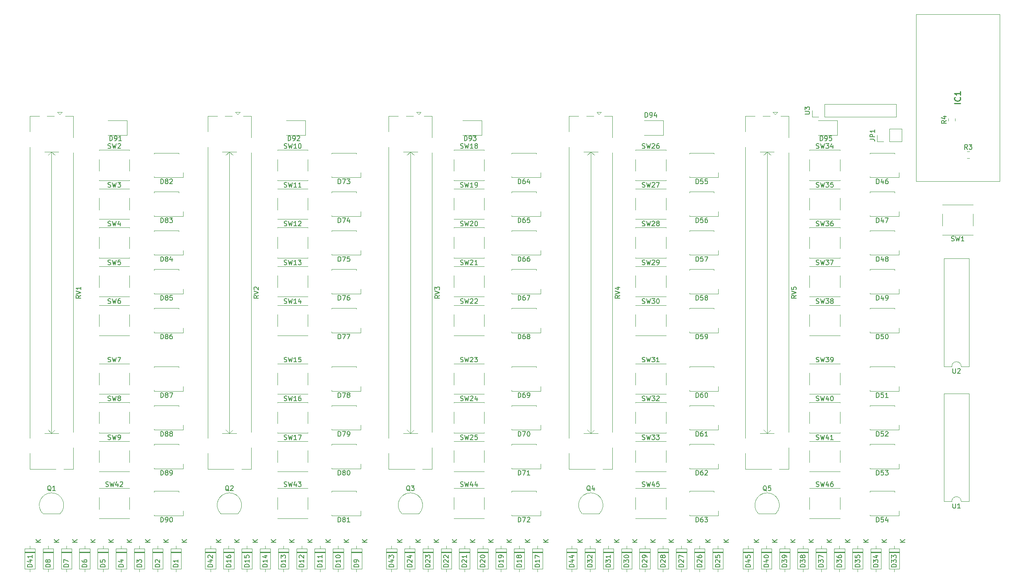
<source format=gbr>
%TF.GenerationSoftware,KiCad,Pcbnew,8.0.1*%
%TF.CreationDate,2024-04-27T00:37:19-05:00*%
%TF.ProjectId,ControlMixer,436f6e74-726f-46c4-9d69-7865722e6b69,rev?*%
%TF.SameCoordinates,Original*%
%TF.FileFunction,Legend,Top*%
%TF.FilePolarity,Positive*%
%FSLAX46Y46*%
G04 Gerber Fmt 4.6, Leading zero omitted, Abs format (unit mm)*
G04 Created by KiCad (PCBNEW 8.0.1) date 2024-04-27 00:37:19*
%MOMM*%
%LPD*%
G01*
G04 APERTURE LIST*
%ADD10C,0.254000*%
%ADD11C,0.150000*%
%ADD12C,0.100000*%
%ADD13C,0.120000*%
G04 APERTURE END LIST*
D10*
X239324318Y-48044762D02*
X238054318Y-48044762D01*
X239203365Y-46714285D02*
X239263842Y-46774761D01*
X239263842Y-46774761D02*
X239324318Y-46956190D01*
X239324318Y-46956190D02*
X239324318Y-47077142D01*
X239324318Y-47077142D02*
X239263842Y-47258571D01*
X239263842Y-47258571D02*
X239142889Y-47379523D01*
X239142889Y-47379523D02*
X239021937Y-47440000D01*
X239021937Y-47440000D02*
X238780032Y-47500476D01*
X238780032Y-47500476D02*
X238598603Y-47500476D01*
X238598603Y-47500476D02*
X238356699Y-47440000D01*
X238356699Y-47440000D02*
X238235746Y-47379523D01*
X238235746Y-47379523D02*
X238114794Y-47258571D01*
X238114794Y-47258571D02*
X238054318Y-47077142D01*
X238054318Y-47077142D02*
X238054318Y-46956190D01*
X238054318Y-46956190D02*
X238114794Y-46774761D01*
X238114794Y-46774761D02*
X238175270Y-46714285D01*
X239324318Y-45504761D02*
X239324318Y-46230476D01*
X239324318Y-45867619D02*
X238054318Y-45867619D01*
X238054318Y-45867619D02*
X238235746Y-45988571D01*
X238235746Y-45988571D02*
X238356699Y-46109523D01*
X238356699Y-46109523D02*
X238417175Y-46230476D01*
D11*
X236304819Y-51666666D02*
X235828628Y-51999999D01*
X236304819Y-52238094D02*
X235304819Y-52238094D01*
X235304819Y-52238094D02*
X235304819Y-51857142D01*
X235304819Y-51857142D02*
X235352438Y-51761904D01*
X235352438Y-51761904D02*
X235400057Y-51714285D01*
X235400057Y-51714285D02*
X235495295Y-51666666D01*
X235495295Y-51666666D02*
X235638152Y-51666666D01*
X235638152Y-51666666D02*
X235733390Y-51714285D01*
X235733390Y-51714285D02*
X235781009Y-51761904D01*
X235781009Y-51761904D02*
X235828628Y-51857142D01*
X235828628Y-51857142D02*
X235828628Y-52238094D01*
X235638152Y-50809523D02*
X236304819Y-50809523D01*
X235257200Y-51047618D02*
X235971485Y-51285713D01*
X235971485Y-51285713D02*
X235971485Y-50666666D01*
X240833333Y-57804819D02*
X240500000Y-57328628D01*
X240261905Y-57804819D02*
X240261905Y-56804819D01*
X240261905Y-56804819D02*
X240642857Y-56804819D01*
X240642857Y-56804819D02*
X240738095Y-56852438D01*
X240738095Y-56852438D02*
X240785714Y-56900057D01*
X240785714Y-56900057D02*
X240833333Y-56995295D01*
X240833333Y-56995295D02*
X240833333Y-57138152D01*
X240833333Y-57138152D02*
X240785714Y-57233390D01*
X240785714Y-57233390D02*
X240738095Y-57281009D01*
X240738095Y-57281009D02*
X240642857Y-57328628D01*
X240642857Y-57328628D02*
X240261905Y-57328628D01*
X241166667Y-56804819D02*
X241785714Y-56804819D01*
X241785714Y-56804819D02*
X241452381Y-57185771D01*
X241452381Y-57185771D02*
X241595238Y-57185771D01*
X241595238Y-57185771D02*
X241690476Y-57233390D01*
X241690476Y-57233390D02*
X241738095Y-57281009D01*
X241738095Y-57281009D02*
X241785714Y-57376247D01*
X241785714Y-57376247D02*
X241785714Y-57614342D01*
X241785714Y-57614342D02*
X241738095Y-57709580D01*
X241738095Y-57709580D02*
X241690476Y-57757200D01*
X241690476Y-57757200D02*
X241595238Y-57804819D01*
X241595238Y-57804819D02*
X241309524Y-57804819D01*
X241309524Y-57804819D02*
X241214286Y-57757200D01*
X241214286Y-57757200D02*
X241166667Y-57709580D01*
X69274778Y-137159819D02*
X69274778Y-136159819D01*
X69274778Y-136159819D02*
X69512873Y-136159819D01*
X69512873Y-136159819D02*
X69655730Y-136207438D01*
X69655730Y-136207438D02*
X69750968Y-136302676D01*
X69750968Y-136302676D02*
X69798587Y-136397914D01*
X69798587Y-136397914D02*
X69846206Y-136588390D01*
X69846206Y-136588390D02*
X69846206Y-136731247D01*
X69846206Y-136731247D02*
X69798587Y-136921723D01*
X69798587Y-136921723D02*
X69750968Y-137016961D01*
X69750968Y-137016961D02*
X69655730Y-137112200D01*
X69655730Y-137112200D02*
X69512873Y-137159819D01*
X69512873Y-137159819D02*
X69274778Y-137159819D01*
X70322397Y-137159819D02*
X70512873Y-137159819D01*
X70512873Y-137159819D02*
X70608111Y-137112200D01*
X70608111Y-137112200D02*
X70655730Y-137064580D01*
X70655730Y-137064580D02*
X70750968Y-136921723D01*
X70750968Y-136921723D02*
X70798587Y-136731247D01*
X70798587Y-136731247D02*
X70798587Y-136350295D01*
X70798587Y-136350295D02*
X70750968Y-136255057D01*
X70750968Y-136255057D02*
X70703349Y-136207438D01*
X70703349Y-136207438D02*
X70608111Y-136159819D01*
X70608111Y-136159819D02*
X70417635Y-136159819D01*
X70417635Y-136159819D02*
X70322397Y-136207438D01*
X70322397Y-136207438D02*
X70274778Y-136255057D01*
X70274778Y-136255057D02*
X70227159Y-136350295D01*
X70227159Y-136350295D02*
X70227159Y-136588390D01*
X70227159Y-136588390D02*
X70274778Y-136683628D01*
X70274778Y-136683628D02*
X70322397Y-136731247D01*
X70322397Y-136731247D02*
X70417635Y-136778866D01*
X70417635Y-136778866D02*
X70608111Y-136778866D01*
X70608111Y-136778866D02*
X70703349Y-136731247D01*
X70703349Y-136731247D02*
X70750968Y-136683628D01*
X70750968Y-136683628D02*
X70798587Y-136588390D01*
X71417635Y-136159819D02*
X71512873Y-136159819D01*
X71512873Y-136159819D02*
X71608111Y-136207438D01*
X71608111Y-136207438D02*
X71655730Y-136255057D01*
X71655730Y-136255057D02*
X71703349Y-136350295D01*
X71703349Y-136350295D02*
X71750968Y-136540771D01*
X71750968Y-136540771D02*
X71750968Y-136778866D01*
X71750968Y-136778866D02*
X71703349Y-136969342D01*
X71703349Y-136969342D02*
X71655730Y-137064580D01*
X71655730Y-137064580D02*
X71608111Y-137112200D01*
X71608111Y-137112200D02*
X71512873Y-137159819D01*
X71512873Y-137159819D02*
X71417635Y-137159819D01*
X71417635Y-137159819D02*
X71322397Y-137112200D01*
X71322397Y-137112200D02*
X71274778Y-137064580D01*
X71274778Y-137064580D02*
X71227159Y-136969342D01*
X71227159Y-136969342D02*
X71179540Y-136778866D01*
X71179540Y-136778866D02*
X71179540Y-136540771D01*
X71179540Y-136540771D02*
X71227159Y-136350295D01*
X71227159Y-136350295D02*
X71274778Y-136255057D01*
X71274778Y-136255057D02*
X71322397Y-136207438D01*
X71322397Y-136207438D02*
X71417635Y-136159819D01*
X69274778Y-127159819D02*
X69274778Y-126159819D01*
X69274778Y-126159819D02*
X69512873Y-126159819D01*
X69512873Y-126159819D02*
X69655730Y-126207438D01*
X69655730Y-126207438D02*
X69750968Y-126302676D01*
X69750968Y-126302676D02*
X69798587Y-126397914D01*
X69798587Y-126397914D02*
X69846206Y-126588390D01*
X69846206Y-126588390D02*
X69846206Y-126731247D01*
X69846206Y-126731247D02*
X69798587Y-126921723D01*
X69798587Y-126921723D02*
X69750968Y-127016961D01*
X69750968Y-127016961D02*
X69655730Y-127112200D01*
X69655730Y-127112200D02*
X69512873Y-127159819D01*
X69512873Y-127159819D02*
X69274778Y-127159819D01*
X70417635Y-126588390D02*
X70322397Y-126540771D01*
X70322397Y-126540771D02*
X70274778Y-126493152D01*
X70274778Y-126493152D02*
X70227159Y-126397914D01*
X70227159Y-126397914D02*
X70227159Y-126350295D01*
X70227159Y-126350295D02*
X70274778Y-126255057D01*
X70274778Y-126255057D02*
X70322397Y-126207438D01*
X70322397Y-126207438D02*
X70417635Y-126159819D01*
X70417635Y-126159819D02*
X70608111Y-126159819D01*
X70608111Y-126159819D02*
X70703349Y-126207438D01*
X70703349Y-126207438D02*
X70750968Y-126255057D01*
X70750968Y-126255057D02*
X70798587Y-126350295D01*
X70798587Y-126350295D02*
X70798587Y-126397914D01*
X70798587Y-126397914D02*
X70750968Y-126493152D01*
X70750968Y-126493152D02*
X70703349Y-126540771D01*
X70703349Y-126540771D02*
X70608111Y-126588390D01*
X70608111Y-126588390D02*
X70417635Y-126588390D01*
X70417635Y-126588390D02*
X70322397Y-126636009D01*
X70322397Y-126636009D02*
X70274778Y-126683628D01*
X70274778Y-126683628D02*
X70227159Y-126778866D01*
X70227159Y-126778866D02*
X70227159Y-126969342D01*
X70227159Y-126969342D02*
X70274778Y-127064580D01*
X70274778Y-127064580D02*
X70322397Y-127112200D01*
X70322397Y-127112200D02*
X70417635Y-127159819D01*
X70417635Y-127159819D02*
X70608111Y-127159819D01*
X70608111Y-127159819D02*
X70703349Y-127112200D01*
X70703349Y-127112200D02*
X70750968Y-127064580D01*
X70750968Y-127064580D02*
X70798587Y-126969342D01*
X70798587Y-126969342D02*
X70798587Y-126778866D01*
X70798587Y-126778866D02*
X70750968Y-126683628D01*
X70750968Y-126683628D02*
X70703349Y-126636009D01*
X70703349Y-126636009D02*
X70608111Y-126588390D01*
X71274778Y-127159819D02*
X71465254Y-127159819D01*
X71465254Y-127159819D02*
X71560492Y-127112200D01*
X71560492Y-127112200D02*
X71608111Y-127064580D01*
X71608111Y-127064580D02*
X71703349Y-126921723D01*
X71703349Y-126921723D02*
X71750968Y-126731247D01*
X71750968Y-126731247D02*
X71750968Y-126350295D01*
X71750968Y-126350295D02*
X71703349Y-126255057D01*
X71703349Y-126255057D02*
X71655730Y-126207438D01*
X71655730Y-126207438D02*
X71560492Y-126159819D01*
X71560492Y-126159819D02*
X71370016Y-126159819D01*
X71370016Y-126159819D02*
X71274778Y-126207438D01*
X71274778Y-126207438D02*
X71227159Y-126255057D01*
X71227159Y-126255057D02*
X71179540Y-126350295D01*
X71179540Y-126350295D02*
X71179540Y-126588390D01*
X71179540Y-126588390D02*
X71227159Y-126683628D01*
X71227159Y-126683628D02*
X71274778Y-126731247D01*
X71274778Y-126731247D02*
X71370016Y-126778866D01*
X71370016Y-126778866D02*
X71560492Y-126778866D01*
X71560492Y-126778866D02*
X71655730Y-126731247D01*
X71655730Y-126731247D02*
X71703349Y-126683628D01*
X71703349Y-126683628D02*
X71750968Y-126588390D01*
X69274778Y-118899819D02*
X69274778Y-117899819D01*
X69274778Y-117899819D02*
X69512873Y-117899819D01*
X69512873Y-117899819D02*
X69655730Y-117947438D01*
X69655730Y-117947438D02*
X69750968Y-118042676D01*
X69750968Y-118042676D02*
X69798587Y-118137914D01*
X69798587Y-118137914D02*
X69846206Y-118328390D01*
X69846206Y-118328390D02*
X69846206Y-118471247D01*
X69846206Y-118471247D02*
X69798587Y-118661723D01*
X69798587Y-118661723D02*
X69750968Y-118756961D01*
X69750968Y-118756961D02*
X69655730Y-118852200D01*
X69655730Y-118852200D02*
X69512873Y-118899819D01*
X69512873Y-118899819D02*
X69274778Y-118899819D01*
X70417635Y-118328390D02*
X70322397Y-118280771D01*
X70322397Y-118280771D02*
X70274778Y-118233152D01*
X70274778Y-118233152D02*
X70227159Y-118137914D01*
X70227159Y-118137914D02*
X70227159Y-118090295D01*
X70227159Y-118090295D02*
X70274778Y-117995057D01*
X70274778Y-117995057D02*
X70322397Y-117947438D01*
X70322397Y-117947438D02*
X70417635Y-117899819D01*
X70417635Y-117899819D02*
X70608111Y-117899819D01*
X70608111Y-117899819D02*
X70703349Y-117947438D01*
X70703349Y-117947438D02*
X70750968Y-117995057D01*
X70750968Y-117995057D02*
X70798587Y-118090295D01*
X70798587Y-118090295D02*
X70798587Y-118137914D01*
X70798587Y-118137914D02*
X70750968Y-118233152D01*
X70750968Y-118233152D02*
X70703349Y-118280771D01*
X70703349Y-118280771D02*
X70608111Y-118328390D01*
X70608111Y-118328390D02*
X70417635Y-118328390D01*
X70417635Y-118328390D02*
X70322397Y-118376009D01*
X70322397Y-118376009D02*
X70274778Y-118423628D01*
X70274778Y-118423628D02*
X70227159Y-118518866D01*
X70227159Y-118518866D02*
X70227159Y-118709342D01*
X70227159Y-118709342D02*
X70274778Y-118804580D01*
X70274778Y-118804580D02*
X70322397Y-118852200D01*
X70322397Y-118852200D02*
X70417635Y-118899819D01*
X70417635Y-118899819D02*
X70608111Y-118899819D01*
X70608111Y-118899819D02*
X70703349Y-118852200D01*
X70703349Y-118852200D02*
X70750968Y-118804580D01*
X70750968Y-118804580D02*
X70798587Y-118709342D01*
X70798587Y-118709342D02*
X70798587Y-118518866D01*
X70798587Y-118518866D02*
X70750968Y-118423628D01*
X70750968Y-118423628D02*
X70703349Y-118376009D01*
X70703349Y-118376009D02*
X70608111Y-118328390D01*
X71370016Y-118328390D02*
X71274778Y-118280771D01*
X71274778Y-118280771D02*
X71227159Y-118233152D01*
X71227159Y-118233152D02*
X71179540Y-118137914D01*
X71179540Y-118137914D02*
X71179540Y-118090295D01*
X71179540Y-118090295D02*
X71227159Y-117995057D01*
X71227159Y-117995057D02*
X71274778Y-117947438D01*
X71274778Y-117947438D02*
X71370016Y-117899819D01*
X71370016Y-117899819D02*
X71560492Y-117899819D01*
X71560492Y-117899819D02*
X71655730Y-117947438D01*
X71655730Y-117947438D02*
X71703349Y-117995057D01*
X71703349Y-117995057D02*
X71750968Y-118090295D01*
X71750968Y-118090295D02*
X71750968Y-118137914D01*
X71750968Y-118137914D02*
X71703349Y-118233152D01*
X71703349Y-118233152D02*
X71655730Y-118280771D01*
X71655730Y-118280771D02*
X71560492Y-118328390D01*
X71560492Y-118328390D02*
X71370016Y-118328390D01*
X71370016Y-118328390D02*
X71274778Y-118376009D01*
X71274778Y-118376009D02*
X71227159Y-118423628D01*
X71227159Y-118423628D02*
X71179540Y-118518866D01*
X71179540Y-118518866D02*
X71179540Y-118709342D01*
X71179540Y-118709342D02*
X71227159Y-118804580D01*
X71227159Y-118804580D02*
X71274778Y-118852200D01*
X71274778Y-118852200D02*
X71370016Y-118899819D01*
X71370016Y-118899819D02*
X71560492Y-118899819D01*
X71560492Y-118899819D02*
X71655730Y-118852200D01*
X71655730Y-118852200D02*
X71703349Y-118804580D01*
X71703349Y-118804580D02*
X71750968Y-118709342D01*
X71750968Y-118709342D02*
X71750968Y-118518866D01*
X71750968Y-118518866D02*
X71703349Y-118423628D01*
X71703349Y-118423628D02*
X71655730Y-118376009D01*
X71655730Y-118376009D02*
X71560492Y-118328390D01*
X69274778Y-110639819D02*
X69274778Y-109639819D01*
X69274778Y-109639819D02*
X69512873Y-109639819D01*
X69512873Y-109639819D02*
X69655730Y-109687438D01*
X69655730Y-109687438D02*
X69750968Y-109782676D01*
X69750968Y-109782676D02*
X69798587Y-109877914D01*
X69798587Y-109877914D02*
X69846206Y-110068390D01*
X69846206Y-110068390D02*
X69846206Y-110211247D01*
X69846206Y-110211247D02*
X69798587Y-110401723D01*
X69798587Y-110401723D02*
X69750968Y-110496961D01*
X69750968Y-110496961D02*
X69655730Y-110592200D01*
X69655730Y-110592200D02*
X69512873Y-110639819D01*
X69512873Y-110639819D02*
X69274778Y-110639819D01*
X70417635Y-110068390D02*
X70322397Y-110020771D01*
X70322397Y-110020771D02*
X70274778Y-109973152D01*
X70274778Y-109973152D02*
X70227159Y-109877914D01*
X70227159Y-109877914D02*
X70227159Y-109830295D01*
X70227159Y-109830295D02*
X70274778Y-109735057D01*
X70274778Y-109735057D02*
X70322397Y-109687438D01*
X70322397Y-109687438D02*
X70417635Y-109639819D01*
X70417635Y-109639819D02*
X70608111Y-109639819D01*
X70608111Y-109639819D02*
X70703349Y-109687438D01*
X70703349Y-109687438D02*
X70750968Y-109735057D01*
X70750968Y-109735057D02*
X70798587Y-109830295D01*
X70798587Y-109830295D02*
X70798587Y-109877914D01*
X70798587Y-109877914D02*
X70750968Y-109973152D01*
X70750968Y-109973152D02*
X70703349Y-110020771D01*
X70703349Y-110020771D02*
X70608111Y-110068390D01*
X70608111Y-110068390D02*
X70417635Y-110068390D01*
X70417635Y-110068390D02*
X70322397Y-110116009D01*
X70322397Y-110116009D02*
X70274778Y-110163628D01*
X70274778Y-110163628D02*
X70227159Y-110258866D01*
X70227159Y-110258866D02*
X70227159Y-110449342D01*
X70227159Y-110449342D02*
X70274778Y-110544580D01*
X70274778Y-110544580D02*
X70322397Y-110592200D01*
X70322397Y-110592200D02*
X70417635Y-110639819D01*
X70417635Y-110639819D02*
X70608111Y-110639819D01*
X70608111Y-110639819D02*
X70703349Y-110592200D01*
X70703349Y-110592200D02*
X70750968Y-110544580D01*
X70750968Y-110544580D02*
X70798587Y-110449342D01*
X70798587Y-110449342D02*
X70798587Y-110258866D01*
X70798587Y-110258866D02*
X70750968Y-110163628D01*
X70750968Y-110163628D02*
X70703349Y-110116009D01*
X70703349Y-110116009D02*
X70608111Y-110068390D01*
X71131921Y-109639819D02*
X71798587Y-109639819D01*
X71798587Y-109639819D02*
X71370016Y-110639819D01*
X69274778Y-98179819D02*
X69274778Y-97179819D01*
X69274778Y-97179819D02*
X69512873Y-97179819D01*
X69512873Y-97179819D02*
X69655730Y-97227438D01*
X69655730Y-97227438D02*
X69750968Y-97322676D01*
X69750968Y-97322676D02*
X69798587Y-97417914D01*
X69798587Y-97417914D02*
X69846206Y-97608390D01*
X69846206Y-97608390D02*
X69846206Y-97751247D01*
X69846206Y-97751247D02*
X69798587Y-97941723D01*
X69798587Y-97941723D02*
X69750968Y-98036961D01*
X69750968Y-98036961D02*
X69655730Y-98132200D01*
X69655730Y-98132200D02*
X69512873Y-98179819D01*
X69512873Y-98179819D02*
X69274778Y-98179819D01*
X70417635Y-97608390D02*
X70322397Y-97560771D01*
X70322397Y-97560771D02*
X70274778Y-97513152D01*
X70274778Y-97513152D02*
X70227159Y-97417914D01*
X70227159Y-97417914D02*
X70227159Y-97370295D01*
X70227159Y-97370295D02*
X70274778Y-97275057D01*
X70274778Y-97275057D02*
X70322397Y-97227438D01*
X70322397Y-97227438D02*
X70417635Y-97179819D01*
X70417635Y-97179819D02*
X70608111Y-97179819D01*
X70608111Y-97179819D02*
X70703349Y-97227438D01*
X70703349Y-97227438D02*
X70750968Y-97275057D01*
X70750968Y-97275057D02*
X70798587Y-97370295D01*
X70798587Y-97370295D02*
X70798587Y-97417914D01*
X70798587Y-97417914D02*
X70750968Y-97513152D01*
X70750968Y-97513152D02*
X70703349Y-97560771D01*
X70703349Y-97560771D02*
X70608111Y-97608390D01*
X70608111Y-97608390D02*
X70417635Y-97608390D01*
X70417635Y-97608390D02*
X70322397Y-97656009D01*
X70322397Y-97656009D02*
X70274778Y-97703628D01*
X70274778Y-97703628D02*
X70227159Y-97798866D01*
X70227159Y-97798866D02*
X70227159Y-97989342D01*
X70227159Y-97989342D02*
X70274778Y-98084580D01*
X70274778Y-98084580D02*
X70322397Y-98132200D01*
X70322397Y-98132200D02*
X70417635Y-98179819D01*
X70417635Y-98179819D02*
X70608111Y-98179819D01*
X70608111Y-98179819D02*
X70703349Y-98132200D01*
X70703349Y-98132200D02*
X70750968Y-98084580D01*
X70750968Y-98084580D02*
X70798587Y-97989342D01*
X70798587Y-97989342D02*
X70798587Y-97798866D01*
X70798587Y-97798866D02*
X70750968Y-97703628D01*
X70750968Y-97703628D02*
X70703349Y-97656009D01*
X70703349Y-97656009D02*
X70608111Y-97608390D01*
X71655730Y-97179819D02*
X71465254Y-97179819D01*
X71465254Y-97179819D02*
X71370016Y-97227438D01*
X71370016Y-97227438D02*
X71322397Y-97275057D01*
X71322397Y-97275057D02*
X71227159Y-97417914D01*
X71227159Y-97417914D02*
X71179540Y-97608390D01*
X71179540Y-97608390D02*
X71179540Y-97989342D01*
X71179540Y-97989342D02*
X71227159Y-98084580D01*
X71227159Y-98084580D02*
X71274778Y-98132200D01*
X71274778Y-98132200D02*
X71370016Y-98179819D01*
X71370016Y-98179819D02*
X71560492Y-98179819D01*
X71560492Y-98179819D02*
X71655730Y-98132200D01*
X71655730Y-98132200D02*
X71703349Y-98084580D01*
X71703349Y-98084580D02*
X71750968Y-97989342D01*
X71750968Y-97989342D02*
X71750968Y-97751247D01*
X71750968Y-97751247D02*
X71703349Y-97656009D01*
X71703349Y-97656009D02*
X71655730Y-97608390D01*
X71655730Y-97608390D02*
X71560492Y-97560771D01*
X71560492Y-97560771D02*
X71370016Y-97560771D01*
X71370016Y-97560771D02*
X71274778Y-97608390D01*
X71274778Y-97608390D02*
X71227159Y-97656009D01*
X71227159Y-97656009D02*
X71179540Y-97751247D01*
X69274778Y-89919819D02*
X69274778Y-88919819D01*
X69274778Y-88919819D02*
X69512873Y-88919819D01*
X69512873Y-88919819D02*
X69655730Y-88967438D01*
X69655730Y-88967438D02*
X69750968Y-89062676D01*
X69750968Y-89062676D02*
X69798587Y-89157914D01*
X69798587Y-89157914D02*
X69846206Y-89348390D01*
X69846206Y-89348390D02*
X69846206Y-89491247D01*
X69846206Y-89491247D02*
X69798587Y-89681723D01*
X69798587Y-89681723D02*
X69750968Y-89776961D01*
X69750968Y-89776961D02*
X69655730Y-89872200D01*
X69655730Y-89872200D02*
X69512873Y-89919819D01*
X69512873Y-89919819D02*
X69274778Y-89919819D01*
X70417635Y-89348390D02*
X70322397Y-89300771D01*
X70322397Y-89300771D02*
X70274778Y-89253152D01*
X70274778Y-89253152D02*
X70227159Y-89157914D01*
X70227159Y-89157914D02*
X70227159Y-89110295D01*
X70227159Y-89110295D02*
X70274778Y-89015057D01*
X70274778Y-89015057D02*
X70322397Y-88967438D01*
X70322397Y-88967438D02*
X70417635Y-88919819D01*
X70417635Y-88919819D02*
X70608111Y-88919819D01*
X70608111Y-88919819D02*
X70703349Y-88967438D01*
X70703349Y-88967438D02*
X70750968Y-89015057D01*
X70750968Y-89015057D02*
X70798587Y-89110295D01*
X70798587Y-89110295D02*
X70798587Y-89157914D01*
X70798587Y-89157914D02*
X70750968Y-89253152D01*
X70750968Y-89253152D02*
X70703349Y-89300771D01*
X70703349Y-89300771D02*
X70608111Y-89348390D01*
X70608111Y-89348390D02*
X70417635Y-89348390D01*
X70417635Y-89348390D02*
X70322397Y-89396009D01*
X70322397Y-89396009D02*
X70274778Y-89443628D01*
X70274778Y-89443628D02*
X70227159Y-89538866D01*
X70227159Y-89538866D02*
X70227159Y-89729342D01*
X70227159Y-89729342D02*
X70274778Y-89824580D01*
X70274778Y-89824580D02*
X70322397Y-89872200D01*
X70322397Y-89872200D02*
X70417635Y-89919819D01*
X70417635Y-89919819D02*
X70608111Y-89919819D01*
X70608111Y-89919819D02*
X70703349Y-89872200D01*
X70703349Y-89872200D02*
X70750968Y-89824580D01*
X70750968Y-89824580D02*
X70798587Y-89729342D01*
X70798587Y-89729342D02*
X70798587Y-89538866D01*
X70798587Y-89538866D02*
X70750968Y-89443628D01*
X70750968Y-89443628D02*
X70703349Y-89396009D01*
X70703349Y-89396009D02*
X70608111Y-89348390D01*
X71703349Y-88919819D02*
X71227159Y-88919819D01*
X71227159Y-88919819D02*
X71179540Y-89396009D01*
X71179540Y-89396009D02*
X71227159Y-89348390D01*
X71227159Y-89348390D02*
X71322397Y-89300771D01*
X71322397Y-89300771D02*
X71560492Y-89300771D01*
X71560492Y-89300771D02*
X71655730Y-89348390D01*
X71655730Y-89348390D02*
X71703349Y-89396009D01*
X71703349Y-89396009D02*
X71750968Y-89491247D01*
X71750968Y-89491247D02*
X71750968Y-89729342D01*
X71750968Y-89729342D02*
X71703349Y-89824580D01*
X71703349Y-89824580D02*
X71655730Y-89872200D01*
X71655730Y-89872200D02*
X71560492Y-89919819D01*
X71560492Y-89919819D02*
X71322397Y-89919819D01*
X71322397Y-89919819D02*
X71227159Y-89872200D01*
X71227159Y-89872200D02*
X71179540Y-89824580D01*
X69274778Y-81659819D02*
X69274778Y-80659819D01*
X69274778Y-80659819D02*
X69512873Y-80659819D01*
X69512873Y-80659819D02*
X69655730Y-80707438D01*
X69655730Y-80707438D02*
X69750968Y-80802676D01*
X69750968Y-80802676D02*
X69798587Y-80897914D01*
X69798587Y-80897914D02*
X69846206Y-81088390D01*
X69846206Y-81088390D02*
X69846206Y-81231247D01*
X69846206Y-81231247D02*
X69798587Y-81421723D01*
X69798587Y-81421723D02*
X69750968Y-81516961D01*
X69750968Y-81516961D02*
X69655730Y-81612200D01*
X69655730Y-81612200D02*
X69512873Y-81659819D01*
X69512873Y-81659819D02*
X69274778Y-81659819D01*
X70417635Y-81088390D02*
X70322397Y-81040771D01*
X70322397Y-81040771D02*
X70274778Y-80993152D01*
X70274778Y-80993152D02*
X70227159Y-80897914D01*
X70227159Y-80897914D02*
X70227159Y-80850295D01*
X70227159Y-80850295D02*
X70274778Y-80755057D01*
X70274778Y-80755057D02*
X70322397Y-80707438D01*
X70322397Y-80707438D02*
X70417635Y-80659819D01*
X70417635Y-80659819D02*
X70608111Y-80659819D01*
X70608111Y-80659819D02*
X70703349Y-80707438D01*
X70703349Y-80707438D02*
X70750968Y-80755057D01*
X70750968Y-80755057D02*
X70798587Y-80850295D01*
X70798587Y-80850295D02*
X70798587Y-80897914D01*
X70798587Y-80897914D02*
X70750968Y-80993152D01*
X70750968Y-80993152D02*
X70703349Y-81040771D01*
X70703349Y-81040771D02*
X70608111Y-81088390D01*
X70608111Y-81088390D02*
X70417635Y-81088390D01*
X70417635Y-81088390D02*
X70322397Y-81136009D01*
X70322397Y-81136009D02*
X70274778Y-81183628D01*
X70274778Y-81183628D02*
X70227159Y-81278866D01*
X70227159Y-81278866D02*
X70227159Y-81469342D01*
X70227159Y-81469342D02*
X70274778Y-81564580D01*
X70274778Y-81564580D02*
X70322397Y-81612200D01*
X70322397Y-81612200D02*
X70417635Y-81659819D01*
X70417635Y-81659819D02*
X70608111Y-81659819D01*
X70608111Y-81659819D02*
X70703349Y-81612200D01*
X70703349Y-81612200D02*
X70750968Y-81564580D01*
X70750968Y-81564580D02*
X70798587Y-81469342D01*
X70798587Y-81469342D02*
X70798587Y-81278866D01*
X70798587Y-81278866D02*
X70750968Y-81183628D01*
X70750968Y-81183628D02*
X70703349Y-81136009D01*
X70703349Y-81136009D02*
X70608111Y-81088390D01*
X71655730Y-80993152D02*
X71655730Y-81659819D01*
X71417635Y-80612200D02*
X71179540Y-81326485D01*
X71179540Y-81326485D02*
X71798587Y-81326485D01*
X69274778Y-73399819D02*
X69274778Y-72399819D01*
X69274778Y-72399819D02*
X69512873Y-72399819D01*
X69512873Y-72399819D02*
X69655730Y-72447438D01*
X69655730Y-72447438D02*
X69750968Y-72542676D01*
X69750968Y-72542676D02*
X69798587Y-72637914D01*
X69798587Y-72637914D02*
X69846206Y-72828390D01*
X69846206Y-72828390D02*
X69846206Y-72971247D01*
X69846206Y-72971247D02*
X69798587Y-73161723D01*
X69798587Y-73161723D02*
X69750968Y-73256961D01*
X69750968Y-73256961D02*
X69655730Y-73352200D01*
X69655730Y-73352200D02*
X69512873Y-73399819D01*
X69512873Y-73399819D02*
X69274778Y-73399819D01*
X70417635Y-72828390D02*
X70322397Y-72780771D01*
X70322397Y-72780771D02*
X70274778Y-72733152D01*
X70274778Y-72733152D02*
X70227159Y-72637914D01*
X70227159Y-72637914D02*
X70227159Y-72590295D01*
X70227159Y-72590295D02*
X70274778Y-72495057D01*
X70274778Y-72495057D02*
X70322397Y-72447438D01*
X70322397Y-72447438D02*
X70417635Y-72399819D01*
X70417635Y-72399819D02*
X70608111Y-72399819D01*
X70608111Y-72399819D02*
X70703349Y-72447438D01*
X70703349Y-72447438D02*
X70750968Y-72495057D01*
X70750968Y-72495057D02*
X70798587Y-72590295D01*
X70798587Y-72590295D02*
X70798587Y-72637914D01*
X70798587Y-72637914D02*
X70750968Y-72733152D01*
X70750968Y-72733152D02*
X70703349Y-72780771D01*
X70703349Y-72780771D02*
X70608111Y-72828390D01*
X70608111Y-72828390D02*
X70417635Y-72828390D01*
X70417635Y-72828390D02*
X70322397Y-72876009D01*
X70322397Y-72876009D02*
X70274778Y-72923628D01*
X70274778Y-72923628D02*
X70227159Y-73018866D01*
X70227159Y-73018866D02*
X70227159Y-73209342D01*
X70227159Y-73209342D02*
X70274778Y-73304580D01*
X70274778Y-73304580D02*
X70322397Y-73352200D01*
X70322397Y-73352200D02*
X70417635Y-73399819D01*
X70417635Y-73399819D02*
X70608111Y-73399819D01*
X70608111Y-73399819D02*
X70703349Y-73352200D01*
X70703349Y-73352200D02*
X70750968Y-73304580D01*
X70750968Y-73304580D02*
X70798587Y-73209342D01*
X70798587Y-73209342D02*
X70798587Y-73018866D01*
X70798587Y-73018866D02*
X70750968Y-72923628D01*
X70750968Y-72923628D02*
X70703349Y-72876009D01*
X70703349Y-72876009D02*
X70608111Y-72828390D01*
X71131921Y-72399819D02*
X71750968Y-72399819D01*
X71750968Y-72399819D02*
X71417635Y-72780771D01*
X71417635Y-72780771D02*
X71560492Y-72780771D01*
X71560492Y-72780771D02*
X71655730Y-72828390D01*
X71655730Y-72828390D02*
X71703349Y-72876009D01*
X71703349Y-72876009D02*
X71750968Y-72971247D01*
X71750968Y-72971247D02*
X71750968Y-73209342D01*
X71750968Y-73209342D02*
X71703349Y-73304580D01*
X71703349Y-73304580D02*
X71655730Y-73352200D01*
X71655730Y-73352200D02*
X71560492Y-73399819D01*
X71560492Y-73399819D02*
X71274778Y-73399819D01*
X71274778Y-73399819D02*
X71179540Y-73352200D01*
X71179540Y-73352200D02*
X71131921Y-73304580D01*
X69274778Y-65139819D02*
X69274778Y-64139819D01*
X69274778Y-64139819D02*
X69512873Y-64139819D01*
X69512873Y-64139819D02*
X69655730Y-64187438D01*
X69655730Y-64187438D02*
X69750968Y-64282676D01*
X69750968Y-64282676D02*
X69798587Y-64377914D01*
X69798587Y-64377914D02*
X69846206Y-64568390D01*
X69846206Y-64568390D02*
X69846206Y-64711247D01*
X69846206Y-64711247D02*
X69798587Y-64901723D01*
X69798587Y-64901723D02*
X69750968Y-64996961D01*
X69750968Y-64996961D02*
X69655730Y-65092200D01*
X69655730Y-65092200D02*
X69512873Y-65139819D01*
X69512873Y-65139819D02*
X69274778Y-65139819D01*
X70417635Y-64568390D02*
X70322397Y-64520771D01*
X70322397Y-64520771D02*
X70274778Y-64473152D01*
X70274778Y-64473152D02*
X70227159Y-64377914D01*
X70227159Y-64377914D02*
X70227159Y-64330295D01*
X70227159Y-64330295D02*
X70274778Y-64235057D01*
X70274778Y-64235057D02*
X70322397Y-64187438D01*
X70322397Y-64187438D02*
X70417635Y-64139819D01*
X70417635Y-64139819D02*
X70608111Y-64139819D01*
X70608111Y-64139819D02*
X70703349Y-64187438D01*
X70703349Y-64187438D02*
X70750968Y-64235057D01*
X70750968Y-64235057D02*
X70798587Y-64330295D01*
X70798587Y-64330295D02*
X70798587Y-64377914D01*
X70798587Y-64377914D02*
X70750968Y-64473152D01*
X70750968Y-64473152D02*
X70703349Y-64520771D01*
X70703349Y-64520771D02*
X70608111Y-64568390D01*
X70608111Y-64568390D02*
X70417635Y-64568390D01*
X70417635Y-64568390D02*
X70322397Y-64616009D01*
X70322397Y-64616009D02*
X70274778Y-64663628D01*
X70274778Y-64663628D02*
X70227159Y-64758866D01*
X70227159Y-64758866D02*
X70227159Y-64949342D01*
X70227159Y-64949342D02*
X70274778Y-65044580D01*
X70274778Y-65044580D02*
X70322397Y-65092200D01*
X70322397Y-65092200D02*
X70417635Y-65139819D01*
X70417635Y-65139819D02*
X70608111Y-65139819D01*
X70608111Y-65139819D02*
X70703349Y-65092200D01*
X70703349Y-65092200D02*
X70750968Y-65044580D01*
X70750968Y-65044580D02*
X70798587Y-64949342D01*
X70798587Y-64949342D02*
X70798587Y-64758866D01*
X70798587Y-64758866D02*
X70750968Y-64663628D01*
X70750968Y-64663628D02*
X70703349Y-64616009D01*
X70703349Y-64616009D02*
X70608111Y-64568390D01*
X71179540Y-64235057D02*
X71227159Y-64187438D01*
X71227159Y-64187438D02*
X71322397Y-64139819D01*
X71322397Y-64139819D02*
X71560492Y-64139819D01*
X71560492Y-64139819D02*
X71655730Y-64187438D01*
X71655730Y-64187438D02*
X71703349Y-64235057D01*
X71703349Y-64235057D02*
X71750968Y-64330295D01*
X71750968Y-64330295D02*
X71750968Y-64425533D01*
X71750968Y-64425533D02*
X71703349Y-64568390D01*
X71703349Y-64568390D02*
X71131921Y-65139819D01*
X71131921Y-65139819D02*
X71750968Y-65139819D01*
X106998214Y-137159819D02*
X106998214Y-136159819D01*
X106998214Y-136159819D02*
X107236309Y-136159819D01*
X107236309Y-136159819D02*
X107379166Y-136207438D01*
X107379166Y-136207438D02*
X107474404Y-136302676D01*
X107474404Y-136302676D02*
X107522023Y-136397914D01*
X107522023Y-136397914D02*
X107569642Y-136588390D01*
X107569642Y-136588390D02*
X107569642Y-136731247D01*
X107569642Y-136731247D02*
X107522023Y-136921723D01*
X107522023Y-136921723D02*
X107474404Y-137016961D01*
X107474404Y-137016961D02*
X107379166Y-137112200D01*
X107379166Y-137112200D02*
X107236309Y-137159819D01*
X107236309Y-137159819D02*
X106998214Y-137159819D01*
X108141071Y-136588390D02*
X108045833Y-136540771D01*
X108045833Y-136540771D02*
X107998214Y-136493152D01*
X107998214Y-136493152D02*
X107950595Y-136397914D01*
X107950595Y-136397914D02*
X107950595Y-136350295D01*
X107950595Y-136350295D02*
X107998214Y-136255057D01*
X107998214Y-136255057D02*
X108045833Y-136207438D01*
X108045833Y-136207438D02*
X108141071Y-136159819D01*
X108141071Y-136159819D02*
X108331547Y-136159819D01*
X108331547Y-136159819D02*
X108426785Y-136207438D01*
X108426785Y-136207438D02*
X108474404Y-136255057D01*
X108474404Y-136255057D02*
X108522023Y-136350295D01*
X108522023Y-136350295D02*
X108522023Y-136397914D01*
X108522023Y-136397914D02*
X108474404Y-136493152D01*
X108474404Y-136493152D02*
X108426785Y-136540771D01*
X108426785Y-136540771D02*
X108331547Y-136588390D01*
X108331547Y-136588390D02*
X108141071Y-136588390D01*
X108141071Y-136588390D02*
X108045833Y-136636009D01*
X108045833Y-136636009D02*
X107998214Y-136683628D01*
X107998214Y-136683628D02*
X107950595Y-136778866D01*
X107950595Y-136778866D02*
X107950595Y-136969342D01*
X107950595Y-136969342D02*
X107998214Y-137064580D01*
X107998214Y-137064580D02*
X108045833Y-137112200D01*
X108045833Y-137112200D02*
X108141071Y-137159819D01*
X108141071Y-137159819D02*
X108331547Y-137159819D01*
X108331547Y-137159819D02*
X108426785Y-137112200D01*
X108426785Y-137112200D02*
X108474404Y-137064580D01*
X108474404Y-137064580D02*
X108522023Y-136969342D01*
X108522023Y-136969342D02*
X108522023Y-136778866D01*
X108522023Y-136778866D02*
X108474404Y-136683628D01*
X108474404Y-136683628D02*
X108426785Y-136636009D01*
X108426785Y-136636009D02*
X108331547Y-136588390D01*
X109474404Y-137159819D02*
X108902976Y-137159819D01*
X109188690Y-137159819D02*
X109188690Y-136159819D01*
X109188690Y-136159819D02*
X109093452Y-136302676D01*
X109093452Y-136302676D02*
X108998214Y-136397914D01*
X108998214Y-136397914D02*
X108902976Y-136445533D01*
X106998214Y-127159819D02*
X106998214Y-126159819D01*
X106998214Y-126159819D02*
X107236309Y-126159819D01*
X107236309Y-126159819D02*
X107379166Y-126207438D01*
X107379166Y-126207438D02*
X107474404Y-126302676D01*
X107474404Y-126302676D02*
X107522023Y-126397914D01*
X107522023Y-126397914D02*
X107569642Y-126588390D01*
X107569642Y-126588390D02*
X107569642Y-126731247D01*
X107569642Y-126731247D02*
X107522023Y-126921723D01*
X107522023Y-126921723D02*
X107474404Y-127016961D01*
X107474404Y-127016961D02*
X107379166Y-127112200D01*
X107379166Y-127112200D02*
X107236309Y-127159819D01*
X107236309Y-127159819D02*
X106998214Y-127159819D01*
X108141071Y-126588390D02*
X108045833Y-126540771D01*
X108045833Y-126540771D02*
X107998214Y-126493152D01*
X107998214Y-126493152D02*
X107950595Y-126397914D01*
X107950595Y-126397914D02*
X107950595Y-126350295D01*
X107950595Y-126350295D02*
X107998214Y-126255057D01*
X107998214Y-126255057D02*
X108045833Y-126207438D01*
X108045833Y-126207438D02*
X108141071Y-126159819D01*
X108141071Y-126159819D02*
X108331547Y-126159819D01*
X108331547Y-126159819D02*
X108426785Y-126207438D01*
X108426785Y-126207438D02*
X108474404Y-126255057D01*
X108474404Y-126255057D02*
X108522023Y-126350295D01*
X108522023Y-126350295D02*
X108522023Y-126397914D01*
X108522023Y-126397914D02*
X108474404Y-126493152D01*
X108474404Y-126493152D02*
X108426785Y-126540771D01*
X108426785Y-126540771D02*
X108331547Y-126588390D01*
X108331547Y-126588390D02*
X108141071Y-126588390D01*
X108141071Y-126588390D02*
X108045833Y-126636009D01*
X108045833Y-126636009D02*
X107998214Y-126683628D01*
X107998214Y-126683628D02*
X107950595Y-126778866D01*
X107950595Y-126778866D02*
X107950595Y-126969342D01*
X107950595Y-126969342D02*
X107998214Y-127064580D01*
X107998214Y-127064580D02*
X108045833Y-127112200D01*
X108045833Y-127112200D02*
X108141071Y-127159819D01*
X108141071Y-127159819D02*
X108331547Y-127159819D01*
X108331547Y-127159819D02*
X108426785Y-127112200D01*
X108426785Y-127112200D02*
X108474404Y-127064580D01*
X108474404Y-127064580D02*
X108522023Y-126969342D01*
X108522023Y-126969342D02*
X108522023Y-126778866D01*
X108522023Y-126778866D02*
X108474404Y-126683628D01*
X108474404Y-126683628D02*
X108426785Y-126636009D01*
X108426785Y-126636009D02*
X108331547Y-126588390D01*
X109141071Y-126159819D02*
X109236309Y-126159819D01*
X109236309Y-126159819D02*
X109331547Y-126207438D01*
X109331547Y-126207438D02*
X109379166Y-126255057D01*
X109379166Y-126255057D02*
X109426785Y-126350295D01*
X109426785Y-126350295D02*
X109474404Y-126540771D01*
X109474404Y-126540771D02*
X109474404Y-126778866D01*
X109474404Y-126778866D02*
X109426785Y-126969342D01*
X109426785Y-126969342D02*
X109379166Y-127064580D01*
X109379166Y-127064580D02*
X109331547Y-127112200D01*
X109331547Y-127112200D02*
X109236309Y-127159819D01*
X109236309Y-127159819D02*
X109141071Y-127159819D01*
X109141071Y-127159819D02*
X109045833Y-127112200D01*
X109045833Y-127112200D02*
X108998214Y-127064580D01*
X108998214Y-127064580D02*
X108950595Y-126969342D01*
X108950595Y-126969342D02*
X108902976Y-126778866D01*
X108902976Y-126778866D02*
X108902976Y-126540771D01*
X108902976Y-126540771D02*
X108950595Y-126350295D01*
X108950595Y-126350295D02*
X108998214Y-126255057D01*
X108998214Y-126255057D02*
X109045833Y-126207438D01*
X109045833Y-126207438D02*
X109141071Y-126159819D01*
X106998214Y-118899819D02*
X106998214Y-117899819D01*
X106998214Y-117899819D02*
X107236309Y-117899819D01*
X107236309Y-117899819D02*
X107379166Y-117947438D01*
X107379166Y-117947438D02*
X107474404Y-118042676D01*
X107474404Y-118042676D02*
X107522023Y-118137914D01*
X107522023Y-118137914D02*
X107569642Y-118328390D01*
X107569642Y-118328390D02*
X107569642Y-118471247D01*
X107569642Y-118471247D02*
X107522023Y-118661723D01*
X107522023Y-118661723D02*
X107474404Y-118756961D01*
X107474404Y-118756961D02*
X107379166Y-118852200D01*
X107379166Y-118852200D02*
X107236309Y-118899819D01*
X107236309Y-118899819D02*
X106998214Y-118899819D01*
X107902976Y-117899819D02*
X108569642Y-117899819D01*
X108569642Y-117899819D02*
X108141071Y-118899819D01*
X108998214Y-118899819D02*
X109188690Y-118899819D01*
X109188690Y-118899819D02*
X109283928Y-118852200D01*
X109283928Y-118852200D02*
X109331547Y-118804580D01*
X109331547Y-118804580D02*
X109426785Y-118661723D01*
X109426785Y-118661723D02*
X109474404Y-118471247D01*
X109474404Y-118471247D02*
X109474404Y-118090295D01*
X109474404Y-118090295D02*
X109426785Y-117995057D01*
X109426785Y-117995057D02*
X109379166Y-117947438D01*
X109379166Y-117947438D02*
X109283928Y-117899819D01*
X109283928Y-117899819D02*
X109093452Y-117899819D01*
X109093452Y-117899819D02*
X108998214Y-117947438D01*
X108998214Y-117947438D02*
X108950595Y-117995057D01*
X108950595Y-117995057D02*
X108902976Y-118090295D01*
X108902976Y-118090295D02*
X108902976Y-118328390D01*
X108902976Y-118328390D02*
X108950595Y-118423628D01*
X108950595Y-118423628D02*
X108998214Y-118471247D01*
X108998214Y-118471247D02*
X109093452Y-118518866D01*
X109093452Y-118518866D02*
X109283928Y-118518866D01*
X109283928Y-118518866D02*
X109379166Y-118471247D01*
X109379166Y-118471247D02*
X109426785Y-118423628D01*
X109426785Y-118423628D02*
X109474404Y-118328390D01*
X106998214Y-110639819D02*
X106998214Y-109639819D01*
X106998214Y-109639819D02*
X107236309Y-109639819D01*
X107236309Y-109639819D02*
X107379166Y-109687438D01*
X107379166Y-109687438D02*
X107474404Y-109782676D01*
X107474404Y-109782676D02*
X107522023Y-109877914D01*
X107522023Y-109877914D02*
X107569642Y-110068390D01*
X107569642Y-110068390D02*
X107569642Y-110211247D01*
X107569642Y-110211247D02*
X107522023Y-110401723D01*
X107522023Y-110401723D02*
X107474404Y-110496961D01*
X107474404Y-110496961D02*
X107379166Y-110592200D01*
X107379166Y-110592200D02*
X107236309Y-110639819D01*
X107236309Y-110639819D02*
X106998214Y-110639819D01*
X107902976Y-109639819D02*
X108569642Y-109639819D01*
X108569642Y-109639819D02*
X108141071Y-110639819D01*
X109093452Y-110068390D02*
X108998214Y-110020771D01*
X108998214Y-110020771D02*
X108950595Y-109973152D01*
X108950595Y-109973152D02*
X108902976Y-109877914D01*
X108902976Y-109877914D02*
X108902976Y-109830295D01*
X108902976Y-109830295D02*
X108950595Y-109735057D01*
X108950595Y-109735057D02*
X108998214Y-109687438D01*
X108998214Y-109687438D02*
X109093452Y-109639819D01*
X109093452Y-109639819D02*
X109283928Y-109639819D01*
X109283928Y-109639819D02*
X109379166Y-109687438D01*
X109379166Y-109687438D02*
X109426785Y-109735057D01*
X109426785Y-109735057D02*
X109474404Y-109830295D01*
X109474404Y-109830295D02*
X109474404Y-109877914D01*
X109474404Y-109877914D02*
X109426785Y-109973152D01*
X109426785Y-109973152D02*
X109379166Y-110020771D01*
X109379166Y-110020771D02*
X109283928Y-110068390D01*
X109283928Y-110068390D02*
X109093452Y-110068390D01*
X109093452Y-110068390D02*
X108998214Y-110116009D01*
X108998214Y-110116009D02*
X108950595Y-110163628D01*
X108950595Y-110163628D02*
X108902976Y-110258866D01*
X108902976Y-110258866D02*
X108902976Y-110449342D01*
X108902976Y-110449342D02*
X108950595Y-110544580D01*
X108950595Y-110544580D02*
X108998214Y-110592200D01*
X108998214Y-110592200D02*
X109093452Y-110639819D01*
X109093452Y-110639819D02*
X109283928Y-110639819D01*
X109283928Y-110639819D02*
X109379166Y-110592200D01*
X109379166Y-110592200D02*
X109426785Y-110544580D01*
X109426785Y-110544580D02*
X109474404Y-110449342D01*
X109474404Y-110449342D02*
X109474404Y-110258866D01*
X109474404Y-110258866D02*
X109426785Y-110163628D01*
X109426785Y-110163628D02*
X109379166Y-110116009D01*
X109379166Y-110116009D02*
X109283928Y-110068390D01*
X106998214Y-98179819D02*
X106998214Y-97179819D01*
X106998214Y-97179819D02*
X107236309Y-97179819D01*
X107236309Y-97179819D02*
X107379166Y-97227438D01*
X107379166Y-97227438D02*
X107474404Y-97322676D01*
X107474404Y-97322676D02*
X107522023Y-97417914D01*
X107522023Y-97417914D02*
X107569642Y-97608390D01*
X107569642Y-97608390D02*
X107569642Y-97751247D01*
X107569642Y-97751247D02*
X107522023Y-97941723D01*
X107522023Y-97941723D02*
X107474404Y-98036961D01*
X107474404Y-98036961D02*
X107379166Y-98132200D01*
X107379166Y-98132200D02*
X107236309Y-98179819D01*
X107236309Y-98179819D02*
X106998214Y-98179819D01*
X107902976Y-97179819D02*
X108569642Y-97179819D01*
X108569642Y-97179819D02*
X108141071Y-98179819D01*
X108855357Y-97179819D02*
X109522023Y-97179819D01*
X109522023Y-97179819D02*
X109093452Y-98179819D01*
X106998214Y-89919819D02*
X106998214Y-88919819D01*
X106998214Y-88919819D02*
X107236309Y-88919819D01*
X107236309Y-88919819D02*
X107379166Y-88967438D01*
X107379166Y-88967438D02*
X107474404Y-89062676D01*
X107474404Y-89062676D02*
X107522023Y-89157914D01*
X107522023Y-89157914D02*
X107569642Y-89348390D01*
X107569642Y-89348390D02*
X107569642Y-89491247D01*
X107569642Y-89491247D02*
X107522023Y-89681723D01*
X107522023Y-89681723D02*
X107474404Y-89776961D01*
X107474404Y-89776961D02*
X107379166Y-89872200D01*
X107379166Y-89872200D02*
X107236309Y-89919819D01*
X107236309Y-89919819D02*
X106998214Y-89919819D01*
X107902976Y-88919819D02*
X108569642Y-88919819D01*
X108569642Y-88919819D02*
X108141071Y-89919819D01*
X109379166Y-88919819D02*
X109188690Y-88919819D01*
X109188690Y-88919819D02*
X109093452Y-88967438D01*
X109093452Y-88967438D02*
X109045833Y-89015057D01*
X109045833Y-89015057D02*
X108950595Y-89157914D01*
X108950595Y-89157914D02*
X108902976Y-89348390D01*
X108902976Y-89348390D02*
X108902976Y-89729342D01*
X108902976Y-89729342D02*
X108950595Y-89824580D01*
X108950595Y-89824580D02*
X108998214Y-89872200D01*
X108998214Y-89872200D02*
X109093452Y-89919819D01*
X109093452Y-89919819D02*
X109283928Y-89919819D01*
X109283928Y-89919819D02*
X109379166Y-89872200D01*
X109379166Y-89872200D02*
X109426785Y-89824580D01*
X109426785Y-89824580D02*
X109474404Y-89729342D01*
X109474404Y-89729342D02*
X109474404Y-89491247D01*
X109474404Y-89491247D02*
X109426785Y-89396009D01*
X109426785Y-89396009D02*
X109379166Y-89348390D01*
X109379166Y-89348390D02*
X109283928Y-89300771D01*
X109283928Y-89300771D02*
X109093452Y-89300771D01*
X109093452Y-89300771D02*
X108998214Y-89348390D01*
X108998214Y-89348390D02*
X108950595Y-89396009D01*
X108950595Y-89396009D02*
X108902976Y-89491247D01*
X106998214Y-81659819D02*
X106998214Y-80659819D01*
X106998214Y-80659819D02*
X107236309Y-80659819D01*
X107236309Y-80659819D02*
X107379166Y-80707438D01*
X107379166Y-80707438D02*
X107474404Y-80802676D01*
X107474404Y-80802676D02*
X107522023Y-80897914D01*
X107522023Y-80897914D02*
X107569642Y-81088390D01*
X107569642Y-81088390D02*
X107569642Y-81231247D01*
X107569642Y-81231247D02*
X107522023Y-81421723D01*
X107522023Y-81421723D02*
X107474404Y-81516961D01*
X107474404Y-81516961D02*
X107379166Y-81612200D01*
X107379166Y-81612200D02*
X107236309Y-81659819D01*
X107236309Y-81659819D02*
X106998214Y-81659819D01*
X107902976Y-80659819D02*
X108569642Y-80659819D01*
X108569642Y-80659819D02*
X108141071Y-81659819D01*
X109426785Y-80659819D02*
X108950595Y-80659819D01*
X108950595Y-80659819D02*
X108902976Y-81136009D01*
X108902976Y-81136009D02*
X108950595Y-81088390D01*
X108950595Y-81088390D02*
X109045833Y-81040771D01*
X109045833Y-81040771D02*
X109283928Y-81040771D01*
X109283928Y-81040771D02*
X109379166Y-81088390D01*
X109379166Y-81088390D02*
X109426785Y-81136009D01*
X109426785Y-81136009D02*
X109474404Y-81231247D01*
X109474404Y-81231247D02*
X109474404Y-81469342D01*
X109474404Y-81469342D02*
X109426785Y-81564580D01*
X109426785Y-81564580D02*
X109379166Y-81612200D01*
X109379166Y-81612200D02*
X109283928Y-81659819D01*
X109283928Y-81659819D02*
X109045833Y-81659819D01*
X109045833Y-81659819D02*
X108950595Y-81612200D01*
X108950595Y-81612200D02*
X108902976Y-81564580D01*
X106998214Y-73399819D02*
X106998214Y-72399819D01*
X106998214Y-72399819D02*
X107236309Y-72399819D01*
X107236309Y-72399819D02*
X107379166Y-72447438D01*
X107379166Y-72447438D02*
X107474404Y-72542676D01*
X107474404Y-72542676D02*
X107522023Y-72637914D01*
X107522023Y-72637914D02*
X107569642Y-72828390D01*
X107569642Y-72828390D02*
X107569642Y-72971247D01*
X107569642Y-72971247D02*
X107522023Y-73161723D01*
X107522023Y-73161723D02*
X107474404Y-73256961D01*
X107474404Y-73256961D02*
X107379166Y-73352200D01*
X107379166Y-73352200D02*
X107236309Y-73399819D01*
X107236309Y-73399819D02*
X106998214Y-73399819D01*
X107902976Y-72399819D02*
X108569642Y-72399819D01*
X108569642Y-72399819D02*
X108141071Y-73399819D01*
X109379166Y-72733152D02*
X109379166Y-73399819D01*
X109141071Y-72352200D02*
X108902976Y-73066485D01*
X108902976Y-73066485D02*
X109522023Y-73066485D01*
X106998214Y-65139819D02*
X106998214Y-64139819D01*
X106998214Y-64139819D02*
X107236309Y-64139819D01*
X107236309Y-64139819D02*
X107379166Y-64187438D01*
X107379166Y-64187438D02*
X107474404Y-64282676D01*
X107474404Y-64282676D02*
X107522023Y-64377914D01*
X107522023Y-64377914D02*
X107569642Y-64568390D01*
X107569642Y-64568390D02*
X107569642Y-64711247D01*
X107569642Y-64711247D02*
X107522023Y-64901723D01*
X107522023Y-64901723D02*
X107474404Y-64996961D01*
X107474404Y-64996961D02*
X107379166Y-65092200D01*
X107379166Y-65092200D02*
X107236309Y-65139819D01*
X107236309Y-65139819D02*
X106998214Y-65139819D01*
X107902976Y-64139819D02*
X108569642Y-64139819D01*
X108569642Y-64139819D02*
X108141071Y-65139819D01*
X108855357Y-64139819D02*
X109474404Y-64139819D01*
X109474404Y-64139819D02*
X109141071Y-64520771D01*
X109141071Y-64520771D02*
X109283928Y-64520771D01*
X109283928Y-64520771D02*
X109379166Y-64568390D01*
X109379166Y-64568390D02*
X109426785Y-64616009D01*
X109426785Y-64616009D02*
X109474404Y-64711247D01*
X109474404Y-64711247D02*
X109474404Y-64949342D01*
X109474404Y-64949342D02*
X109426785Y-65044580D01*
X109426785Y-65044580D02*
X109379166Y-65092200D01*
X109379166Y-65092200D02*
X109283928Y-65139819D01*
X109283928Y-65139819D02*
X108998214Y-65139819D01*
X108998214Y-65139819D02*
X108902976Y-65092200D01*
X108902976Y-65092200D02*
X108855357Y-65044580D01*
X145287276Y-137159819D02*
X145287276Y-136159819D01*
X145287276Y-136159819D02*
X145525371Y-136159819D01*
X145525371Y-136159819D02*
X145668228Y-136207438D01*
X145668228Y-136207438D02*
X145763466Y-136302676D01*
X145763466Y-136302676D02*
X145811085Y-136397914D01*
X145811085Y-136397914D02*
X145858704Y-136588390D01*
X145858704Y-136588390D02*
X145858704Y-136731247D01*
X145858704Y-136731247D02*
X145811085Y-136921723D01*
X145811085Y-136921723D02*
X145763466Y-137016961D01*
X145763466Y-137016961D02*
X145668228Y-137112200D01*
X145668228Y-137112200D02*
X145525371Y-137159819D01*
X145525371Y-137159819D02*
X145287276Y-137159819D01*
X146192038Y-136159819D02*
X146858704Y-136159819D01*
X146858704Y-136159819D02*
X146430133Y-137159819D01*
X147192038Y-136255057D02*
X147239657Y-136207438D01*
X147239657Y-136207438D02*
X147334895Y-136159819D01*
X147334895Y-136159819D02*
X147572990Y-136159819D01*
X147572990Y-136159819D02*
X147668228Y-136207438D01*
X147668228Y-136207438D02*
X147715847Y-136255057D01*
X147715847Y-136255057D02*
X147763466Y-136350295D01*
X147763466Y-136350295D02*
X147763466Y-136445533D01*
X147763466Y-136445533D02*
X147715847Y-136588390D01*
X147715847Y-136588390D02*
X147144419Y-137159819D01*
X147144419Y-137159819D02*
X147763466Y-137159819D01*
X145287276Y-127159819D02*
X145287276Y-126159819D01*
X145287276Y-126159819D02*
X145525371Y-126159819D01*
X145525371Y-126159819D02*
X145668228Y-126207438D01*
X145668228Y-126207438D02*
X145763466Y-126302676D01*
X145763466Y-126302676D02*
X145811085Y-126397914D01*
X145811085Y-126397914D02*
X145858704Y-126588390D01*
X145858704Y-126588390D02*
X145858704Y-126731247D01*
X145858704Y-126731247D02*
X145811085Y-126921723D01*
X145811085Y-126921723D02*
X145763466Y-127016961D01*
X145763466Y-127016961D02*
X145668228Y-127112200D01*
X145668228Y-127112200D02*
X145525371Y-127159819D01*
X145525371Y-127159819D02*
X145287276Y-127159819D01*
X146192038Y-126159819D02*
X146858704Y-126159819D01*
X146858704Y-126159819D02*
X146430133Y-127159819D01*
X147763466Y-127159819D02*
X147192038Y-127159819D01*
X147477752Y-127159819D02*
X147477752Y-126159819D01*
X147477752Y-126159819D02*
X147382514Y-126302676D01*
X147382514Y-126302676D02*
X147287276Y-126397914D01*
X147287276Y-126397914D02*
X147192038Y-126445533D01*
X145287276Y-118899819D02*
X145287276Y-117899819D01*
X145287276Y-117899819D02*
X145525371Y-117899819D01*
X145525371Y-117899819D02*
X145668228Y-117947438D01*
X145668228Y-117947438D02*
X145763466Y-118042676D01*
X145763466Y-118042676D02*
X145811085Y-118137914D01*
X145811085Y-118137914D02*
X145858704Y-118328390D01*
X145858704Y-118328390D02*
X145858704Y-118471247D01*
X145858704Y-118471247D02*
X145811085Y-118661723D01*
X145811085Y-118661723D02*
X145763466Y-118756961D01*
X145763466Y-118756961D02*
X145668228Y-118852200D01*
X145668228Y-118852200D02*
X145525371Y-118899819D01*
X145525371Y-118899819D02*
X145287276Y-118899819D01*
X146192038Y-117899819D02*
X146858704Y-117899819D01*
X146858704Y-117899819D02*
X146430133Y-118899819D01*
X147430133Y-117899819D02*
X147525371Y-117899819D01*
X147525371Y-117899819D02*
X147620609Y-117947438D01*
X147620609Y-117947438D02*
X147668228Y-117995057D01*
X147668228Y-117995057D02*
X147715847Y-118090295D01*
X147715847Y-118090295D02*
X147763466Y-118280771D01*
X147763466Y-118280771D02*
X147763466Y-118518866D01*
X147763466Y-118518866D02*
X147715847Y-118709342D01*
X147715847Y-118709342D02*
X147668228Y-118804580D01*
X147668228Y-118804580D02*
X147620609Y-118852200D01*
X147620609Y-118852200D02*
X147525371Y-118899819D01*
X147525371Y-118899819D02*
X147430133Y-118899819D01*
X147430133Y-118899819D02*
X147334895Y-118852200D01*
X147334895Y-118852200D02*
X147287276Y-118804580D01*
X147287276Y-118804580D02*
X147239657Y-118709342D01*
X147239657Y-118709342D02*
X147192038Y-118518866D01*
X147192038Y-118518866D02*
X147192038Y-118280771D01*
X147192038Y-118280771D02*
X147239657Y-118090295D01*
X147239657Y-118090295D02*
X147287276Y-117995057D01*
X147287276Y-117995057D02*
X147334895Y-117947438D01*
X147334895Y-117947438D02*
X147430133Y-117899819D01*
X145287276Y-110639819D02*
X145287276Y-109639819D01*
X145287276Y-109639819D02*
X145525371Y-109639819D01*
X145525371Y-109639819D02*
X145668228Y-109687438D01*
X145668228Y-109687438D02*
X145763466Y-109782676D01*
X145763466Y-109782676D02*
X145811085Y-109877914D01*
X145811085Y-109877914D02*
X145858704Y-110068390D01*
X145858704Y-110068390D02*
X145858704Y-110211247D01*
X145858704Y-110211247D02*
X145811085Y-110401723D01*
X145811085Y-110401723D02*
X145763466Y-110496961D01*
X145763466Y-110496961D02*
X145668228Y-110592200D01*
X145668228Y-110592200D02*
X145525371Y-110639819D01*
X145525371Y-110639819D02*
X145287276Y-110639819D01*
X146715847Y-109639819D02*
X146525371Y-109639819D01*
X146525371Y-109639819D02*
X146430133Y-109687438D01*
X146430133Y-109687438D02*
X146382514Y-109735057D01*
X146382514Y-109735057D02*
X146287276Y-109877914D01*
X146287276Y-109877914D02*
X146239657Y-110068390D01*
X146239657Y-110068390D02*
X146239657Y-110449342D01*
X146239657Y-110449342D02*
X146287276Y-110544580D01*
X146287276Y-110544580D02*
X146334895Y-110592200D01*
X146334895Y-110592200D02*
X146430133Y-110639819D01*
X146430133Y-110639819D02*
X146620609Y-110639819D01*
X146620609Y-110639819D02*
X146715847Y-110592200D01*
X146715847Y-110592200D02*
X146763466Y-110544580D01*
X146763466Y-110544580D02*
X146811085Y-110449342D01*
X146811085Y-110449342D02*
X146811085Y-110211247D01*
X146811085Y-110211247D02*
X146763466Y-110116009D01*
X146763466Y-110116009D02*
X146715847Y-110068390D01*
X146715847Y-110068390D02*
X146620609Y-110020771D01*
X146620609Y-110020771D02*
X146430133Y-110020771D01*
X146430133Y-110020771D02*
X146334895Y-110068390D01*
X146334895Y-110068390D02*
X146287276Y-110116009D01*
X146287276Y-110116009D02*
X146239657Y-110211247D01*
X147287276Y-110639819D02*
X147477752Y-110639819D01*
X147477752Y-110639819D02*
X147572990Y-110592200D01*
X147572990Y-110592200D02*
X147620609Y-110544580D01*
X147620609Y-110544580D02*
X147715847Y-110401723D01*
X147715847Y-110401723D02*
X147763466Y-110211247D01*
X147763466Y-110211247D02*
X147763466Y-109830295D01*
X147763466Y-109830295D02*
X147715847Y-109735057D01*
X147715847Y-109735057D02*
X147668228Y-109687438D01*
X147668228Y-109687438D02*
X147572990Y-109639819D01*
X147572990Y-109639819D02*
X147382514Y-109639819D01*
X147382514Y-109639819D02*
X147287276Y-109687438D01*
X147287276Y-109687438D02*
X147239657Y-109735057D01*
X147239657Y-109735057D02*
X147192038Y-109830295D01*
X147192038Y-109830295D02*
X147192038Y-110068390D01*
X147192038Y-110068390D02*
X147239657Y-110163628D01*
X147239657Y-110163628D02*
X147287276Y-110211247D01*
X147287276Y-110211247D02*
X147382514Y-110258866D01*
X147382514Y-110258866D02*
X147572990Y-110258866D01*
X147572990Y-110258866D02*
X147668228Y-110211247D01*
X147668228Y-110211247D02*
X147715847Y-110163628D01*
X147715847Y-110163628D02*
X147763466Y-110068390D01*
X145287276Y-98179819D02*
X145287276Y-97179819D01*
X145287276Y-97179819D02*
X145525371Y-97179819D01*
X145525371Y-97179819D02*
X145668228Y-97227438D01*
X145668228Y-97227438D02*
X145763466Y-97322676D01*
X145763466Y-97322676D02*
X145811085Y-97417914D01*
X145811085Y-97417914D02*
X145858704Y-97608390D01*
X145858704Y-97608390D02*
X145858704Y-97751247D01*
X145858704Y-97751247D02*
X145811085Y-97941723D01*
X145811085Y-97941723D02*
X145763466Y-98036961D01*
X145763466Y-98036961D02*
X145668228Y-98132200D01*
X145668228Y-98132200D02*
X145525371Y-98179819D01*
X145525371Y-98179819D02*
X145287276Y-98179819D01*
X146715847Y-97179819D02*
X146525371Y-97179819D01*
X146525371Y-97179819D02*
X146430133Y-97227438D01*
X146430133Y-97227438D02*
X146382514Y-97275057D01*
X146382514Y-97275057D02*
X146287276Y-97417914D01*
X146287276Y-97417914D02*
X146239657Y-97608390D01*
X146239657Y-97608390D02*
X146239657Y-97989342D01*
X146239657Y-97989342D02*
X146287276Y-98084580D01*
X146287276Y-98084580D02*
X146334895Y-98132200D01*
X146334895Y-98132200D02*
X146430133Y-98179819D01*
X146430133Y-98179819D02*
X146620609Y-98179819D01*
X146620609Y-98179819D02*
X146715847Y-98132200D01*
X146715847Y-98132200D02*
X146763466Y-98084580D01*
X146763466Y-98084580D02*
X146811085Y-97989342D01*
X146811085Y-97989342D02*
X146811085Y-97751247D01*
X146811085Y-97751247D02*
X146763466Y-97656009D01*
X146763466Y-97656009D02*
X146715847Y-97608390D01*
X146715847Y-97608390D02*
X146620609Y-97560771D01*
X146620609Y-97560771D02*
X146430133Y-97560771D01*
X146430133Y-97560771D02*
X146334895Y-97608390D01*
X146334895Y-97608390D02*
X146287276Y-97656009D01*
X146287276Y-97656009D02*
X146239657Y-97751247D01*
X147382514Y-97608390D02*
X147287276Y-97560771D01*
X147287276Y-97560771D02*
X147239657Y-97513152D01*
X147239657Y-97513152D02*
X147192038Y-97417914D01*
X147192038Y-97417914D02*
X147192038Y-97370295D01*
X147192038Y-97370295D02*
X147239657Y-97275057D01*
X147239657Y-97275057D02*
X147287276Y-97227438D01*
X147287276Y-97227438D02*
X147382514Y-97179819D01*
X147382514Y-97179819D02*
X147572990Y-97179819D01*
X147572990Y-97179819D02*
X147668228Y-97227438D01*
X147668228Y-97227438D02*
X147715847Y-97275057D01*
X147715847Y-97275057D02*
X147763466Y-97370295D01*
X147763466Y-97370295D02*
X147763466Y-97417914D01*
X147763466Y-97417914D02*
X147715847Y-97513152D01*
X147715847Y-97513152D02*
X147668228Y-97560771D01*
X147668228Y-97560771D02*
X147572990Y-97608390D01*
X147572990Y-97608390D02*
X147382514Y-97608390D01*
X147382514Y-97608390D02*
X147287276Y-97656009D01*
X147287276Y-97656009D02*
X147239657Y-97703628D01*
X147239657Y-97703628D02*
X147192038Y-97798866D01*
X147192038Y-97798866D02*
X147192038Y-97989342D01*
X147192038Y-97989342D02*
X147239657Y-98084580D01*
X147239657Y-98084580D02*
X147287276Y-98132200D01*
X147287276Y-98132200D02*
X147382514Y-98179819D01*
X147382514Y-98179819D02*
X147572990Y-98179819D01*
X147572990Y-98179819D02*
X147668228Y-98132200D01*
X147668228Y-98132200D02*
X147715847Y-98084580D01*
X147715847Y-98084580D02*
X147763466Y-97989342D01*
X147763466Y-97989342D02*
X147763466Y-97798866D01*
X147763466Y-97798866D02*
X147715847Y-97703628D01*
X147715847Y-97703628D02*
X147668228Y-97656009D01*
X147668228Y-97656009D02*
X147572990Y-97608390D01*
X145287276Y-89919819D02*
X145287276Y-88919819D01*
X145287276Y-88919819D02*
X145525371Y-88919819D01*
X145525371Y-88919819D02*
X145668228Y-88967438D01*
X145668228Y-88967438D02*
X145763466Y-89062676D01*
X145763466Y-89062676D02*
X145811085Y-89157914D01*
X145811085Y-89157914D02*
X145858704Y-89348390D01*
X145858704Y-89348390D02*
X145858704Y-89491247D01*
X145858704Y-89491247D02*
X145811085Y-89681723D01*
X145811085Y-89681723D02*
X145763466Y-89776961D01*
X145763466Y-89776961D02*
X145668228Y-89872200D01*
X145668228Y-89872200D02*
X145525371Y-89919819D01*
X145525371Y-89919819D02*
X145287276Y-89919819D01*
X146715847Y-88919819D02*
X146525371Y-88919819D01*
X146525371Y-88919819D02*
X146430133Y-88967438D01*
X146430133Y-88967438D02*
X146382514Y-89015057D01*
X146382514Y-89015057D02*
X146287276Y-89157914D01*
X146287276Y-89157914D02*
X146239657Y-89348390D01*
X146239657Y-89348390D02*
X146239657Y-89729342D01*
X146239657Y-89729342D02*
X146287276Y-89824580D01*
X146287276Y-89824580D02*
X146334895Y-89872200D01*
X146334895Y-89872200D02*
X146430133Y-89919819D01*
X146430133Y-89919819D02*
X146620609Y-89919819D01*
X146620609Y-89919819D02*
X146715847Y-89872200D01*
X146715847Y-89872200D02*
X146763466Y-89824580D01*
X146763466Y-89824580D02*
X146811085Y-89729342D01*
X146811085Y-89729342D02*
X146811085Y-89491247D01*
X146811085Y-89491247D02*
X146763466Y-89396009D01*
X146763466Y-89396009D02*
X146715847Y-89348390D01*
X146715847Y-89348390D02*
X146620609Y-89300771D01*
X146620609Y-89300771D02*
X146430133Y-89300771D01*
X146430133Y-89300771D02*
X146334895Y-89348390D01*
X146334895Y-89348390D02*
X146287276Y-89396009D01*
X146287276Y-89396009D02*
X146239657Y-89491247D01*
X147144419Y-88919819D02*
X147811085Y-88919819D01*
X147811085Y-88919819D02*
X147382514Y-89919819D01*
X145287276Y-81659819D02*
X145287276Y-80659819D01*
X145287276Y-80659819D02*
X145525371Y-80659819D01*
X145525371Y-80659819D02*
X145668228Y-80707438D01*
X145668228Y-80707438D02*
X145763466Y-80802676D01*
X145763466Y-80802676D02*
X145811085Y-80897914D01*
X145811085Y-80897914D02*
X145858704Y-81088390D01*
X145858704Y-81088390D02*
X145858704Y-81231247D01*
X145858704Y-81231247D02*
X145811085Y-81421723D01*
X145811085Y-81421723D02*
X145763466Y-81516961D01*
X145763466Y-81516961D02*
X145668228Y-81612200D01*
X145668228Y-81612200D02*
X145525371Y-81659819D01*
X145525371Y-81659819D02*
X145287276Y-81659819D01*
X146715847Y-80659819D02*
X146525371Y-80659819D01*
X146525371Y-80659819D02*
X146430133Y-80707438D01*
X146430133Y-80707438D02*
X146382514Y-80755057D01*
X146382514Y-80755057D02*
X146287276Y-80897914D01*
X146287276Y-80897914D02*
X146239657Y-81088390D01*
X146239657Y-81088390D02*
X146239657Y-81469342D01*
X146239657Y-81469342D02*
X146287276Y-81564580D01*
X146287276Y-81564580D02*
X146334895Y-81612200D01*
X146334895Y-81612200D02*
X146430133Y-81659819D01*
X146430133Y-81659819D02*
X146620609Y-81659819D01*
X146620609Y-81659819D02*
X146715847Y-81612200D01*
X146715847Y-81612200D02*
X146763466Y-81564580D01*
X146763466Y-81564580D02*
X146811085Y-81469342D01*
X146811085Y-81469342D02*
X146811085Y-81231247D01*
X146811085Y-81231247D02*
X146763466Y-81136009D01*
X146763466Y-81136009D02*
X146715847Y-81088390D01*
X146715847Y-81088390D02*
X146620609Y-81040771D01*
X146620609Y-81040771D02*
X146430133Y-81040771D01*
X146430133Y-81040771D02*
X146334895Y-81088390D01*
X146334895Y-81088390D02*
X146287276Y-81136009D01*
X146287276Y-81136009D02*
X146239657Y-81231247D01*
X147668228Y-80659819D02*
X147477752Y-80659819D01*
X147477752Y-80659819D02*
X147382514Y-80707438D01*
X147382514Y-80707438D02*
X147334895Y-80755057D01*
X147334895Y-80755057D02*
X147239657Y-80897914D01*
X147239657Y-80897914D02*
X147192038Y-81088390D01*
X147192038Y-81088390D02*
X147192038Y-81469342D01*
X147192038Y-81469342D02*
X147239657Y-81564580D01*
X147239657Y-81564580D02*
X147287276Y-81612200D01*
X147287276Y-81612200D02*
X147382514Y-81659819D01*
X147382514Y-81659819D02*
X147572990Y-81659819D01*
X147572990Y-81659819D02*
X147668228Y-81612200D01*
X147668228Y-81612200D02*
X147715847Y-81564580D01*
X147715847Y-81564580D02*
X147763466Y-81469342D01*
X147763466Y-81469342D02*
X147763466Y-81231247D01*
X147763466Y-81231247D02*
X147715847Y-81136009D01*
X147715847Y-81136009D02*
X147668228Y-81088390D01*
X147668228Y-81088390D02*
X147572990Y-81040771D01*
X147572990Y-81040771D02*
X147382514Y-81040771D01*
X147382514Y-81040771D02*
X147287276Y-81088390D01*
X147287276Y-81088390D02*
X147239657Y-81136009D01*
X147239657Y-81136009D02*
X147192038Y-81231247D01*
X145287276Y-73399819D02*
X145287276Y-72399819D01*
X145287276Y-72399819D02*
X145525371Y-72399819D01*
X145525371Y-72399819D02*
X145668228Y-72447438D01*
X145668228Y-72447438D02*
X145763466Y-72542676D01*
X145763466Y-72542676D02*
X145811085Y-72637914D01*
X145811085Y-72637914D02*
X145858704Y-72828390D01*
X145858704Y-72828390D02*
X145858704Y-72971247D01*
X145858704Y-72971247D02*
X145811085Y-73161723D01*
X145811085Y-73161723D02*
X145763466Y-73256961D01*
X145763466Y-73256961D02*
X145668228Y-73352200D01*
X145668228Y-73352200D02*
X145525371Y-73399819D01*
X145525371Y-73399819D02*
X145287276Y-73399819D01*
X146715847Y-72399819D02*
X146525371Y-72399819D01*
X146525371Y-72399819D02*
X146430133Y-72447438D01*
X146430133Y-72447438D02*
X146382514Y-72495057D01*
X146382514Y-72495057D02*
X146287276Y-72637914D01*
X146287276Y-72637914D02*
X146239657Y-72828390D01*
X146239657Y-72828390D02*
X146239657Y-73209342D01*
X146239657Y-73209342D02*
X146287276Y-73304580D01*
X146287276Y-73304580D02*
X146334895Y-73352200D01*
X146334895Y-73352200D02*
X146430133Y-73399819D01*
X146430133Y-73399819D02*
X146620609Y-73399819D01*
X146620609Y-73399819D02*
X146715847Y-73352200D01*
X146715847Y-73352200D02*
X146763466Y-73304580D01*
X146763466Y-73304580D02*
X146811085Y-73209342D01*
X146811085Y-73209342D02*
X146811085Y-72971247D01*
X146811085Y-72971247D02*
X146763466Y-72876009D01*
X146763466Y-72876009D02*
X146715847Y-72828390D01*
X146715847Y-72828390D02*
X146620609Y-72780771D01*
X146620609Y-72780771D02*
X146430133Y-72780771D01*
X146430133Y-72780771D02*
X146334895Y-72828390D01*
X146334895Y-72828390D02*
X146287276Y-72876009D01*
X146287276Y-72876009D02*
X146239657Y-72971247D01*
X147715847Y-72399819D02*
X147239657Y-72399819D01*
X147239657Y-72399819D02*
X147192038Y-72876009D01*
X147192038Y-72876009D02*
X147239657Y-72828390D01*
X147239657Y-72828390D02*
X147334895Y-72780771D01*
X147334895Y-72780771D02*
X147572990Y-72780771D01*
X147572990Y-72780771D02*
X147668228Y-72828390D01*
X147668228Y-72828390D02*
X147715847Y-72876009D01*
X147715847Y-72876009D02*
X147763466Y-72971247D01*
X147763466Y-72971247D02*
X147763466Y-73209342D01*
X147763466Y-73209342D02*
X147715847Y-73304580D01*
X147715847Y-73304580D02*
X147668228Y-73352200D01*
X147668228Y-73352200D02*
X147572990Y-73399819D01*
X147572990Y-73399819D02*
X147334895Y-73399819D01*
X147334895Y-73399819D02*
X147239657Y-73352200D01*
X147239657Y-73352200D02*
X147192038Y-73304580D01*
X145287276Y-65139819D02*
X145287276Y-64139819D01*
X145287276Y-64139819D02*
X145525371Y-64139819D01*
X145525371Y-64139819D02*
X145668228Y-64187438D01*
X145668228Y-64187438D02*
X145763466Y-64282676D01*
X145763466Y-64282676D02*
X145811085Y-64377914D01*
X145811085Y-64377914D02*
X145858704Y-64568390D01*
X145858704Y-64568390D02*
X145858704Y-64711247D01*
X145858704Y-64711247D02*
X145811085Y-64901723D01*
X145811085Y-64901723D02*
X145763466Y-64996961D01*
X145763466Y-64996961D02*
X145668228Y-65092200D01*
X145668228Y-65092200D02*
X145525371Y-65139819D01*
X145525371Y-65139819D02*
X145287276Y-65139819D01*
X146715847Y-64139819D02*
X146525371Y-64139819D01*
X146525371Y-64139819D02*
X146430133Y-64187438D01*
X146430133Y-64187438D02*
X146382514Y-64235057D01*
X146382514Y-64235057D02*
X146287276Y-64377914D01*
X146287276Y-64377914D02*
X146239657Y-64568390D01*
X146239657Y-64568390D02*
X146239657Y-64949342D01*
X146239657Y-64949342D02*
X146287276Y-65044580D01*
X146287276Y-65044580D02*
X146334895Y-65092200D01*
X146334895Y-65092200D02*
X146430133Y-65139819D01*
X146430133Y-65139819D02*
X146620609Y-65139819D01*
X146620609Y-65139819D02*
X146715847Y-65092200D01*
X146715847Y-65092200D02*
X146763466Y-65044580D01*
X146763466Y-65044580D02*
X146811085Y-64949342D01*
X146811085Y-64949342D02*
X146811085Y-64711247D01*
X146811085Y-64711247D02*
X146763466Y-64616009D01*
X146763466Y-64616009D02*
X146715847Y-64568390D01*
X146715847Y-64568390D02*
X146620609Y-64520771D01*
X146620609Y-64520771D02*
X146430133Y-64520771D01*
X146430133Y-64520771D02*
X146334895Y-64568390D01*
X146334895Y-64568390D02*
X146287276Y-64616009D01*
X146287276Y-64616009D02*
X146239657Y-64711247D01*
X147668228Y-64473152D02*
X147668228Y-65139819D01*
X147430133Y-64092200D02*
X147192038Y-64806485D01*
X147192038Y-64806485D02*
X147811085Y-64806485D01*
X183085714Y-137159819D02*
X183085714Y-136159819D01*
X183085714Y-136159819D02*
X183323809Y-136159819D01*
X183323809Y-136159819D02*
X183466666Y-136207438D01*
X183466666Y-136207438D02*
X183561904Y-136302676D01*
X183561904Y-136302676D02*
X183609523Y-136397914D01*
X183609523Y-136397914D02*
X183657142Y-136588390D01*
X183657142Y-136588390D02*
X183657142Y-136731247D01*
X183657142Y-136731247D02*
X183609523Y-136921723D01*
X183609523Y-136921723D02*
X183561904Y-137016961D01*
X183561904Y-137016961D02*
X183466666Y-137112200D01*
X183466666Y-137112200D02*
X183323809Y-137159819D01*
X183323809Y-137159819D02*
X183085714Y-137159819D01*
X184514285Y-136159819D02*
X184323809Y-136159819D01*
X184323809Y-136159819D02*
X184228571Y-136207438D01*
X184228571Y-136207438D02*
X184180952Y-136255057D01*
X184180952Y-136255057D02*
X184085714Y-136397914D01*
X184085714Y-136397914D02*
X184038095Y-136588390D01*
X184038095Y-136588390D02*
X184038095Y-136969342D01*
X184038095Y-136969342D02*
X184085714Y-137064580D01*
X184085714Y-137064580D02*
X184133333Y-137112200D01*
X184133333Y-137112200D02*
X184228571Y-137159819D01*
X184228571Y-137159819D02*
X184419047Y-137159819D01*
X184419047Y-137159819D02*
X184514285Y-137112200D01*
X184514285Y-137112200D02*
X184561904Y-137064580D01*
X184561904Y-137064580D02*
X184609523Y-136969342D01*
X184609523Y-136969342D02*
X184609523Y-136731247D01*
X184609523Y-136731247D02*
X184561904Y-136636009D01*
X184561904Y-136636009D02*
X184514285Y-136588390D01*
X184514285Y-136588390D02*
X184419047Y-136540771D01*
X184419047Y-136540771D02*
X184228571Y-136540771D01*
X184228571Y-136540771D02*
X184133333Y-136588390D01*
X184133333Y-136588390D02*
X184085714Y-136636009D01*
X184085714Y-136636009D02*
X184038095Y-136731247D01*
X184942857Y-136159819D02*
X185561904Y-136159819D01*
X185561904Y-136159819D02*
X185228571Y-136540771D01*
X185228571Y-136540771D02*
X185371428Y-136540771D01*
X185371428Y-136540771D02*
X185466666Y-136588390D01*
X185466666Y-136588390D02*
X185514285Y-136636009D01*
X185514285Y-136636009D02*
X185561904Y-136731247D01*
X185561904Y-136731247D02*
X185561904Y-136969342D01*
X185561904Y-136969342D02*
X185514285Y-137064580D01*
X185514285Y-137064580D02*
X185466666Y-137112200D01*
X185466666Y-137112200D02*
X185371428Y-137159819D01*
X185371428Y-137159819D02*
X185085714Y-137159819D01*
X185085714Y-137159819D02*
X184990476Y-137112200D01*
X184990476Y-137112200D02*
X184942857Y-137064580D01*
X183085714Y-127159819D02*
X183085714Y-126159819D01*
X183085714Y-126159819D02*
X183323809Y-126159819D01*
X183323809Y-126159819D02*
X183466666Y-126207438D01*
X183466666Y-126207438D02*
X183561904Y-126302676D01*
X183561904Y-126302676D02*
X183609523Y-126397914D01*
X183609523Y-126397914D02*
X183657142Y-126588390D01*
X183657142Y-126588390D02*
X183657142Y-126731247D01*
X183657142Y-126731247D02*
X183609523Y-126921723D01*
X183609523Y-126921723D02*
X183561904Y-127016961D01*
X183561904Y-127016961D02*
X183466666Y-127112200D01*
X183466666Y-127112200D02*
X183323809Y-127159819D01*
X183323809Y-127159819D02*
X183085714Y-127159819D01*
X184514285Y-126159819D02*
X184323809Y-126159819D01*
X184323809Y-126159819D02*
X184228571Y-126207438D01*
X184228571Y-126207438D02*
X184180952Y-126255057D01*
X184180952Y-126255057D02*
X184085714Y-126397914D01*
X184085714Y-126397914D02*
X184038095Y-126588390D01*
X184038095Y-126588390D02*
X184038095Y-126969342D01*
X184038095Y-126969342D02*
X184085714Y-127064580D01*
X184085714Y-127064580D02*
X184133333Y-127112200D01*
X184133333Y-127112200D02*
X184228571Y-127159819D01*
X184228571Y-127159819D02*
X184419047Y-127159819D01*
X184419047Y-127159819D02*
X184514285Y-127112200D01*
X184514285Y-127112200D02*
X184561904Y-127064580D01*
X184561904Y-127064580D02*
X184609523Y-126969342D01*
X184609523Y-126969342D02*
X184609523Y-126731247D01*
X184609523Y-126731247D02*
X184561904Y-126636009D01*
X184561904Y-126636009D02*
X184514285Y-126588390D01*
X184514285Y-126588390D02*
X184419047Y-126540771D01*
X184419047Y-126540771D02*
X184228571Y-126540771D01*
X184228571Y-126540771D02*
X184133333Y-126588390D01*
X184133333Y-126588390D02*
X184085714Y-126636009D01*
X184085714Y-126636009D02*
X184038095Y-126731247D01*
X184990476Y-126255057D02*
X185038095Y-126207438D01*
X185038095Y-126207438D02*
X185133333Y-126159819D01*
X185133333Y-126159819D02*
X185371428Y-126159819D01*
X185371428Y-126159819D02*
X185466666Y-126207438D01*
X185466666Y-126207438D02*
X185514285Y-126255057D01*
X185514285Y-126255057D02*
X185561904Y-126350295D01*
X185561904Y-126350295D02*
X185561904Y-126445533D01*
X185561904Y-126445533D02*
X185514285Y-126588390D01*
X185514285Y-126588390D02*
X184942857Y-127159819D01*
X184942857Y-127159819D02*
X185561904Y-127159819D01*
X183085714Y-118899819D02*
X183085714Y-117899819D01*
X183085714Y-117899819D02*
X183323809Y-117899819D01*
X183323809Y-117899819D02*
X183466666Y-117947438D01*
X183466666Y-117947438D02*
X183561904Y-118042676D01*
X183561904Y-118042676D02*
X183609523Y-118137914D01*
X183609523Y-118137914D02*
X183657142Y-118328390D01*
X183657142Y-118328390D02*
X183657142Y-118471247D01*
X183657142Y-118471247D02*
X183609523Y-118661723D01*
X183609523Y-118661723D02*
X183561904Y-118756961D01*
X183561904Y-118756961D02*
X183466666Y-118852200D01*
X183466666Y-118852200D02*
X183323809Y-118899819D01*
X183323809Y-118899819D02*
X183085714Y-118899819D01*
X184514285Y-117899819D02*
X184323809Y-117899819D01*
X184323809Y-117899819D02*
X184228571Y-117947438D01*
X184228571Y-117947438D02*
X184180952Y-117995057D01*
X184180952Y-117995057D02*
X184085714Y-118137914D01*
X184085714Y-118137914D02*
X184038095Y-118328390D01*
X184038095Y-118328390D02*
X184038095Y-118709342D01*
X184038095Y-118709342D02*
X184085714Y-118804580D01*
X184085714Y-118804580D02*
X184133333Y-118852200D01*
X184133333Y-118852200D02*
X184228571Y-118899819D01*
X184228571Y-118899819D02*
X184419047Y-118899819D01*
X184419047Y-118899819D02*
X184514285Y-118852200D01*
X184514285Y-118852200D02*
X184561904Y-118804580D01*
X184561904Y-118804580D02*
X184609523Y-118709342D01*
X184609523Y-118709342D02*
X184609523Y-118471247D01*
X184609523Y-118471247D02*
X184561904Y-118376009D01*
X184561904Y-118376009D02*
X184514285Y-118328390D01*
X184514285Y-118328390D02*
X184419047Y-118280771D01*
X184419047Y-118280771D02*
X184228571Y-118280771D01*
X184228571Y-118280771D02*
X184133333Y-118328390D01*
X184133333Y-118328390D02*
X184085714Y-118376009D01*
X184085714Y-118376009D02*
X184038095Y-118471247D01*
X185561904Y-118899819D02*
X184990476Y-118899819D01*
X185276190Y-118899819D02*
X185276190Y-117899819D01*
X185276190Y-117899819D02*
X185180952Y-118042676D01*
X185180952Y-118042676D02*
X185085714Y-118137914D01*
X185085714Y-118137914D02*
X184990476Y-118185533D01*
X183085714Y-110639819D02*
X183085714Y-109639819D01*
X183085714Y-109639819D02*
X183323809Y-109639819D01*
X183323809Y-109639819D02*
X183466666Y-109687438D01*
X183466666Y-109687438D02*
X183561904Y-109782676D01*
X183561904Y-109782676D02*
X183609523Y-109877914D01*
X183609523Y-109877914D02*
X183657142Y-110068390D01*
X183657142Y-110068390D02*
X183657142Y-110211247D01*
X183657142Y-110211247D02*
X183609523Y-110401723D01*
X183609523Y-110401723D02*
X183561904Y-110496961D01*
X183561904Y-110496961D02*
X183466666Y-110592200D01*
X183466666Y-110592200D02*
X183323809Y-110639819D01*
X183323809Y-110639819D02*
X183085714Y-110639819D01*
X184514285Y-109639819D02*
X184323809Y-109639819D01*
X184323809Y-109639819D02*
X184228571Y-109687438D01*
X184228571Y-109687438D02*
X184180952Y-109735057D01*
X184180952Y-109735057D02*
X184085714Y-109877914D01*
X184085714Y-109877914D02*
X184038095Y-110068390D01*
X184038095Y-110068390D02*
X184038095Y-110449342D01*
X184038095Y-110449342D02*
X184085714Y-110544580D01*
X184085714Y-110544580D02*
X184133333Y-110592200D01*
X184133333Y-110592200D02*
X184228571Y-110639819D01*
X184228571Y-110639819D02*
X184419047Y-110639819D01*
X184419047Y-110639819D02*
X184514285Y-110592200D01*
X184514285Y-110592200D02*
X184561904Y-110544580D01*
X184561904Y-110544580D02*
X184609523Y-110449342D01*
X184609523Y-110449342D02*
X184609523Y-110211247D01*
X184609523Y-110211247D02*
X184561904Y-110116009D01*
X184561904Y-110116009D02*
X184514285Y-110068390D01*
X184514285Y-110068390D02*
X184419047Y-110020771D01*
X184419047Y-110020771D02*
X184228571Y-110020771D01*
X184228571Y-110020771D02*
X184133333Y-110068390D01*
X184133333Y-110068390D02*
X184085714Y-110116009D01*
X184085714Y-110116009D02*
X184038095Y-110211247D01*
X185228571Y-109639819D02*
X185323809Y-109639819D01*
X185323809Y-109639819D02*
X185419047Y-109687438D01*
X185419047Y-109687438D02*
X185466666Y-109735057D01*
X185466666Y-109735057D02*
X185514285Y-109830295D01*
X185514285Y-109830295D02*
X185561904Y-110020771D01*
X185561904Y-110020771D02*
X185561904Y-110258866D01*
X185561904Y-110258866D02*
X185514285Y-110449342D01*
X185514285Y-110449342D02*
X185466666Y-110544580D01*
X185466666Y-110544580D02*
X185419047Y-110592200D01*
X185419047Y-110592200D02*
X185323809Y-110639819D01*
X185323809Y-110639819D02*
X185228571Y-110639819D01*
X185228571Y-110639819D02*
X185133333Y-110592200D01*
X185133333Y-110592200D02*
X185085714Y-110544580D01*
X185085714Y-110544580D02*
X185038095Y-110449342D01*
X185038095Y-110449342D02*
X184990476Y-110258866D01*
X184990476Y-110258866D02*
X184990476Y-110020771D01*
X184990476Y-110020771D02*
X185038095Y-109830295D01*
X185038095Y-109830295D02*
X185085714Y-109735057D01*
X185085714Y-109735057D02*
X185133333Y-109687438D01*
X185133333Y-109687438D02*
X185228571Y-109639819D01*
X183085714Y-98179819D02*
X183085714Y-97179819D01*
X183085714Y-97179819D02*
X183323809Y-97179819D01*
X183323809Y-97179819D02*
X183466666Y-97227438D01*
X183466666Y-97227438D02*
X183561904Y-97322676D01*
X183561904Y-97322676D02*
X183609523Y-97417914D01*
X183609523Y-97417914D02*
X183657142Y-97608390D01*
X183657142Y-97608390D02*
X183657142Y-97751247D01*
X183657142Y-97751247D02*
X183609523Y-97941723D01*
X183609523Y-97941723D02*
X183561904Y-98036961D01*
X183561904Y-98036961D02*
X183466666Y-98132200D01*
X183466666Y-98132200D02*
X183323809Y-98179819D01*
X183323809Y-98179819D02*
X183085714Y-98179819D01*
X184561904Y-97179819D02*
X184085714Y-97179819D01*
X184085714Y-97179819D02*
X184038095Y-97656009D01*
X184038095Y-97656009D02*
X184085714Y-97608390D01*
X184085714Y-97608390D02*
X184180952Y-97560771D01*
X184180952Y-97560771D02*
X184419047Y-97560771D01*
X184419047Y-97560771D02*
X184514285Y-97608390D01*
X184514285Y-97608390D02*
X184561904Y-97656009D01*
X184561904Y-97656009D02*
X184609523Y-97751247D01*
X184609523Y-97751247D02*
X184609523Y-97989342D01*
X184609523Y-97989342D02*
X184561904Y-98084580D01*
X184561904Y-98084580D02*
X184514285Y-98132200D01*
X184514285Y-98132200D02*
X184419047Y-98179819D01*
X184419047Y-98179819D02*
X184180952Y-98179819D01*
X184180952Y-98179819D02*
X184085714Y-98132200D01*
X184085714Y-98132200D02*
X184038095Y-98084580D01*
X185085714Y-98179819D02*
X185276190Y-98179819D01*
X185276190Y-98179819D02*
X185371428Y-98132200D01*
X185371428Y-98132200D02*
X185419047Y-98084580D01*
X185419047Y-98084580D02*
X185514285Y-97941723D01*
X185514285Y-97941723D02*
X185561904Y-97751247D01*
X185561904Y-97751247D02*
X185561904Y-97370295D01*
X185561904Y-97370295D02*
X185514285Y-97275057D01*
X185514285Y-97275057D02*
X185466666Y-97227438D01*
X185466666Y-97227438D02*
X185371428Y-97179819D01*
X185371428Y-97179819D02*
X185180952Y-97179819D01*
X185180952Y-97179819D02*
X185085714Y-97227438D01*
X185085714Y-97227438D02*
X185038095Y-97275057D01*
X185038095Y-97275057D02*
X184990476Y-97370295D01*
X184990476Y-97370295D02*
X184990476Y-97608390D01*
X184990476Y-97608390D02*
X185038095Y-97703628D01*
X185038095Y-97703628D02*
X185085714Y-97751247D01*
X185085714Y-97751247D02*
X185180952Y-97798866D01*
X185180952Y-97798866D02*
X185371428Y-97798866D01*
X185371428Y-97798866D02*
X185466666Y-97751247D01*
X185466666Y-97751247D02*
X185514285Y-97703628D01*
X185514285Y-97703628D02*
X185561904Y-97608390D01*
X183085714Y-89919819D02*
X183085714Y-88919819D01*
X183085714Y-88919819D02*
X183323809Y-88919819D01*
X183323809Y-88919819D02*
X183466666Y-88967438D01*
X183466666Y-88967438D02*
X183561904Y-89062676D01*
X183561904Y-89062676D02*
X183609523Y-89157914D01*
X183609523Y-89157914D02*
X183657142Y-89348390D01*
X183657142Y-89348390D02*
X183657142Y-89491247D01*
X183657142Y-89491247D02*
X183609523Y-89681723D01*
X183609523Y-89681723D02*
X183561904Y-89776961D01*
X183561904Y-89776961D02*
X183466666Y-89872200D01*
X183466666Y-89872200D02*
X183323809Y-89919819D01*
X183323809Y-89919819D02*
X183085714Y-89919819D01*
X184561904Y-88919819D02*
X184085714Y-88919819D01*
X184085714Y-88919819D02*
X184038095Y-89396009D01*
X184038095Y-89396009D02*
X184085714Y-89348390D01*
X184085714Y-89348390D02*
X184180952Y-89300771D01*
X184180952Y-89300771D02*
X184419047Y-89300771D01*
X184419047Y-89300771D02*
X184514285Y-89348390D01*
X184514285Y-89348390D02*
X184561904Y-89396009D01*
X184561904Y-89396009D02*
X184609523Y-89491247D01*
X184609523Y-89491247D02*
X184609523Y-89729342D01*
X184609523Y-89729342D02*
X184561904Y-89824580D01*
X184561904Y-89824580D02*
X184514285Y-89872200D01*
X184514285Y-89872200D02*
X184419047Y-89919819D01*
X184419047Y-89919819D02*
X184180952Y-89919819D01*
X184180952Y-89919819D02*
X184085714Y-89872200D01*
X184085714Y-89872200D02*
X184038095Y-89824580D01*
X185180952Y-89348390D02*
X185085714Y-89300771D01*
X185085714Y-89300771D02*
X185038095Y-89253152D01*
X185038095Y-89253152D02*
X184990476Y-89157914D01*
X184990476Y-89157914D02*
X184990476Y-89110295D01*
X184990476Y-89110295D02*
X185038095Y-89015057D01*
X185038095Y-89015057D02*
X185085714Y-88967438D01*
X185085714Y-88967438D02*
X185180952Y-88919819D01*
X185180952Y-88919819D02*
X185371428Y-88919819D01*
X185371428Y-88919819D02*
X185466666Y-88967438D01*
X185466666Y-88967438D02*
X185514285Y-89015057D01*
X185514285Y-89015057D02*
X185561904Y-89110295D01*
X185561904Y-89110295D02*
X185561904Y-89157914D01*
X185561904Y-89157914D02*
X185514285Y-89253152D01*
X185514285Y-89253152D02*
X185466666Y-89300771D01*
X185466666Y-89300771D02*
X185371428Y-89348390D01*
X185371428Y-89348390D02*
X185180952Y-89348390D01*
X185180952Y-89348390D02*
X185085714Y-89396009D01*
X185085714Y-89396009D02*
X185038095Y-89443628D01*
X185038095Y-89443628D02*
X184990476Y-89538866D01*
X184990476Y-89538866D02*
X184990476Y-89729342D01*
X184990476Y-89729342D02*
X185038095Y-89824580D01*
X185038095Y-89824580D02*
X185085714Y-89872200D01*
X185085714Y-89872200D02*
X185180952Y-89919819D01*
X185180952Y-89919819D02*
X185371428Y-89919819D01*
X185371428Y-89919819D02*
X185466666Y-89872200D01*
X185466666Y-89872200D02*
X185514285Y-89824580D01*
X185514285Y-89824580D02*
X185561904Y-89729342D01*
X185561904Y-89729342D02*
X185561904Y-89538866D01*
X185561904Y-89538866D02*
X185514285Y-89443628D01*
X185514285Y-89443628D02*
X185466666Y-89396009D01*
X185466666Y-89396009D02*
X185371428Y-89348390D01*
X183085714Y-81659819D02*
X183085714Y-80659819D01*
X183085714Y-80659819D02*
X183323809Y-80659819D01*
X183323809Y-80659819D02*
X183466666Y-80707438D01*
X183466666Y-80707438D02*
X183561904Y-80802676D01*
X183561904Y-80802676D02*
X183609523Y-80897914D01*
X183609523Y-80897914D02*
X183657142Y-81088390D01*
X183657142Y-81088390D02*
X183657142Y-81231247D01*
X183657142Y-81231247D02*
X183609523Y-81421723D01*
X183609523Y-81421723D02*
X183561904Y-81516961D01*
X183561904Y-81516961D02*
X183466666Y-81612200D01*
X183466666Y-81612200D02*
X183323809Y-81659819D01*
X183323809Y-81659819D02*
X183085714Y-81659819D01*
X184561904Y-80659819D02*
X184085714Y-80659819D01*
X184085714Y-80659819D02*
X184038095Y-81136009D01*
X184038095Y-81136009D02*
X184085714Y-81088390D01*
X184085714Y-81088390D02*
X184180952Y-81040771D01*
X184180952Y-81040771D02*
X184419047Y-81040771D01*
X184419047Y-81040771D02*
X184514285Y-81088390D01*
X184514285Y-81088390D02*
X184561904Y-81136009D01*
X184561904Y-81136009D02*
X184609523Y-81231247D01*
X184609523Y-81231247D02*
X184609523Y-81469342D01*
X184609523Y-81469342D02*
X184561904Y-81564580D01*
X184561904Y-81564580D02*
X184514285Y-81612200D01*
X184514285Y-81612200D02*
X184419047Y-81659819D01*
X184419047Y-81659819D02*
X184180952Y-81659819D01*
X184180952Y-81659819D02*
X184085714Y-81612200D01*
X184085714Y-81612200D02*
X184038095Y-81564580D01*
X184942857Y-80659819D02*
X185609523Y-80659819D01*
X185609523Y-80659819D02*
X185180952Y-81659819D01*
X183085714Y-73399819D02*
X183085714Y-72399819D01*
X183085714Y-72399819D02*
X183323809Y-72399819D01*
X183323809Y-72399819D02*
X183466666Y-72447438D01*
X183466666Y-72447438D02*
X183561904Y-72542676D01*
X183561904Y-72542676D02*
X183609523Y-72637914D01*
X183609523Y-72637914D02*
X183657142Y-72828390D01*
X183657142Y-72828390D02*
X183657142Y-72971247D01*
X183657142Y-72971247D02*
X183609523Y-73161723D01*
X183609523Y-73161723D02*
X183561904Y-73256961D01*
X183561904Y-73256961D02*
X183466666Y-73352200D01*
X183466666Y-73352200D02*
X183323809Y-73399819D01*
X183323809Y-73399819D02*
X183085714Y-73399819D01*
X184561904Y-72399819D02*
X184085714Y-72399819D01*
X184085714Y-72399819D02*
X184038095Y-72876009D01*
X184038095Y-72876009D02*
X184085714Y-72828390D01*
X184085714Y-72828390D02*
X184180952Y-72780771D01*
X184180952Y-72780771D02*
X184419047Y-72780771D01*
X184419047Y-72780771D02*
X184514285Y-72828390D01*
X184514285Y-72828390D02*
X184561904Y-72876009D01*
X184561904Y-72876009D02*
X184609523Y-72971247D01*
X184609523Y-72971247D02*
X184609523Y-73209342D01*
X184609523Y-73209342D02*
X184561904Y-73304580D01*
X184561904Y-73304580D02*
X184514285Y-73352200D01*
X184514285Y-73352200D02*
X184419047Y-73399819D01*
X184419047Y-73399819D02*
X184180952Y-73399819D01*
X184180952Y-73399819D02*
X184085714Y-73352200D01*
X184085714Y-73352200D02*
X184038095Y-73304580D01*
X185466666Y-72399819D02*
X185276190Y-72399819D01*
X185276190Y-72399819D02*
X185180952Y-72447438D01*
X185180952Y-72447438D02*
X185133333Y-72495057D01*
X185133333Y-72495057D02*
X185038095Y-72637914D01*
X185038095Y-72637914D02*
X184990476Y-72828390D01*
X184990476Y-72828390D02*
X184990476Y-73209342D01*
X184990476Y-73209342D02*
X185038095Y-73304580D01*
X185038095Y-73304580D02*
X185085714Y-73352200D01*
X185085714Y-73352200D02*
X185180952Y-73399819D01*
X185180952Y-73399819D02*
X185371428Y-73399819D01*
X185371428Y-73399819D02*
X185466666Y-73352200D01*
X185466666Y-73352200D02*
X185514285Y-73304580D01*
X185514285Y-73304580D02*
X185561904Y-73209342D01*
X185561904Y-73209342D02*
X185561904Y-72971247D01*
X185561904Y-72971247D02*
X185514285Y-72876009D01*
X185514285Y-72876009D02*
X185466666Y-72828390D01*
X185466666Y-72828390D02*
X185371428Y-72780771D01*
X185371428Y-72780771D02*
X185180952Y-72780771D01*
X185180952Y-72780771D02*
X185085714Y-72828390D01*
X185085714Y-72828390D02*
X185038095Y-72876009D01*
X185038095Y-72876009D02*
X184990476Y-72971247D01*
X183085714Y-65139819D02*
X183085714Y-64139819D01*
X183085714Y-64139819D02*
X183323809Y-64139819D01*
X183323809Y-64139819D02*
X183466666Y-64187438D01*
X183466666Y-64187438D02*
X183561904Y-64282676D01*
X183561904Y-64282676D02*
X183609523Y-64377914D01*
X183609523Y-64377914D02*
X183657142Y-64568390D01*
X183657142Y-64568390D02*
X183657142Y-64711247D01*
X183657142Y-64711247D02*
X183609523Y-64901723D01*
X183609523Y-64901723D02*
X183561904Y-64996961D01*
X183561904Y-64996961D02*
X183466666Y-65092200D01*
X183466666Y-65092200D02*
X183323809Y-65139819D01*
X183323809Y-65139819D02*
X183085714Y-65139819D01*
X184561904Y-64139819D02*
X184085714Y-64139819D01*
X184085714Y-64139819D02*
X184038095Y-64616009D01*
X184038095Y-64616009D02*
X184085714Y-64568390D01*
X184085714Y-64568390D02*
X184180952Y-64520771D01*
X184180952Y-64520771D02*
X184419047Y-64520771D01*
X184419047Y-64520771D02*
X184514285Y-64568390D01*
X184514285Y-64568390D02*
X184561904Y-64616009D01*
X184561904Y-64616009D02*
X184609523Y-64711247D01*
X184609523Y-64711247D02*
X184609523Y-64949342D01*
X184609523Y-64949342D02*
X184561904Y-65044580D01*
X184561904Y-65044580D02*
X184514285Y-65092200D01*
X184514285Y-65092200D02*
X184419047Y-65139819D01*
X184419047Y-65139819D02*
X184180952Y-65139819D01*
X184180952Y-65139819D02*
X184085714Y-65092200D01*
X184085714Y-65092200D02*
X184038095Y-65044580D01*
X185514285Y-64139819D02*
X185038095Y-64139819D01*
X185038095Y-64139819D02*
X184990476Y-64616009D01*
X184990476Y-64616009D02*
X185038095Y-64568390D01*
X185038095Y-64568390D02*
X185133333Y-64520771D01*
X185133333Y-64520771D02*
X185371428Y-64520771D01*
X185371428Y-64520771D02*
X185466666Y-64568390D01*
X185466666Y-64568390D02*
X185514285Y-64616009D01*
X185514285Y-64616009D02*
X185561904Y-64711247D01*
X185561904Y-64711247D02*
X185561904Y-64949342D01*
X185561904Y-64949342D02*
X185514285Y-65044580D01*
X185514285Y-65044580D02*
X185466666Y-65092200D01*
X185466666Y-65092200D02*
X185371428Y-65139819D01*
X185371428Y-65139819D02*
X185133333Y-65139819D01*
X185133333Y-65139819D02*
X185038095Y-65092200D01*
X185038095Y-65092200D02*
X184990476Y-65044580D01*
X221471650Y-137159819D02*
X221471650Y-136159819D01*
X221471650Y-136159819D02*
X221709745Y-136159819D01*
X221709745Y-136159819D02*
X221852602Y-136207438D01*
X221852602Y-136207438D02*
X221947840Y-136302676D01*
X221947840Y-136302676D02*
X221995459Y-136397914D01*
X221995459Y-136397914D02*
X222043078Y-136588390D01*
X222043078Y-136588390D02*
X222043078Y-136731247D01*
X222043078Y-136731247D02*
X221995459Y-136921723D01*
X221995459Y-136921723D02*
X221947840Y-137016961D01*
X221947840Y-137016961D02*
X221852602Y-137112200D01*
X221852602Y-137112200D02*
X221709745Y-137159819D01*
X221709745Y-137159819D02*
X221471650Y-137159819D01*
X222947840Y-136159819D02*
X222471650Y-136159819D01*
X222471650Y-136159819D02*
X222424031Y-136636009D01*
X222424031Y-136636009D02*
X222471650Y-136588390D01*
X222471650Y-136588390D02*
X222566888Y-136540771D01*
X222566888Y-136540771D02*
X222804983Y-136540771D01*
X222804983Y-136540771D02*
X222900221Y-136588390D01*
X222900221Y-136588390D02*
X222947840Y-136636009D01*
X222947840Y-136636009D02*
X222995459Y-136731247D01*
X222995459Y-136731247D02*
X222995459Y-136969342D01*
X222995459Y-136969342D02*
X222947840Y-137064580D01*
X222947840Y-137064580D02*
X222900221Y-137112200D01*
X222900221Y-137112200D02*
X222804983Y-137159819D01*
X222804983Y-137159819D02*
X222566888Y-137159819D01*
X222566888Y-137159819D02*
X222471650Y-137112200D01*
X222471650Y-137112200D02*
X222424031Y-137064580D01*
X223852602Y-136493152D02*
X223852602Y-137159819D01*
X223614507Y-136112200D02*
X223376412Y-136826485D01*
X223376412Y-136826485D02*
X223995459Y-136826485D01*
X221471650Y-127159819D02*
X221471650Y-126159819D01*
X221471650Y-126159819D02*
X221709745Y-126159819D01*
X221709745Y-126159819D02*
X221852602Y-126207438D01*
X221852602Y-126207438D02*
X221947840Y-126302676D01*
X221947840Y-126302676D02*
X221995459Y-126397914D01*
X221995459Y-126397914D02*
X222043078Y-126588390D01*
X222043078Y-126588390D02*
X222043078Y-126731247D01*
X222043078Y-126731247D02*
X221995459Y-126921723D01*
X221995459Y-126921723D02*
X221947840Y-127016961D01*
X221947840Y-127016961D02*
X221852602Y-127112200D01*
X221852602Y-127112200D02*
X221709745Y-127159819D01*
X221709745Y-127159819D02*
X221471650Y-127159819D01*
X222947840Y-126159819D02*
X222471650Y-126159819D01*
X222471650Y-126159819D02*
X222424031Y-126636009D01*
X222424031Y-126636009D02*
X222471650Y-126588390D01*
X222471650Y-126588390D02*
X222566888Y-126540771D01*
X222566888Y-126540771D02*
X222804983Y-126540771D01*
X222804983Y-126540771D02*
X222900221Y-126588390D01*
X222900221Y-126588390D02*
X222947840Y-126636009D01*
X222947840Y-126636009D02*
X222995459Y-126731247D01*
X222995459Y-126731247D02*
X222995459Y-126969342D01*
X222995459Y-126969342D02*
X222947840Y-127064580D01*
X222947840Y-127064580D02*
X222900221Y-127112200D01*
X222900221Y-127112200D02*
X222804983Y-127159819D01*
X222804983Y-127159819D02*
X222566888Y-127159819D01*
X222566888Y-127159819D02*
X222471650Y-127112200D01*
X222471650Y-127112200D02*
X222424031Y-127064580D01*
X223328793Y-126159819D02*
X223947840Y-126159819D01*
X223947840Y-126159819D02*
X223614507Y-126540771D01*
X223614507Y-126540771D02*
X223757364Y-126540771D01*
X223757364Y-126540771D02*
X223852602Y-126588390D01*
X223852602Y-126588390D02*
X223900221Y-126636009D01*
X223900221Y-126636009D02*
X223947840Y-126731247D01*
X223947840Y-126731247D02*
X223947840Y-126969342D01*
X223947840Y-126969342D02*
X223900221Y-127064580D01*
X223900221Y-127064580D02*
X223852602Y-127112200D01*
X223852602Y-127112200D02*
X223757364Y-127159819D01*
X223757364Y-127159819D02*
X223471650Y-127159819D01*
X223471650Y-127159819D02*
X223376412Y-127112200D01*
X223376412Y-127112200D02*
X223328793Y-127064580D01*
X221471650Y-118899819D02*
X221471650Y-117899819D01*
X221471650Y-117899819D02*
X221709745Y-117899819D01*
X221709745Y-117899819D02*
X221852602Y-117947438D01*
X221852602Y-117947438D02*
X221947840Y-118042676D01*
X221947840Y-118042676D02*
X221995459Y-118137914D01*
X221995459Y-118137914D02*
X222043078Y-118328390D01*
X222043078Y-118328390D02*
X222043078Y-118471247D01*
X222043078Y-118471247D02*
X221995459Y-118661723D01*
X221995459Y-118661723D02*
X221947840Y-118756961D01*
X221947840Y-118756961D02*
X221852602Y-118852200D01*
X221852602Y-118852200D02*
X221709745Y-118899819D01*
X221709745Y-118899819D02*
X221471650Y-118899819D01*
X222947840Y-117899819D02*
X222471650Y-117899819D01*
X222471650Y-117899819D02*
X222424031Y-118376009D01*
X222424031Y-118376009D02*
X222471650Y-118328390D01*
X222471650Y-118328390D02*
X222566888Y-118280771D01*
X222566888Y-118280771D02*
X222804983Y-118280771D01*
X222804983Y-118280771D02*
X222900221Y-118328390D01*
X222900221Y-118328390D02*
X222947840Y-118376009D01*
X222947840Y-118376009D02*
X222995459Y-118471247D01*
X222995459Y-118471247D02*
X222995459Y-118709342D01*
X222995459Y-118709342D02*
X222947840Y-118804580D01*
X222947840Y-118804580D02*
X222900221Y-118852200D01*
X222900221Y-118852200D02*
X222804983Y-118899819D01*
X222804983Y-118899819D02*
X222566888Y-118899819D01*
X222566888Y-118899819D02*
X222471650Y-118852200D01*
X222471650Y-118852200D02*
X222424031Y-118804580D01*
X223376412Y-117995057D02*
X223424031Y-117947438D01*
X223424031Y-117947438D02*
X223519269Y-117899819D01*
X223519269Y-117899819D02*
X223757364Y-117899819D01*
X223757364Y-117899819D02*
X223852602Y-117947438D01*
X223852602Y-117947438D02*
X223900221Y-117995057D01*
X223900221Y-117995057D02*
X223947840Y-118090295D01*
X223947840Y-118090295D02*
X223947840Y-118185533D01*
X223947840Y-118185533D02*
X223900221Y-118328390D01*
X223900221Y-118328390D02*
X223328793Y-118899819D01*
X223328793Y-118899819D02*
X223947840Y-118899819D01*
X221471650Y-110639819D02*
X221471650Y-109639819D01*
X221471650Y-109639819D02*
X221709745Y-109639819D01*
X221709745Y-109639819D02*
X221852602Y-109687438D01*
X221852602Y-109687438D02*
X221947840Y-109782676D01*
X221947840Y-109782676D02*
X221995459Y-109877914D01*
X221995459Y-109877914D02*
X222043078Y-110068390D01*
X222043078Y-110068390D02*
X222043078Y-110211247D01*
X222043078Y-110211247D02*
X221995459Y-110401723D01*
X221995459Y-110401723D02*
X221947840Y-110496961D01*
X221947840Y-110496961D02*
X221852602Y-110592200D01*
X221852602Y-110592200D02*
X221709745Y-110639819D01*
X221709745Y-110639819D02*
X221471650Y-110639819D01*
X222947840Y-109639819D02*
X222471650Y-109639819D01*
X222471650Y-109639819D02*
X222424031Y-110116009D01*
X222424031Y-110116009D02*
X222471650Y-110068390D01*
X222471650Y-110068390D02*
X222566888Y-110020771D01*
X222566888Y-110020771D02*
X222804983Y-110020771D01*
X222804983Y-110020771D02*
X222900221Y-110068390D01*
X222900221Y-110068390D02*
X222947840Y-110116009D01*
X222947840Y-110116009D02*
X222995459Y-110211247D01*
X222995459Y-110211247D02*
X222995459Y-110449342D01*
X222995459Y-110449342D02*
X222947840Y-110544580D01*
X222947840Y-110544580D02*
X222900221Y-110592200D01*
X222900221Y-110592200D02*
X222804983Y-110639819D01*
X222804983Y-110639819D02*
X222566888Y-110639819D01*
X222566888Y-110639819D02*
X222471650Y-110592200D01*
X222471650Y-110592200D02*
X222424031Y-110544580D01*
X223947840Y-110639819D02*
X223376412Y-110639819D01*
X223662126Y-110639819D02*
X223662126Y-109639819D01*
X223662126Y-109639819D02*
X223566888Y-109782676D01*
X223566888Y-109782676D02*
X223471650Y-109877914D01*
X223471650Y-109877914D02*
X223376412Y-109925533D01*
X221471650Y-98179819D02*
X221471650Y-97179819D01*
X221471650Y-97179819D02*
X221709745Y-97179819D01*
X221709745Y-97179819D02*
X221852602Y-97227438D01*
X221852602Y-97227438D02*
X221947840Y-97322676D01*
X221947840Y-97322676D02*
X221995459Y-97417914D01*
X221995459Y-97417914D02*
X222043078Y-97608390D01*
X222043078Y-97608390D02*
X222043078Y-97751247D01*
X222043078Y-97751247D02*
X221995459Y-97941723D01*
X221995459Y-97941723D02*
X221947840Y-98036961D01*
X221947840Y-98036961D02*
X221852602Y-98132200D01*
X221852602Y-98132200D02*
X221709745Y-98179819D01*
X221709745Y-98179819D02*
X221471650Y-98179819D01*
X222947840Y-97179819D02*
X222471650Y-97179819D01*
X222471650Y-97179819D02*
X222424031Y-97656009D01*
X222424031Y-97656009D02*
X222471650Y-97608390D01*
X222471650Y-97608390D02*
X222566888Y-97560771D01*
X222566888Y-97560771D02*
X222804983Y-97560771D01*
X222804983Y-97560771D02*
X222900221Y-97608390D01*
X222900221Y-97608390D02*
X222947840Y-97656009D01*
X222947840Y-97656009D02*
X222995459Y-97751247D01*
X222995459Y-97751247D02*
X222995459Y-97989342D01*
X222995459Y-97989342D02*
X222947840Y-98084580D01*
X222947840Y-98084580D02*
X222900221Y-98132200D01*
X222900221Y-98132200D02*
X222804983Y-98179819D01*
X222804983Y-98179819D02*
X222566888Y-98179819D01*
X222566888Y-98179819D02*
X222471650Y-98132200D01*
X222471650Y-98132200D02*
X222424031Y-98084580D01*
X223614507Y-97179819D02*
X223709745Y-97179819D01*
X223709745Y-97179819D02*
X223804983Y-97227438D01*
X223804983Y-97227438D02*
X223852602Y-97275057D01*
X223852602Y-97275057D02*
X223900221Y-97370295D01*
X223900221Y-97370295D02*
X223947840Y-97560771D01*
X223947840Y-97560771D02*
X223947840Y-97798866D01*
X223947840Y-97798866D02*
X223900221Y-97989342D01*
X223900221Y-97989342D02*
X223852602Y-98084580D01*
X223852602Y-98084580D02*
X223804983Y-98132200D01*
X223804983Y-98132200D02*
X223709745Y-98179819D01*
X223709745Y-98179819D02*
X223614507Y-98179819D01*
X223614507Y-98179819D02*
X223519269Y-98132200D01*
X223519269Y-98132200D02*
X223471650Y-98084580D01*
X223471650Y-98084580D02*
X223424031Y-97989342D01*
X223424031Y-97989342D02*
X223376412Y-97798866D01*
X223376412Y-97798866D02*
X223376412Y-97560771D01*
X223376412Y-97560771D02*
X223424031Y-97370295D01*
X223424031Y-97370295D02*
X223471650Y-97275057D01*
X223471650Y-97275057D02*
X223519269Y-97227438D01*
X223519269Y-97227438D02*
X223614507Y-97179819D01*
X221471650Y-89919819D02*
X221471650Y-88919819D01*
X221471650Y-88919819D02*
X221709745Y-88919819D01*
X221709745Y-88919819D02*
X221852602Y-88967438D01*
X221852602Y-88967438D02*
X221947840Y-89062676D01*
X221947840Y-89062676D02*
X221995459Y-89157914D01*
X221995459Y-89157914D02*
X222043078Y-89348390D01*
X222043078Y-89348390D02*
X222043078Y-89491247D01*
X222043078Y-89491247D02*
X221995459Y-89681723D01*
X221995459Y-89681723D02*
X221947840Y-89776961D01*
X221947840Y-89776961D02*
X221852602Y-89872200D01*
X221852602Y-89872200D02*
X221709745Y-89919819D01*
X221709745Y-89919819D02*
X221471650Y-89919819D01*
X222900221Y-89253152D02*
X222900221Y-89919819D01*
X222662126Y-88872200D02*
X222424031Y-89586485D01*
X222424031Y-89586485D02*
X223043078Y-89586485D01*
X223471650Y-89919819D02*
X223662126Y-89919819D01*
X223662126Y-89919819D02*
X223757364Y-89872200D01*
X223757364Y-89872200D02*
X223804983Y-89824580D01*
X223804983Y-89824580D02*
X223900221Y-89681723D01*
X223900221Y-89681723D02*
X223947840Y-89491247D01*
X223947840Y-89491247D02*
X223947840Y-89110295D01*
X223947840Y-89110295D02*
X223900221Y-89015057D01*
X223900221Y-89015057D02*
X223852602Y-88967438D01*
X223852602Y-88967438D02*
X223757364Y-88919819D01*
X223757364Y-88919819D02*
X223566888Y-88919819D01*
X223566888Y-88919819D02*
X223471650Y-88967438D01*
X223471650Y-88967438D02*
X223424031Y-89015057D01*
X223424031Y-89015057D02*
X223376412Y-89110295D01*
X223376412Y-89110295D02*
X223376412Y-89348390D01*
X223376412Y-89348390D02*
X223424031Y-89443628D01*
X223424031Y-89443628D02*
X223471650Y-89491247D01*
X223471650Y-89491247D02*
X223566888Y-89538866D01*
X223566888Y-89538866D02*
X223757364Y-89538866D01*
X223757364Y-89538866D02*
X223852602Y-89491247D01*
X223852602Y-89491247D02*
X223900221Y-89443628D01*
X223900221Y-89443628D02*
X223947840Y-89348390D01*
X221471650Y-81659819D02*
X221471650Y-80659819D01*
X221471650Y-80659819D02*
X221709745Y-80659819D01*
X221709745Y-80659819D02*
X221852602Y-80707438D01*
X221852602Y-80707438D02*
X221947840Y-80802676D01*
X221947840Y-80802676D02*
X221995459Y-80897914D01*
X221995459Y-80897914D02*
X222043078Y-81088390D01*
X222043078Y-81088390D02*
X222043078Y-81231247D01*
X222043078Y-81231247D02*
X221995459Y-81421723D01*
X221995459Y-81421723D02*
X221947840Y-81516961D01*
X221947840Y-81516961D02*
X221852602Y-81612200D01*
X221852602Y-81612200D02*
X221709745Y-81659819D01*
X221709745Y-81659819D02*
X221471650Y-81659819D01*
X222900221Y-80993152D02*
X222900221Y-81659819D01*
X222662126Y-80612200D02*
X222424031Y-81326485D01*
X222424031Y-81326485D02*
X223043078Y-81326485D01*
X223566888Y-81088390D02*
X223471650Y-81040771D01*
X223471650Y-81040771D02*
X223424031Y-80993152D01*
X223424031Y-80993152D02*
X223376412Y-80897914D01*
X223376412Y-80897914D02*
X223376412Y-80850295D01*
X223376412Y-80850295D02*
X223424031Y-80755057D01*
X223424031Y-80755057D02*
X223471650Y-80707438D01*
X223471650Y-80707438D02*
X223566888Y-80659819D01*
X223566888Y-80659819D02*
X223757364Y-80659819D01*
X223757364Y-80659819D02*
X223852602Y-80707438D01*
X223852602Y-80707438D02*
X223900221Y-80755057D01*
X223900221Y-80755057D02*
X223947840Y-80850295D01*
X223947840Y-80850295D02*
X223947840Y-80897914D01*
X223947840Y-80897914D02*
X223900221Y-80993152D01*
X223900221Y-80993152D02*
X223852602Y-81040771D01*
X223852602Y-81040771D02*
X223757364Y-81088390D01*
X223757364Y-81088390D02*
X223566888Y-81088390D01*
X223566888Y-81088390D02*
X223471650Y-81136009D01*
X223471650Y-81136009D02*
X223424031Y-81183628D01*
X223424031Y-81183628D02*
X223376412Y-81278866D01*
X223376412Y-81278866D02*
X223376412Y-81469342D01*
X223376412Y-81469342D02*
X223424031Y-81564580D01*
X223424031Y-81564580D02*
X223471650Y-81612200D01*
X223471650Y-81612200D02*
X223566888Y-81659819D01*
X223566888Y-81659819D02*
X223757364Y-81659819D01*
X223757364Y-81659819D02*
X223852602Y-81612200D01*
X223852602Y-81612200D02*
X223900221Y-81564580D01*
X223900221Y-81564580D02*
X223947840Y-81469342D01*
X223947840Y-81469342D02*
X223947840Y-81278866D01*
X223947840Y-81278866D02*
X223900221Y-81183628D01*
X223900221Y-81183628D02*
X223852602Y-81136009D01*
X223852602Y-81136009D02*
X223757364Y-81088390D01*
X221471650Y-73399819D02*
X221471650Y-72399819D01*
X221471650Y-72399819D02*
X221709745Y-72399819D01*
X221709745Y-72399819D02*
X221852602Y-72447438D01*
X221852602Y-72447438D02*
X221947840Y-72542676D01*
X221947840Y-72542676D02*
X221995459Y-72637914D01*
X221995459Y-72637914D02*
X222043078Y-72828390D01*
X222043078Y-72828390D02*
X222043078Y-72971247D01*
X222043078Y-72971247D02*
X221995459Y-73161723D01*
X221995459Y-73161723D02*
X221947840Y-73256961D01*
X221947840Y-73256961D02*
X221852602Y-73352200D01*
X221852602Y-73352200D02*
X221709745Y-73399819D01*
X221709745Y-73399819D02*
X221471650Y-73399819D01*
X222900221Y-72733152D02*
X222900221Y-73399819D01*
X222662126Y-72352200D02*
X222424031Y-73066485D01*
X222424031Y-73066485D02*
X223043078Y-73066485D01*
X223328793Y-72399819D02*
X223995459Y-72399819D01*
X223995459Y-72399819D02*
X223566888Y-73399819D01*
X221471650Y-65139819D02*
X221471650Y-64139819D01*
X221471650Y-64139819D02*
X221709745Y-64139819D01*
X221709745Y-64139819D02*
X221852602Y-64187438D01*
X221852602Y-64187438D02*
X221947840Y-64282676D01*
X221947840Y-64282676D02*
X221995459Y-64377914D01*
X221995459Y-64377914D02*
X222043078Y-64568390D01*
X222043078Y-64568390D02*
X222043078Y-64711247D01*
X222043078Y-64711247D02*
X221995459Y-64901723D01*
X221995459Y-64901723D02*
X221947840Y-64996961D01*
X221947840Y-64996961D02*
X221852602Y-65092200D01*
X221852602Y-65092200D02*
X221709745Y-65139819D01*
X221709745Y-65139819D02*
X221471650Y-65139819D01*
X222900221Y-64473152D02*
X222900221Y-65139819D01*
X222662126Y-64092200D02*
X222424031Y-64806485D01*
X222424031Y-64806485D02*
X223043078Y-64806485D01*
X223852602Y-64139819D02*
X223662126Y-64139819D01*
X223662126Y-64139819D02*
X223566888Y-64187438D01*
X223566888Y-64187438D02*
X223519269Y-64235057D01*
X223519269Y-64235057D02*
X223424031Y-64377914D01*
X223424031Y-64377914D02*
X223376412Y-64568390D01*
X223376412Y-64568390D02*
X223376412Y-64949342D01*
X223376412Y-64949342D02*
X223424031Y-65044580D01*
X223424031Y-65044580D02*
X223471650Y-65092200D01*
X223471650Y-65092200D02*
X223566888Y-65139819D01*
X223566888Y-65139819D02*
X223757364Y-65139819D01*
X223757364Y-65139819D02*
X223852602Y-65092200D01*
X223852602Y-65092200D02*
X223900221Y-65044580D01*
X223900221Y-65044580D02*
X223947840Y-64949342D01*
X223947840Y-64949342D02*
X223947840Y-64711247D01*
X223947840Y-64711247D02*
X223900221Y-64616009D01*
X223900221Y-64616009D02*
X223852602Y-64568390D01*
X223852602Y-64568390D02*
X223757364Y-64520771D01*
X223757364Y-64520771D02*
X223566888Y-64520771D01*
X223566888Y-64520771D02*
X223471650Y-64568390D01*
X223471650Y-64568390D02*
X223424031Y-64616009D01*
X223424031Y-64616009D02*
X223376412Y-64711247D01*
X52243883Y-88900238D02*
X51767692Y-89233571D01*
X52243883Y-89471666D02*
X51243883Y-89471666D01*
X51243883Y-89471666D02*
X51243883Y-89090714D01*
X51243883Y-89090714D02*
X51291502Y-88995476D01*
X51291502Y-88995476D02*
X51339121Y-88947857D01*
X51339121Y-88947857D02*
X51434359Y-88900238D01*
X51434359Y-88900238D02*
X51577216Y-88900238D01*
X51577216Y-88900238D02*
X51672454Y-88947857D01*
X51672454Y-88947857D02*
X51720073Y-88995476D01*
X51720073Y-88995476D02*
X51767692Y-89090714D01*
X51767692Y-89090714D02*
X51767692Y-89471666D01*
X51243883Y-88614523D02*
X52243883Y-88281190D01*
X52243883Y-88281190D02*
X51243883Y-87947857D01*
X52243883Y-87090714D02*
X52243883Y-87662142D01*
X52243883Y-87376428D02*
X51243883Y-87376428D01*
X51243883Y-87376428D02*
X51386740Y-87471666D01*
X51386740Y-87471666D02*
X51481978Y-87566904D01*
X51481978Y-87566904D02*
X51529597Y-87662142D01*
X161023569Y-146714285D02*
X160023569Y-146714285D01*
X160023569Y-146714285D02*
X160023569Y-146476190D01*
X160023569Y-146476190D02*
X160071188Y-146333333D01*
X160071188Y-146333333D02*
X160166426Y-146238095D01*
X160166426Y-146238095D02*
X160261664Y-146190476D01*
X160261664Y-146190476D02*
X160452140Y-146142857D01*
X160452140Y-146142857D02*
X160594997Y-146142857D01*
X160594997Y-146142857D02*
X160785473Y-146190476D01*
X160785473Y-146190476D02*
X160880711Y-146238095D01*
X160880711Y-146238095D02*
X160975950Y-146333333D01*
X160975950Y-146333333D02*
X161023569Y-146476190D01*
X161023569Y-146476190D02*
X161023569Y-146714285D01*
X160023569Y-145809523D02*
X160023569Y-145190476D01*
X160023569Y-145190476D02*
X160404521Y-145523809D01*
X160404521Y-145523809D02*
X160404521Y-145380952D01*
X160404521Y-145380952D02*
X160452140Y-145285714D01*
X160452140Y-145285714D02*
X160499759Y-145238095D01*
X160499759Y-145238095D02*
X160594997Y-145190476D01*
X160594997Y-145190476D02*
X160833092Y-145190476D01*
X160833092Y-145190476D02*
X160928330Y-145238095D01*
X160928330Y-145238095D02*
X160975950Y-145285714D01*
X160975950Y-145285714D02*
X161023569Y-145380952D01*
X161023569Y-145380952D02*
X161023569Y-145666666D01*
X161023569Y-145666666D02*
X160975950Y-145761904D01*
X160975950Y-145761904D02*
X160928330Y-145809523D01*
X160118807Y-144809523D02*
X160071188Y-144761904D01*
X160071188Y-144761904D02*
X160023569Y-144666666D01*
X160023569Y-144666666D02*
X160023569Y-144428571D01*
X160023569Y-144428571D02*
X160071188Y-144333333D01*
X160071188Y-144333333D02*
X160118807Y-144285714D01*
X160118807Y-144285714D02*
X160214045Y-144238095D01*
X160214045Y-144238095D02*
X160309283Y-144238095D01*
X160309283Y-144238095D02*
X160452140Y-144285714D01*
X160452140Y-144285714D02*
X161023569Y-144857142D01*
X161023569Y-144857142D02*
X161023569Y-144238095D01*
X162823569Y-141451904D02*
X161823569Y-141451904D01*
X162823569Y-140880476D02*
X162252140Y-141309047D01*
X161823569Y-140880476D02*
X162394997Y-141451904D01*
X171652976Y-103042200D02*
X171795833Y-103089819D01*
X171795833Y-103089819D02*
X172033928Y-103089819D01*
X172033928Y-103089819D02*
X172129166Y-103042200D01*
X172129166Y-103042200D02*
X172176785Y-102994580D01*
X172176785Y-102994580D02*
X172224404Y-102899342D01*
X172224404Y-102899342D02*
X172224404Y-102804104D01*
X172224404Y-102804104D02*
X172176785Y-102708866D01*
X172176785Y-102708866D02*
X172129166Y-102661247D01*
X172129166Y-102661247D02*
X172033928Y-102613628D01*
X172033928Y-102613628D02*
X171843452Y-102566009D01*
X171843452Y-102566009D02*
X171748214Y-102518390D01*
X171748214Y-102518390D02*
X171700595Y-102470771D01*
X171700595Y-102470771D02*
X171652976Y-102375533D01*
X171652976Y-102375533D02*
X171652976Y-102280295D01*
X171652976Y-102280295D02*
X171700595Y-102185057D01*
X171700595Y-102185057D02*
X171748214Y-102137438D01*
X171748214Y-102137438D02*
X171843452Y-102089819D01*
X171843452Y-102089819D02*
X172081547Y-102089819D01*
X172081547Y-102089819D02*
X172224404Y-102137438D01*
X172557738Y-102089819D02*
X172795833Y-103089819D01*
X172795833Y-103089819D02*
X172986309Y-102375533D01*
X172986309Y-102375533D02*
X173176785Y-103089819D01*
X173176785Y-103089819D02*
X173414881Y-102089819D01*
X173700595Y-102089819D02*
X174319642Y-102089819D01*
X174319642Y-102089819D02*
X173986309Y-102470771D01*
X173986309Y-102470771D02*
X174129166Y-102470771D01*
X174129166Y-102470771D02*
X174224404Y-102518390D01*
X174224404Y-102518390D02*
X174272023Y-102566009D01*
X174272023Y-102566009D02*
X174319642Y-102661247D01*
X174319642Y-102661247D02*
X174319642Y-102899342D01*
X174319642Y-102899342D02*
X174272023Y-102994580D01*
X174272023Y-102994580D02*
X174224404Y-103042200D01*
X174224404Y-103042200D02*
X174129166Y-103089819D01*
X174129166Y-103089819D02*
X173843452Y-103089819D01*
X173843452Y-103089819D02*
X173748214Y-103042200D01*
X173748214Y-103042200D02*
X173700595Y-102994580D01*
X175272023Y-103089819D02*
X174700595Y-103089819D01*
X174986309Y-103089819D02*
X174986309Y-102089819D01*
X174986309Y-102089819D02*
X174891071Y-102232676D01*
X174891071Y-102232676D02*
X174795833Y-102327914D01*
X174795833Y-102327914D02*
X174700595Y-102375533D01*
X84173569Y-146714285D02*
X83173569Y-146714285D01*
X83173569Y-146714285D02*
X83173569Y-146476190D01*
X83173569Y-146476190D02*
X83221188Y-146333333D01*
X83221188Y-146333333D02*
X83316426Y-146238095D01*
X83316426Y-146238095D02*
X83411664Y-146190476D01*
X83411664Y-146190476D02*
X83602140Y-146142857D01*
X83602140Y-146142857D02*
X83744997Y-146142857D01*
X83744997Y-146142857D02*
X83935473Y-146190476D01*
X83935473Y-146190476D02*
X84030711Y-146238095D01*
X84030711Y-146238095D02*
X84125950Y-146333333D01*
X84125950Y-146333333D02*
X84173569Y-146476190D01*
X84173569Y-146476190D02*
X84173569Y-146714285D01*
X84173569Y-145190476D02*
X84173569Y-145761904D01*
X84173569Y-145476190D02*
X83173569Y-145476190D01*
X83173569Y-145476190D02*
X83316426Y-145571428D01*
X83316426Y-145571428D02*
X83411664Y-145666666D01*
X83411664Y-145666666D02*
X83459283Y-145761904D01*
X83173569Y-144333333D02*
X83173569Y-144523809D01*
X83173569Y-144523809D02*
X83221188Y-144619047D01*
X83221188Y-144619047D02*
X83268807Y-144666666D01*
X83268807Y-144666666D02*
X83411664Y-144761904D01*
X83411664Y-144761904D02*
X83602140Y-144809523D01*
X83602140Y-144809523D02*
X83983092Y-144809523D01*
X83983092Y-144809523D02*
X84078330Y-144761904D01*
X84078330Y-144761904D02*
X84125950Y-144714285D01*
X84125950Y-144714285D02*
X84173569Y-144619047D01*
X84173569Y-144619047D02*
X84173569Y-144428571D01*
X84173569Y-144428571D02*
X84125950Y-144333333D01*
X84125950Y-144333333D02*
X84078330Y-144285714D01*
X84078330Y-144285714D02*
X83983092Y-144238095D01*
X83983092Y-144238095D02*
X83744997Y-144238095D01*
X83744997Y-144238095D02*
X83649759Y-144285714D01*
X83649759Y-144285714D02*
X83602140Y-144333333D01*
X83602140Y-144333333D02*
X83554521Y-144428571D01*
X83554521Y-144428571D02*
X83554521Y-144619047D01*
X83554521Y-144619047D02*
X83602140Y-144714285D01*
X83602140Y-144714285D02*
X83649759Y-144761904D01*
X83649759Y-144761904D02*
X83744997Y-144809523D01*
X85973569Y-141451904D02*
X84973569Y-141451904D01*
X85973569Y-140880476D02*
X85402140Y-141309047D01*
X84973569Y-140880476D02*
X85544997Y-141451904D01*
X208652976Y-82322200D02*
X208795833Y-82369819D01*
X208795833Y-82369819D02*
X209033928Y-82369819D01*
X209033928Y-82369819D02*
X209129166Y-82322200D01*
X209129166Y-82322200D02*
X209176785Y-82274580D01*
X209176785Y-82274580D02*
X209224404Y-82179342D01*
X209224404Y-82179342D02*
X209224404Y-82084104D01*
X209224404Y-82084104D02*
X209176785Y-81988866D01*
X209176785Y-81988866D02*
X209129166Y-81941247D01*
X209129166Y-81941247D02*
X209033928Y-81893628D01*
X209033928Y-81893628D02*
X208843452Y-81846009D01*
X208843452Y-81846009D02*
X208748214Y-81798390D01*
X208748214Y-81798390D02*
X208700595Y-81750771D01*
X208700595Y-81750771D02*
X208652976Y-81655533D01*
X208652976Y-81655533D02*
X208652976Y-81560295D01*
X208652976Y-81560295D02*
X208700595Y-81465057D01*
X208700595Y-81465057D02*
X208748214Y-81417438D01*
X208748214Y-81417438D02*
X208843452Y-81369819D01*
X208843452Y-81369819D02*
X209081547Y-81369819D01*
X209081547Y-81369819D02*
X209224404Y-81417438D01*
X209557738Y-81369819D02*
X209795833Y-82369819D01*
X209795833Y-82369819D02*
X209986309Y-81655533D01*
X209986309Y-81655533D02*
X210176785Y-82369819D01*
X210176785Y-82369819D02*
X210414881Y-81369819D01*
X210700595Y-81369819D02*
X211319642Y-81369819D01*
X211319642Y-81369819D02*
X210986309Y-81750771D01*
X210986309Y-81750771D02*
X211129166Y-81750771D01*
X211129166Y-81750771D02*
X211224404Y-81798390D01*
X211224404Y-81798390D02*
X211272023Y-81846009D01*
X211272023Y-81846009D02*
X211319642Y-81941247D01*
X211319642Y-81941247D02*
X211319642Y-82179342D01*
X211319642Y-82179342D02*
X211272023Y-82274580D01*
X211272023Y-82274580D02*
X211224404Y-82322200D01*
X211224404Y-82322200D02*
X211129166Y-82369819D01*
X211129166Y-82369819D02*
X210843452Y-82369819D01*
X210843452Y-82369819D02*
X210748214Y-82322200D01*
X210748214Y-82322200D02*
X210700595Y-82274580D01*
X211652976Y-81369819D02*
X212319642Y-81369819D01*
X212319642Y-81369819D02*
X211891071Y-82369819D01*
X208652976Y-103042200D02*
X208795833Y-103089819D01*
X208795833Y-103089819D02*
X209033928Y-103089819D01*
X209033928Y-103089819D02*
X209129166Y-103042200D01*
X209129166Y-103042200D02*
X209176785Y-102994580D01*
X209176785Y-102994580D02*
X209224404Y-102899342D01*
X209224404Y-102899342D02*
X209224404Y-102804104D01*
X209224404Y-102804104D02*
X209176785Y-102708866D01*
X209176785Y-102708866D02*
X209129166Y-102661247D01*
X209129166Y-102661247D02*
X209033928Y-102613628D01*
X209033928Y-102613628D02*
X208843452Y-102566009D01*
X208843452Y-102566009D02*
X208748214Y-102518390D01*
X208748214Y-102518390D02*
X208700595Y-102470771D01*
X208700595Y-102470771D02*
X208652976Y-102375533D01*
X208652976Y-102375533D02*
X208652976Y-102280295D01*
X208652976Y-102280295D02*
X208700595Y-102185057D01*
X208700595Y-102185057D02*
X208748214Y-102137438D01*
X208748214Y-102137438D02*
X208843452Y-102089819D01*
X208843452Y-102089819D02*
X209081547Y-102089819D01*
X209081547Y-102089819D02*
X209224404Y-102137438D01*
X209557738Y-102089819D02*
X209795833Y-103089819D01*
X209795833Y-103089819D02*
X209986309Y-102375533D01*
X209986309Y-102375533D02*
X210176785Y-103089819D01*
X210176785Y-103089819D02*
X210414881Y-102089819D01*
X210700595Y-102089819D02*
X211319642Y-102089819D01*
X211319642Y-102089819D02*
X210986309Y-102470771D01*
X210986309Y-102470771D02*
X211129166Y-102470771D01*
X211129166Y-102470771D02*
X211224404Y-102518390D01*
X211224404Y-102518390D02*
X211272023Y-102566009D01*
X211272023Y-102566009D02*
X211319642Y-102661247D01*
X211319642Y-102661247D02*
X211319642Y-102899342D01*
X211319642Y-102899342D02*
X211272023Y-102994580D01*
X211272023Y-102994580D02*
X211224404Y-103042200D01*
X211224404Y-103042200D02*
X211129166Y-103089819D01*
X211129166Y-103089819D02*
X210843452Y-103089819D01*
X210843452Y-103089819D02*
X210748214Y-103042200D01*
X210748214Y-103042200D02*
X210700595Y-102994580D01*
X211795833Y-103089819D02*
X211986309Y-103089819D01*
X211986309Y-103089819D02*
X212081547Y-103042200D01*
X212081547Y-103042200D02*
X212129166Y-102994580D01*
X212129166Y-102994580D02*
X212224404Y-102851723D01*
X212224404Y-102851723D02*
X212272023Y-102661247D01*
X212272023Y-102661247D02*
X212272023Y-102280295D01*
X212272023Y-102280295D02*
X212224404Y-102185057D01*
X212224404Y-102185057D02*
X212176785Y-102137438D01*
X212176785Y-102137438D02*
X212081547Y-102089819D01*
X212081547Y-102089819D02*
X211891071Y-102089819D01*
X211891071Y-102089819D02*
X211795833Y-102137438D01*
X211795833Y-102137438D02*
X211748214Y-102185057D01*
X211748214Y-102185057D02*
X211700595Y-102280295D01*
X211700595Y-102280295D02*
X211700595Y-102518390D01*
X211700595Y-102518390D02*
X211748214Y-102613628D01*
X211748214Y-102613628D02*
X211795833Y-102661247D01*
X211795833Y-102661247D02*
X211891071Y-102708866D01*
X211891071Y-102708866D02*
X212081547Y-102708866D01*
X212081547Y-102708866D02*
X212176785Y-102661247D01*
X212176785Y-102661247D02*
X212224404Y-102613628D01*
X212224404Y-102613628D02*
X212272023Y-102518390D01*
X58055731Y-65802200D02*
X58198588Y-65849819D01*
X58198588Y-65849819D02*
X58436683Y-65849819D01*
X58436683Y-65849819D02*
X58531921Y-65802200D01*
X58531921Y-65802200D02*
X58579540Y-65754580D01*
X58579540Y-65754580D02*
X58627159Y-65659342D01*
X58627159Y-65659342D02*
X58627159Y-65564104D01*
X58627159Y-65564104D02*
X58579540Y-65468866D01*
X58579540Y-65468866D02*
X58531921Y-65421247D01*
X58531921Y-65421247D02*
X58436683Y-65373628D01*
X58436683Y-65373628D02*
X58246207Y-65326009D01*
X58246207Y-65326009D02*
X58150969Y-65278390D01*
X58150969Y-65278390D02*
X58103350Y-65230771D01*
X58103350Y-65230771D02*
X58055731Y-65135533D01*
X58055731Y-65135533D02*
X58055731Y-65040295D01*
X58055731Y-65040295D02*
X58103350Y-64945057D01*
X58103350Y-64945057D02*
X58150969Y-64897438D01*
X58150969Y-64897438D02*
X58246207Y-64849819D01*
X58246207Y-64849819D02*
X58484302Y-64849819D01*
X58484302Y-64849819D02*
X58627159Y-64897438D01*
X58960493Y-64849819D02*
X59198588Y-65849819D01*
X59198588Y-65849819D02*
X59389064Y-65135533D01*
X59389064Y-65135533D02*
X59579540Y-65849819D01*
X59579540Y-65849819D02*
X59817636Y-64849819D01*
X60103350Y-64849819D02*
X60722397Y-64849819D01*
X60722397Y-64849819D02*
X60389064Y-65230771D01*
X60389064Y-65230771D02*
X60531921Y-65230771D01*
X60531921Y-65230771D02*
X60627159Y-65278390D01*
X60627159Y-65278390D02*
X60674778Y-65326009D01*
X60674778Y-65326009D02*
X60722397Y-65421247D01*
X60722397Y-65421247D02*
X60722397Y-65659342D01*
X60722397Y-65659342D02*
X60674778Y-65754580D01*
X60674778Y-65754580D02*
X60627159Y-65802200D01*
X60627159Y-65802200D02*
X60531921Y-65849819D01*
X60531921Y-65849819D02*
X60246207Y-65849819D01*
X60246207Y-65849819D02*
X60150969Y-65802200D01*
X60150969Y-65802200D02*
X60103350Y-65754580D01*
X90067319Y-88900238D02*
X89591128Y-89233571D01*
X90067319Y-89471666D02*
X89067319Y-89471666D01*
X89067319Y-89471666D02*
X89067319Y-89090714D01*
X89067319Y-89090714D02*
X89114938Y-88995476D01*
X89114938Y-88995476D02*
X89162557Y-88947857D01*
X89162557Y-88947857D02*
X89257795Y-88900238D01*
X89257795Y-88900238D02*
X89400652Y-88900238D01*
X89400652Y-88900238D02*
X89495890Y-88947857D01*
X89495890Y-88947857D02*
X89543509Y-88995476D01*
X89543509Y-88995476D02*
X89591128Y-89090714D01*
X89591128Y-89090714D02*
X89591128Y-89471666D01*
X89067319Y-88614523D02*
X90067319Y-88281190D01*
X90067319Y-88281190D02*
X89067319Y-87947857D01*
X89162557Y-87662142D02*
X89114938Y-87614523D01*
X89114938Y-87614523D02*
X89067319Y-87519285D01*
X89067319Y-87519285D02*
X89067319Y-87281190D01*
X89067319Y-87281190D02*
X89114938Y-87185952D01*
X89114938Y-87185952D02*
X89162557Y-87138333D01*
X89162557Y-87138333D02*
X89257795Y-87090714D01*
X89257795Y-87090714D02*
X89353033Y-87090714D01*
X89353033Y-87090714D02*
X89495890Y-87138333D01*
X89495890Y-87138333D02*
X90067319Y-87709761D01*
X90067319Y-87709761D02*
X90067319Y-87090714D01*
X61311069Y-146714285D02*
X60311069Y-146714285D01*
X60311069Y-146714285D02*
X60311069Y-146476190D01*
X60311069Y-146476190D02*
X60358688Y-146333333D01*
X60358688Y-146333333D02*
X60453926Y-146238095D01*
X60453926Y-146238095D02*
X60549164Y-146190476D01*
X60549164Y-146190476D02*
X60739640Y-146142857D01*
X60739640Y-146142857D02*
X60882497Y-146142857D01*
X60882497Y-146142857D02*
X61072973Y-146190476D01*
X61072973Y-146190476D02*
X61168211Y-146238095D01*
X61168211Y-146238095D02*
X61263450Y-146333333D01*
X61263450Y-146333333D02*
X61311069Y-146476190D01*
X61311069Y-146476190D02*
X61311069Y-146714285D01*
X60644402Y-145285714D02*
X61311069Y-145285714D01*
X60263450Y-145523809D02*
X60977735Y-145761904D01*
X60977735Y-145761904D02*
X60977735Y-145142857D01*
X63111069Y-141451904D02*
X62111069Y-141451904D01*
X63111069Y-140880476D02*
X62539640Y-141309047D01*
X62111069Y-140880476D02*
X62682497Y-141451904D01*
X91936069Y-146714285D02*
X90936069Y-146714285D01*
X90936069Y-146714285D02*
X90936069Y-146476190D01*
X90936069Y-146476190D02*
X90983688Y-146333333D01*
X90983688Y-146333333D02*
X91078926Y-146238095D01*
X91078926Y-146238095D02*
X91174164Y-146190476D01*
X91174164Y-146190476D02*
X91364640Y-146142857D01*
X91364640Y-146142857D02*
X91507497Y-146142857D01*
X91507497Y-146142857D02*
X91697973Y-146190476D01*
X91697973Y-146190476D02*
X91793211Y-146238095D01*
X91793211Y-146238095D02*
X91888450Y-146333333D01*
X91888450Y-146333333D02*
X91936069Y-146476190D01*
X91936069Y-146476190D02*
X91936069Y-146714285D01*
X91936069Y-145190476D02*
X91936069Y-145761904D01*
X91936069Y-145476190D02*
X90936069Y-145476190D01*
X90936069Y-145476190D02*
X91078926Y-145571428D01*
X91078926Y-145571428D02*
X91174164Y-145666666D01*
X91174164Y-145666666D02*
X91221783Y-145761904D01*
X91269402Y-144333333D02*
X91936069Y-144333333D01*
X90888450Y-144571428D02*
X91602735Y-144809523D01*
X91602735Y-144809523D02*
X91602735Y-144190476D01*
X93736069Y-141451904D02*
X92736069Y-141451904D01*
X93736069Y-140880476D02*
X93164640Y-141309047D01*
X92736069Y-140880476D02*
X93307497Y-141451904D01*
X103579819Y-146714285D02*
X102579819Y-146714285D01*
X102579819Y-146714285D02*
X102579819Y-146476190D01*
X102579819Y-146476190D02*
X102627438Y-146333333D01*
X102627438Y-146333333D02*
X102722676Y-146238095D01*
X102722676Y-146238095D02*
X102817914Y-146190476D01*
X102817914Y-146190476D02*
X103008390Y-146142857D01*
X103008390Y-146142857D02*
X103151247Y-146142857D01*
X103151247Y-146142857D02*
X103341723Y-146190476D01*
X103341723Y-146190476D02*
X103436961Y-146238095D01*
X103436961Y-146238095D02*
X103532200Y-146333333D01*
X103532200Y-146333333D02*
X103579819Y-146476190D01*
X103579819Y-146476190D02*
X103579819Y-146714285D01*
X103579819Y-145190476D02*
X103579819Y-145761904D01*
X103579819Y-145476190D02*
X102579819Y-145476190D01*
X102579819Y-145476190D02*
X102722676Y-145571428D01*
X102722676Y-145571428D02*
X102817914Y-145666666D01*
X102817914Y-145666666D02*
X102865533Y-145761904D01*
X103579819Y-144238095D02*
X103579819Y-144809523D01*
X103579819Y-144523809D02*
X102579819Y-144523809D01*
X102579819Y-144523809D02*
X102722676Y-144619047D01*
X102722676Y-144619047D02*
X102817914Y-144714285D01*
X102817914Y-144714285D02*
X102865533Y-144809523D01*
X105379819Y-141451904D02*
X104379819Y-141451904D01*
X105379819Y-140880476D02*
X104808390Y-141309047D01*
X104379819Y-140880476D02*
X104951247Y-141451904D01*
X134317319Y-146714285D02*
X133317319Y-146714285D01*
X133317319Y-146714285D02*
X133317319Y-146476190D01*
X133317319Y-146476190D02*
X133364938Y-146333333D01*
X133364938Y-146333333D02*
X133460176Y-146238095D01*
X133460176Y-146238095D02*
X133555414Y-146190476D01*
X133555414Y-146190476D02*
X133745890Y-146142857D01*
X133745890Y-146142857D02*
X133888747Y-146142857D01*
X133888747Y-146142857D02*
X134079223Y-146190476D01*
X134079223Y-146190476D02*
X134174461Y-146238095D01*
X134174461Y-146238095D02*
X134269700Y-146333333D01*
X134269700Y-146333333D02*
X134317319Y-146476190D01*
X134317319Y-146476190D02*
X134317319Y-146714285D01*
X133412557Y-145761904D02*
X133364938Y-145714285D01*
X133364938Y-145714285D02*
X133317319Y-145619047D01*
X133317319Y-145619047D02*
X133317319Y-145380952D01*
X133317319Y-145380952D02*
X133364938Y-145285714D01*
X133364938Y-145285714D02*
X133412557Y-145238095D01*
X133412557Y-145238095D02*
X133507795Y-145190476D01*
X133507795Y-145190476D02*
X133603033Y-145190476D01*
X133603033Y-145190476D02*
X133745890Y-145238095D01*
X133745890Y-145238095D02*
X134317319Y-145809523D01*
X134317319Y-145809523D02*
X134317319Y-145190476D01*
X134317319Y-144238095D02*
X134317319Y-144809523D01*
X134317319Y-144523809D02*
X133317319Y-144523809D01*
X133317319Y-144523809D02*
X133460176Y-144619047D01*
X133460176Y-144619047D02*
X133555414Y-144714285D01*
X133555414Y-144714285D02*
X133603033Y-144809523D01*
X136117319Y-141451904D02*
X135117319Y-141451904D01*
X136117319Y-140880476D02*
X135545890Y-141309047D01*
X135117319Y-140880476D02*
X135688747Y-141451904D01*
X133002976Y-111302200D02*
X133145833Y-111349819D01*
X133145833Y-111349819D02*
X133383928Y-111349819D01*
X133383928Y-111349819D02*
X133479166Y-111302200D01*
X133479166Y-111302200D02*
X133526785Y-111254580D01*
X133526785Y-111254580D02*
X133574404Y-111159342D01*
X133574404Y-111159342D02*
X133574404Y-111064104D01*
X133574404Y-111064104D02*
X133526785Y-110968866D01*
X133526785Y-110968866D02*
X133479166Y-110921247D01*
X133479166Y-110921247D02*
X133383928Y-110873628D01*
X133383928Y-110873628D02*
X133193452Y-110826009D01*
X133193452Y-110826009D02*
X133098214Y-110778390D01*
X133098214Y-110778390D02*
X133050595Y-110730771D01*
X133050595Y-110730771D02*
X133002976Y-110635533D01*
X133002976Y-110635533D02*
X133002976Y-110540295D01*
X133002976Y-110540295D02*
X133050595Y-110445057D01*
X133050595Y-110445057D02*
X133098214Y-110397438D01*
X133098214Y-110397438D02*
X133193452Y-110349819D01*
X133193452Y-110349819D02*
X133431547Y-110349819D01*
X133431547Y-110349819D02*
X133574404Y-110397438D01*
X133907738Y-110349819D02*
X134145833Y-111349819D01*
X134145833Y-111349819D02*
X134336309Y-110635533D01*
X134336309Y-110635533D02*
X134526785Y-111349819D01*
X134526785Y-111349819D02*
X134764881Y-110349819D01*
X135098214Y-110445057D02*
X135145833Y-110397438D01*
X135145833Y-110397438D02*
X135241071Y-110349819D01*
X135241071Y-110349819D02*
X135479166Y-110349819D01*
X135479166Y-110349819D02*
X135574404Y-110397438D01*
X135574404Y-110397438D02*
X135622023Y-110445057D01*
X135622023Y-110445057D02*
X135669642Y-110540295D01*
X135669642Y-110540295D02*
X135669642Y-110635533D01*
X135669642Y-110635533D02*
X135622023Y-110778390D01*
X135622023Y-110778390D02*
X135050595Y-111349819D01*
X135050595Y-111349819D02*
X135669642Y-111349819D01*
X136526785Y-110683152D02*
X136526785Y-111349819D01*
X136288690Y-110302200D02*
X136050595Y-111016485D01*
X136050595Y-111016485D02*
X136669642Y-111016485D01*
X208652976Y-119562200D02*
X208795833Y-119609819D01*
X208795833Y-119609819D02*
X209033928Y-119609819D01*
X209033928Y-119609819D02*
X209129166Y-119562200D01*
X209129166Y-119562200D02*
X209176785Y-119514580D01*
X209176785Y-119514580D02*
X209224404Y-119419342D01*
X209224404Y-119419342D02*
X209224404Y-119324104D01*
X209224404Y-119324104D02*
X209176785Y-119228866D01*
X209176785Y-119228866D02*
X209129166Y-119181247D01*
X209129166Y-119181247D02*
X209033928Y-119133628D01*
X209033928Y-119133628D02*
X208843452Y-119086009D01*
X208843452Y-119086009D02*
X208748214Y-119038390D01*
X208748214Y-119038390D02*
X208700595Y-118990771D01*
X208700595Y-118990771D02*
X208652976Y-118895533D01*
X208652976Y-118895533D02*
X208652976Y-118800295D01*
X208652976Y-118800295D02*
X208700595Y-118705057D01*
X208700595Y-118705057D02*
X208748214Y-118657438D01*
X208748214Y-118657438D02*
X208843452Y-118609819D01*
X208843452Y-118609819D02*
X209081547Y-118609819D01*
X209081547Y-118609819D02*
X209224404Y-118657438D01*
X209557738Y-118609819D02*
X209795833Y-119609819D01*
X209795833Y-119609819D02*
X209986309Y-118895533D01*
X209986309Y-118895533D02*
X210176785Y-119609819D01*
X210176785Y-119609819D02*
X210414881Y-118609819D01*
X211224404Y-118943152D02*
X211224404Y-119609819D01*
X210986309Y-118562200D02*
X210748214Y-119276485D01*
X210748214Y-119276485D02*
X211367261Y-119276485D01*
X212272023Y-119609819D02*
X211700595Y-119609819D01*
X211986309Y-119609819D02*
X211986309Y-118609819D01*
X211986309Y-118609819D02*
X211891071Y-118752676D01*
X211891071Y-118752676D02*
X211795833Y-118847914D01*
X211795833Y-118847914D02*
X211700595Y-118895533D01*
X58055731Y-119562200D02*
X58198588Y-119609819D01*
X58198588Y-119609819D02*
X58436683Y-119609819D01*
X58436683Y-119609819D02*
X58531921Y-119562200D01*
X58531921Y-119562200D02*
X58579540Y-119514580D01*
X58579540Y-119514580D02*
X58627159Y-119419342D01*
X58627159Y-119419342D02*
X58627159Y-119324104D01*
X58627159Y-119324104D02*
X58579540Y-119228866D01*
X58579540Y-119228866D02*
X58531921Y-119181247D01*
X58531921Y-119181247D02*
X58436683Y-119133628D01*
X58436683Y-119133628D02*
X58246207Y-119086009D01*
X58246207Y-119086009D02*
X58150969Y-119038390D01*
X58150969Y-119038390D02*
X58103350Y-118990771D01*
X58103350Y-118990771D02*
X58055731Y-118895533D01*
X58055731Y-118895533D02*
X58055731Y-118800295D01*
X58055731Y-118800295D02*
X58103350Y-118705057D01*
X58103350Y-118705057D02*
X58150969Y-118657438D01*
X58150969Y-118657438D02*
X58246207Y-118609819D01*
X58246207Y-118609819D02*
X58484302Y-118609819D01*
X58484302Y-118609819D02*
X58627159Y-118657438D01*
X58960493Y-118609819D02*
X59198588Y-119609819D01*
X59198588Y-119609819D02*
X59389064Y-118895533D01*
X59389064Y-118895533D02*
X59579540Y-119609819D01*
X59579540Y-119609819D02*
X59817636Y-118609819D01*
X60246207Y-119609819D02*
X60436683Y-119609819D01*
X60436683Y-119609819D02*
X60531921Y-119562200D01*
X60531921Y-119562200D02*
X60579540Y-119514580D01*
X60579540Y-119514580D02*
X60674778Y-119371723D01*
X60674778Y-119371723D02*
X60722397Y-119181247D01*
X60722397Y-119181247D02*
X60722397Y-118800295D01*
X60722397Y-118800295D02*
X60674778Y-118705057D01*
X60674778Y-118705057D02*
X60627159Y-118657438D01*
X60627159Y-118657438D02*
X60531921Y-118609819D01*
X60531921Y-118609819D02*
X60341445Y-118609819D01*
X60341445Y-118609819D02*
X60246207Y-118657438D01*
X60246207Y-118657438D02*
X60198588Y-118705057D01*
X60198588Y-118705057D02*
X60150969Y-118800295D01*
X60150969Y-118800295D02*
X60150969Y-119038390D01*
X60150969Y-119038390D02*
X60198588Y-119133628D01*
X60198588Y-119133628D02*
X60246207Y-119181247D01*
X60246207Y-119181247D02*
X60341445Y-119228866D01*
X60341445Y-119228866D02*
X60531921Y-119228866D01*
X60531921Y-119228866D02*
X60627159Y-119181247D01*
X60627159Y-119181247D02*
X60674778Y-119133628D01*
X60674778Y-119133628D02*
X60722397Y-119038390D01*
X208652976Y-65802200D02*
X208795833Y-65849819D01*
X208795833Y-65849819D02*
X209033928Y-65849819D01*
X209033928Y-65849819D02*
X209129166Y-65802200D01*
X209129166Y-65802200D02*
X209176785Y-65754580D01*
X209176785Y-65754580D02*
X209224404Y-65659342D01*
X209224404Y-65659342D02*
X209224404Y-65564104D01*
X209224404Y-65564104D02*
X209176785Y-65468866D01*
X209176785Y-65468866D02*
X209129166Y-65421247D01*
X209129166Y-65421247D02*
X209033928Y-65373628D01*
X209033928Y-65373628D02*
X208843452Y-65326009D01*
X208843452Y-65326009D02*
X208748214Y-65278390D01*
X208748214Y-65278390D02*
X208700595Y-65230771D01*
X208700595Y-65230771D02*
X208652976Y-65135533D01*
X208652976Y-65135533D02*
X208652976Y-65040295D01*
X208652976Y-65040295D02*
X208700595Y-64945057D01*
X208700595Y-64945057D02*
X208748214Y-64897438D01*
X208748214Y-64897438D02*
X208843452Y-64849819D01*
X208843452Y-64849819D02*
X209081547Y-64849819D01*
X209081547Y-64849819D02*
X209224404Y-64897438D01*
X209557738Y-64849819D02*
X209795833Y-65849819D01*
X209795833Y-65849819D02*
X209986309Y-65135533D01*
X209986309Y-65135533D02*
X210176785Y-65849819D01*
X210176785Y-65849819D02*
X210414881Y-64849819D01*
X210700595Y-64849819D02*
X211319642Y-64849819D01*
X211319642Y-64849819D02*
X210986309Y-65230771D01*
X210986309Y-65230771D02*
X211129166Y-65230771D01*
X211129166Y-65230771D02*
X211224404Y-65278390D01*
X211224404Y-65278390D02*
X211272023Y-65326009D01*
X211272023Y-65326009D02*
X211319642Y-65421247D01*
X211319642Y-65421247D02*
X211319642Y-65659342D01*
X211319642Y-65659342D02*
X211272023Y-65754580D01*
X211272023Y-65754580D02*
X211224404Y-65802200D01*
X211224404Y-65802200D02*
X211129166Y-65849819D01*
X211129166Y-65849819D02*
X210843452Y-65849819D01*
X210843452Y-65849819D02*
X210748214Y-65802200D01*
X210748214Y-65802200D02*
X210700595Y-65754580D01*
X212224404Y-64849819D02*
X211748214Y-64849819D01*
X211748214Y-64849819D02*
X211700595Y-65326009D01*
X211700595Y-65326009D02*
X211748214Y-65278390D01*
X211748214Y-65278390D02*
X211843452Y-65230771D01*
X211843452Y-65230771D02*
X212081547Y-65230771D01*
X212081547Y-65230771D02*
X212176785Y-65278390D01*
X212176785Y-65278390D02*
X212224404Y-65326009D01*
X212224404Y-65326009D02*
X212272023Y-65421247D01*
X212272023Y-65421247D02*
X212272023Y-65659342D01*
X212272023Y-65659342D02*
X212224404Y-65754580D01*
X212224404Y-65754580D02*
X212176785Y-65802200D01*
X212176785Y-65802200D02*
X212081547Y-65849819D01*
X212081547Y-65849819D02*
X211843452Y-65849819D01*
X211843452Y-65849819D02*
X211748214Y-65802200D01*
X211748214Y-65802200D02*
X211700595Y-65754580D01*
X214048569Y-146714285D02*
X213048569Y-146714285D01*
X213048569Y-146714285D02*
X213048569Y-146476190D01*
X213048569Y-146476190D02*
X213096188Y-146333333D01*
X213096188Y-146333333D02*
X213191426Y-146238095D01*
X213191426Y-146238095D02*
X213286664Y-146190476D01*
X213286664Y-146190476D02*
X213477140Y-146142857D01*
X213477140Y-146142857D02*
X213619997Y-146142857D01*
X213619997Y-146142857D02*
X213810473Y-146190476D01*
X213810473Y-146190476D02*
X213905711Y-146238095D01*
X213905711Y-146238095D02*
X214000950Y-146333333D01*
X214000950Y-146333333D02*
X214048569Y-146476190D01*
X214048569Y-146476190D02*
X214048569Y-146714285D01*
X213048569Y-145809523D02*
X213048569Y-145190476D01*
X213048569Y-145190476D02*
X213429521Y-145523809D01*
X213429521Y-145523809D02*
X213429521Y-145380952D01*
X213429521Y-145380952D02*
X213477140Y-145285714D01*
X213477140Y-145285714D02*
X213524759Y-145238095D01*
X213524759Y-145238095D02*
X213619997Y-145190476D01*
X213619997Y-145190476D02*
X213858092Y-145190476D01*
X213858092Y-145190476D02*
X213953330Y-145238095D01*
X213953330Y-145238095D02*
X214000950Y-145285714D01*
X214000950Y-145285714D02*
X214048569Y-145380952D01*
X214048569Y-145380952D02*
X214048569Y-145666666D01*
X214048569Y-145666666D02*
X214000950Y-145761904D01*
X214000950Y-145761904D02*
X213953330Y-145809523D01*
X213048569Y-144333333D02*
X213048569Y-144523809D01*
X213048569Y-144523809D02*
X213096188Y-144619047D01*
X213096188Y-144619047D02*
X213143807Y-144666666D01*
X213143807Y-144666666D02*
X213286664Y-144761904D01*
X213286664Y-144761904D02*
X213477140Y-144809523D01*
X213477140Y-144809523D02*
X213858092Y-144809523D01*
X213858092Y-144809523D02*
X213953330Y-144761904D01*
X213953330Y-144761904D02*
X214000950Y-144714285D01*
X214000950Y-144714285D02*
X214048569Y-144619047D01*
X214048569Y-144619047D02*
X214048569Y-144428571D01*
X214048569Y-144428571D02*
X214000950Y-144333333D01*
X214000950Y-144333333D02*
X213953330Y-144285714D01*
X213953330Y-144285714D02*
X213858092Y-144238095D01*
X213858092Y-144238095D02*
X213619997Y-144238095D01*
X213619997Y-144238095D02*
X213524759Y-144285714D01*
X213524759Y-144285714D02*
X213477140Y-144333333D01*
X213477140Y-144333333D02*
X213429521Y-144428571D01*
X213429521Y-144428571D02*
X213429521Y-144619047D01*
X213429521Y-144619047D02*
X213477140Y-144714285D01*
X213477140Y-144714285D02*
X213524759Y-144761904D01*
X213524759Y-144761904D02*
X213619997Y-144809523D01*
X215848569Y-141451904D02*
X214848569Y-141451904D01*
X215848569Y-140880476D02*
X215277140Y-141309047D01*
X214848569Y-140880476D02*
X215419997Y-141451904D01*
X217929819Y-146714285D02*
X216929819Y-146714285D01*
X216929819Y-146714285D02*
X216929819Y-146476190D01*
X216929819Y-146476190D02*
X216977438Y-146333333D01*
X216977438Y-146333333D02*
X217072676Y-146238095D01*
X217072676Y-146238095D02*
X217167914Y-146190476D01*
X217167914Y-146190476D02*
X217358390Y-146142857D01*
X217358390Y-146142857D02*
X217501247Y-146142857D01*
X217501247Y-146142857D02*
X217691723Y-146190476D01*
X217691723Y-146190476D02*
X217786961Y-146238095D01*
X217786961Y-146238095D02*
X217882200Y-146333333D01*
X217882200Y-146333333D02*
X217929819Y-146476190D01*
X217929819Y-146476190D02*
X217929819Y-146714285D01*
X216929819Y-145809523D02*
X216929819Y-145190476D01*
X216929819Y-145190476D02*
X217310771Y-145523809D01*
X217310771Y-145523809D02*
X217310771Y-145380952D01*
X217310771Y-145380952D02*
X217358390Y-145285714D01*
X217358390Y-145285714D02*
X217406009Y-145238095D01*
X217406009Y-145238095D02*
X217501247Y-145190476D01*
X217501247Y-145190476D02*
X217739342Y-145190476D01*
X217739342Y-145190476D02*
X217834580Y-145238095D01*
X217834580Y-145238095D02*
X217882200Y-145285714D01*
X217882200Y-145285714D02*
X217929819Y-145380952D01*
X217929819Y-145380952D02*
X217929819Y-145666666D01*
X217929819Y-145666666D02*
X217882200Y-145761904D01*
X217882200Y-145761904D02*
X217834580Y-145809523D01*
X216929819Y-144285714D02*
X216929819Y-144761904D01*
X216929819Y-144761904D02*
X217406009Y-144809523D01*
X217406009Y-144809523D02*
X217358390Y-144761904D01*
X217358390Y-144761904D02*
X217310771Y-144666666D01*
X217310771Y-144666666D02*
X217310771Y-144428571D01*
X217310771Y-144428571D02*
X217358390Y-144333333D01*
X217358390Y-144333333D02*
X217406009Y-144285714D01*
X217406009Y-144285714D02*
X217501247Y-144238095D01*
X217501247Y-144238095D02*
X217739342Y-144238095D01*
X217739342Y-144238095D02*
X217834580Y-144285714D01*
X217834580Y-144285714D02*
X217882200Y-144333333D01*
X217882200Y-144333333D02*
X217929819Y-144428571D01*
X217929819Y-144428571D02*
X217929819Y-144666666D01*
X217929819Y-144666666D02*
X217882200Y-144761904D01*
X217882200Y-144761904D02*
X217834580Y-144809523D01*
X219729819Y-141451904D02*
X218729819Y-141451904D01*
X219729819Y-140880476D02*
X219158390Y-141309047D01*
X218729819Y-140880476D02*
X219301247Y-141451904D01*
X57579540Y-129562200D02*
X57722397Y-129609819D01*
X57722397Y-129609819D02*
X57960492Y-129609819D01*
X57960492Y-129609819D02*
X58055730Y-129562200D01*
X58055730Y-129562200D02*
X58103349Y-129514580D01*
X58103349Y-129514580D02*
X58150968Y-129419342D01*
X58150968Y-129419342D02*
X58150968Y-129324104D01*
X58150968Y-129324104D02*
X58103349Y-129228866D01*
X58103349Y-129228866D02*
X58055730Y-129181247D01*
X58055730Y-129181247D02*
X57960492Y-129133628D01*
X57960492Y-129133628D02*
X57770016Y-129086009D01*
X57770016Y-129086009D02*
X57674778Y-129038390D01*
X57674778Y-129038390D02*
X57627159Y-128990771D01*
X57627159Y-128990771D02*
X57579540Y-128895533D01*
X57579540Y-128895533D02*
X57579540Y-128800295D01*
X57579540Y-128800295D02*
X57627159Y-128705057D01*
X57627159Y-128705057D02*
X57674778Y-128657438D01*
X57674778Y-128657438D02*
X57770016Y-128609819D01*
X57770016Y-128609819D02*
X58008111Y-128609819D01*
X58008111Y-128609819D02*
X58150968Y-128657438D01*
X58484302Y-128609819D02*
X58722397Y-129609819D01*
X58722397Y-129609819D02*
X58912873Y-128895533D01*
X58912873Y-128895533D02*
X59103349Y-129609819D01*
X59103349Y-129609819D02*
X59341445Y-128609819D01*
X60150968Y-128943152D02*
X60150968Y-129609819D01*
X59912873Y-128562200D02*
X59674778Y-129276485D01*
X59674778Y-129276485D02*
X60293825Y-129276485D01*
X60627159Y-128705057D02*
X60674778Y-128657438D01*
X60674778Y-128657438D02*
X60770016Y-128609819D01*
X60770016Y-128609819D02*
X61008111Y-128609819D01*
X61008111Y-128609819D02*
X61103349Y-128657438D01*
X61103349Y-128657438D02*
X61150968Y-128705057D01*
X61150968Y-128705057D02*
X61198587Y-128800295D01*
X61198587Y-128800295D02*
X61198587Y-128895533D01*
X61198587Y-128895533D02*
X61150968Y-129038390D01*
X61150968Y-129038390D02*
X60579540Y-129609819D01*
X60579540Y-129609819D02*
X61198587Y-129609819D01*
X57429819Y-146714285D02*
X56429819Y-146714285D01*
X56429819Y-146714285D02*
X56429819Y-146476190D01*
X56429819Y-146476190D02*
X56477438Y-146333333D01*
X56477438Y-146333333D02*
X56572676Y-146238095D01*
X56572676Y-146238095D02*
X56667914Y-146190476D01*
X56667914Y-146190476D02*
X56858390Y-146142857D01*
X56858390Y-146142857D02*
X57001247Y-146142857D01*
X57001247Y-146142857D02*
X57191723Y-146190476D01*
X57191723Y-146190476D02*
X57286961Y-146238095D01*
X57286961Y-146238095D02*
X57382200Y-146333333D01*
X57382200Y-146333333D02*
X57429819Y-146476190D01*
X57429819Y-146476190D02*
X57429819Y-146714285D01*
X56429819Y-145238095D02*
X56429819Y-145714285D01*
X56429819Y-145714285D02*
X56906009Y-145761904D01*
X56906009Y-145761904D02*
X56858390Y-145714285D01*
X56858390Y-145714285D02*
X56810771Y-145619047D01*
X56810771Y-145619047D02*
X56810771Y-145380952D01*
X56810771Y-145380952D02*
X56858390Y-145285714D01*
X56858390Y-145285714D02*
X56906009Y-145238095D01*
X56906009Y-145238095D02*
X57001247Y-145190476D01*
X57001247Y-145190476D02*
X57239342Y-145190476D01*
X57239342Y-145190476D02*
X57334580Y-145238095D01*
X57334580Y-145238095D02*
X57382200Y-145285714D01*
X57382200Y-145285714D02*
X57429819Y-145380952D01*
X57429819Y-145380952D02*
X57429819Y-145619047D01*
X57429819Y-145619047D02*
X57382200Y-145714285D01*
X57382200Y-145714285D02*
X57334580Y-145761904D01*
X59229819Y-141451904D02*
X58229819Y-141451904D01*
X59229819Y-140880476D02*
X58658390Y-141309047D01*
X58229819Y-140880476D02*
X58801247Y-141451904D01*
X171652976Y-90582200D02*
X171795833Y-90629819D01*
X171795833Y-90629819D02*
X172033928Y-90629819D01*
X172033928Y-90629819D02*
X172129166Y-90582200D01*
X172129166Y-90582200D02*
X172176785Y-90534580D01*
X172176785Y-90534580D02*
X172224404Y-90439342D01*
X172224404Y-90439342D02*
X172224404Y-90344104D01*
X172224404Y-90344104D02*
X172176785Y-90248866D01*
X172176785Y-90248866D02*
X172129166Y-90201247D01*
X172129166Y-90201247D02*
X172033928Y-90153628D01*
X172033928Y-90153628D02*
X171843452Y-90106009D01*
X171843452Y-90106009D02*
X171748214Y-90058390D01*
X171748214Y-90058390D02*
X171700595Y-90010771D01*
X171700595Y-90010771D02*
X171652976Y-89915533D01*
X171652976Y-89915533D02*
X171652976Y-89820295D01*
X171652976Y-89820295D02*
X171700595Y-89725057D01*
X171700595Y-89725057D02*
X171748214Y-89677438D01*
X171748214Y-89677438D02*
X171843452Y-89629819D01*
X171843452Y-89629819D02*
X172081547Y-89629819D01*
X172081547Y-89629819D02*
X172224404Y-89677438D01*
X172557738Y-89629819D02*
X172795833Y-90629819D01*
X172795833Y-90629819D02*
X172986309Y-89915533D01*
X172986309Y-89915533D02*
X173176785Y-90629819D01*
X173176785Y-90629819D02*
X173414881Y-89629819D01*
X173700595Y-89629819D02*
X174319642Y-89629819D01*
X174319642Y-89629819D02*
X173986309Y-90010771D01*
X173986309Y-90010771D02*
X174129166Y-90010771D01*
X174129166Y-90010771D02*
X174224404Y-90058390D01*
X174224404Y-90058390D02*
X174272023Y-90106009D01*
X174272023Y-90106009D02*
X174319642Y-90201247D01*
X174319642Y-90201247D02*
X174319642Y-90439342D01*
X174319642Y-90439342D02*
X174272023Y-90534580D01*
X174272023Y-90534580D02*
X174224404Y-90582200D01*
X174224404Y-90582200D02*
X174129166Y-90629819D01*
X174129166Y-90629819D02*
X173843452Y-90629819D01*
X173843452Y-90629819D02*
X173748214Y-90582200D01*
X173748214Y-90582200D02*
X173700595Y-90534580D01*
X174938690Y-89629819D02*
X175033928Y-89629819D01*
X175033928Y-89629819D02*
X175129166Y-89677438D01*
X175129166Y-89677438D02*
X175176785Y-89725057D01*
X175176785Y-89725057D02*
X175224404Y-89820295D01*
X175224404Y-89820295D02*
X175272023Y-90010771D01*
X175272023Y-90010771D02*
X175272023Y-90248866D01*
X175272023Y-90248866D02*
X175224404Y-90439342D01*
X175224404Y-90439342D02*
X175176785Y-90534580D01*
X175176785Y-90534580D02*
X175129166Y-90582200D01*
X175129166Y-90582200D02*
X175033928Y-90629819D01*
X175033928Y-90629819D02*
X174938690Y-90629819D01*
X174938690Y-90629819D02*
X174843452Y-90582200D01*
X174843452Y-90582200D02*
X174795833Y-90534580D01*
X174795833Y-90534580D02*
X174748214Y-90439342D01*
X174748214Y-90439342D02*
X174700595Y-90248866D01*
X174700595Y-90248866D02*
X174700595Y-90010771D01*
X174700595Y-90010771D02*
X174748214Y-89820295D01*
X174748214Y-89820295D02*
X174795833Y-89725057D01*
X174795833Y-89725057D02*
X174843452Y-89677438D01*
X174843452Y-89677438D02*
X174938690Y-89629819D01*
X111342319Y-146714285D02*
X110342319Y-146714285D01*
X110342319Y-146714285D02*
X110342319Y-146476190D01*
X110342319Y-146476190D02*
X110389938Y-146333333D01*
X110389938Y-146333333D02*
X110485176Y-146238095D01*
X110485176Y-146238095D02*
X110580414Y-146190476D01*
X110580414Y-146190476D02*
X110770890Y-146142857D01*
X110770890Y-146142857D02*
X110913747Y-146142857D01*
X110913747Y-146142857D02*
X111104223Y-146190476D01*
X111104223Y-146190476D02*
X111199461Y-146238095D01*
X111199461Y-146238095D02*
X111294700Y-146333333D01*
X111294700Y-146333333D02*
X111342319Y-146476190D01*
X111342319Y-146476190D02*
X111342319Y-146714285D01*
X111342319Y-145666666D02*
X111342319Y-145476190D01*
X111342319Y-145476190D02*
X111294700Y-145380952D01*
X111294700Y-145380952D02*
X111247080Y-145333333D01*
X111247080Y-145333333D02*
X111104223Y-145238095D01*
X111104223Y-145238095D02*
X110913747Y-145190476D01*
X110913747Y-145190476D02*
X110532795Y-145190476D01*
X110532795Y-145190476D02*
X110437557Y-145238095D01*
X110437557Y-145238095D02*
X110389938Y-145285714D01*
X110389938Y-145285714D02*
X110342319Y-145380952D01*
X110342319Y-145380952D02*
X110342319Y-145571428D01*
X110342319Y-145571428D02*
X110389938Y-145666666D01*
X110389938Y-145666666D02*
X110437557Y-145714285D01*
X110437557Y-145714285D02*
X110532795Y-145761904D01*
X110532795Y-145761904D02*
X110770890Y-145761904D01*
X110770890Y-145761904D02*
X110866128Y-145714285D01*
X110866128Y-145714285D02*
X110913747Y-145666666D01*
X110913747Y-145666666D02*
X110961366Y-145571428D01*
X110961366Y-145571428D02*
X110961366Y-145380952D01*
X110961366Y-145380952D02*
X110913747Y-145285714D01*
X110913747Y-145285714D02*
X110866128Y-145238095D01*
X110866128Y-145238095D02*
X110770890Y-145190476D01*
X113142319Y-141451904D02*
X112142319Y-141451904D01*
X113142319Y-140880476D02*
X112570890Y-141309047D01*
X112142319Y-140880476D02*
X112713747Y-141451904D01*
X58055731Y-82322200D02*
X58198588Y-82369819D01*
X58198588Y-82369819D02*
X58436683Y-82369819D01*
X58436683Y-82369819D02*
X58531921Y-82322200D01*
X58531921Y-82322200D02*
X58579540Y-82274580D01*
X58579540Y-82274580D02*
X58627159Y-82179342D01*
X58627159Y-82179342D02*
X58627159Y-82084104D01*
X58627159Y-82084104D02*
X58579540Y-81988866D01*
X58579540Y-81988866D02*
X58531921Y-81941247D01*
X58531921Y-81941247D02*
X58436683Y-81893628D01*
X58436683Y-81893628D02*
X58246207Y-81846009D01*
X58246207Y-81846009D02*
X58150969Y-81798390D01*
X58150969Y-81798390D02*
X58103350Y-81750771D01*
X58103350Y-81750771D02*
X58055731Y-81655533D01*
X58055731Y-81655533D02*
X58055731Y-81560295D01*
X58055731Y-81560295D02*
X58103350Y-81465057D01*
X58103350Y-81465057D02*
X58150969Y-81417438D01*
X58150969Y-81417438D02*
X58246207Y-81369819D01*
X58246207Y-81369819D02*
X58484302Y-81369819D01*
X58484302Y-81369819D02*
X58627159Y-81417438D01*
X58960493Y-81369819D02*
X59198588Y-82369819D01*
X59198588Y-82369819D02*
X59389064Y-81655533D01*
X59389064Y-81655533D02*
X59579540Y-82369819D01*
X59579540Y-82369819D02*
X59817636Y-81369819D01*
X60674778Y-81369819D02*
X60198588Y-81369819D01*
X60198588Y-81369819D02*
X60150969Y-81846009D01*
X60150969Y-81846009D02*
X60198588Y-81798390D01*
X60198588Y-81798390D02*
X60293826Y-81750771D01*
X60293826Y-81750771D02*
X60531921Y-81750771D01*
X60531921Y-81750771D02*
X60627159Y-81798390D01*
X60627159Y-81798390D02*
X60674778Y-81846009D01*
X60674778Y-81846009D02*
X60722397Y-81941247D01*
X60722397Y-81941247D02*
X60722397Y-82179342D01*
X60722397Y-82179342D02*
X60674778Y-82274580D01*
X60674778Y-82274580D02*
X60627159Y-82322200D01*
X60627159Y-82322200D02*
X60531921Y-82369819D01*
X60531921Y-82369819D02*
X60293826Y-82369819D01*
X60293826Y-82369819D02*
X60198588Y-82322200D01*
X60198588Y-82322200D02*
X60150969Y-82274580D01*
X180429819Y-146714285D02*
X179429819Y-146714285D01*
X179429819Y-146714285D02*
X179429819Y-146476190D01*
X179429819Y-146476190D02*
X179477438Y-146333333D01*
X179477438Y-146333333D02*
X179572676Y-146238095D01*
X179572676Y-146238095D02*
X179667914Y-146190476D01*
X179667914Y-146190476D02*
X179858390Y-146142857D01*
X179858390Y-146142857D02*
X180001247Y-146142857D01*
X180001247Y-146142857D02*
X180191723Y-146190476D01*
X180191723Y-146190476D02*
X180286961Y-146238095D01*
X180286961Y-146238095D02*
X180382200Y-146333333D01*
X180382200Y-146333333D02*
X180429819Y-146476190D01*
X180429819Y-146476190D02*
X180429819Y-146714285D01*
X179525057Y-145761904D02*
X179477438Y-145714285D01*
X179477438Y-145714285D02*
X179429819Y-145619047D01*
X179429819Y-145619047D02*
X179429819Y-145380952D01*
X179429819Y-145380952D02*
X179477438Y-145285714D01*
X179477438Y-145285714D02*
X179525057Y-145238095D01*
X179525057Y-145238095D02*
X179620295Y-145190476D01*
X179620295Y-145190476D02*
X179715533Y-145190476D01*
X179715533Y-145190476D02*
X179858390Y-145238095D01*
X179858390Y-145238095D02*
X180429819Y-145809523D01*
X180429819Y-145809523D02*
X180429819Y-145190476D01*
X179429819Y-144857142D02*
X179429819Y-144190476D01*
X179429819Y-144190476D02*
X180429819Y-144619047D01*
X182229819Y-141451904D02*
X181229819Y-141451904D01*
X182229819Y-140880476D02*
X181658390Y-141309047D01*
X181229819Y-140880476D02*
X181801247Y-141451904D01*
X142079819Y-146714285D02*
X141079819Y-146714285D01*
X141079819Y-146714285D02*
X141079819Y-146476190D01*
X141079819Y-146476190D02*
X141127438Y-146333333D01*
X141127438Y-146333333D02*
X141222676Y-146238095D01*
X141222676Y-146238095D02*
X141317914Y-146190476D01*
X141317914Y-146190476D02*
X141508390Y-146142857D01*
X141508390Y-146142857D02*
X141651247Y-146142857D01*
X141651247Y-146142857D02*
X141841723Y-146190476D01*
X141841723Y-146190476D02*
X141936961Y-146238095D01*
X141936961Y-146238095D02*
X142032200Y-146333333D01*
X142032200Y-146333333D02*
X142079819Y-146476190D01*
X142079819Y-146476190D02*
X142079819Y-146714285D01*
X142079819Y-145190476D02*
X142079819Y-145761904D01*
X142079819Y-145476190D02*
X141079819Y-145476190D01*
X141079819Y-145476190D02*
X141222676Y-145571428D01*
X141222676Y-145571428D02*
X141317914Y-145666666D01*
X141317914Y-145666666D02*
X141365533Y-145761904D01*
X142079819Y-144714285D02*
X142079819Y-144523809D01*
X142079819Y-144523809D02*
X142032200Y-144428571D01*
X142032200Y-144428571D02*
X141984580Y-144380952D01*
X141984580Y-144380952D02*
X141841723Y-144285714D01*
X141841723Y-144285714D02*
X141651247Y-144238095D01*
X141651247Y-144238095D02*
X141270295Y-144238095D01*
X141270295Y-144238095D02*
X141175057Y-144285714D01*
X141175057Y-144285714D02*
X141127438Y-144333333D01*
X141127438Y-144333333D02*
X141079819Y-144428571D01*
X141079819Y-144428571D02*
X141079819Y-144619047D01*
X141079819Y-144619047D02*
X141127438Y-144714285D01*
X141127438Y-144714285D02*
X141175057Y-144761904D01*
X141175057Y-144761904D02*
X141270295Y-144809523D01*
X141270295Y-144809523D02*
X141508390Y-144809523D01*
X141508390Y-144809523D02*
X141603628Y-144761904D01*
X141603628Y-144761904D02*
X141651247Y-144714285D01*
X141651247Y-144714285D02*
X141698866Y-144619047D01*
X141698866Y-144619047D02*
X141698866Y-144428571D01*
X141698866Y-144428571D02*
X141651247Y-144333333D01*
X141651247Y-144333333D02*
X141603628Y-144285714D01*
X141603628Y-144285714D02*
X141508390Y-144238095D01*
X143879819Y-141451904D02*
X142879819Y-141451904D01*
X143879819Y-140880476D02*
X143308390Y-141309047D01*
X142879819Y-140880476D02*
X143451247Y-141451904D01*
X188192319Y-146714285D02*
X187192319Y-146714285D01*
X187192319Y-146714285D02*
X187192319Y-146476190D01*
X187192319Y-146476190D02*
X187239938Y-146333333D01*
X187239938Y-146333333D02*
X187335176Y-146238095D01*
X187335176Y-146238095D02*
X187430414Y-146190476D01*
X187430414Y-146190476D02*
X187620890Y-146142857D01*
X187620890Y-146142857D02*
X187763747Y-146142857D01*
X187763747Y-146142857D02*
X187954223Y-146190476D01*
X187954223Y-146190476D02*
X188049461Y-146238095D01*
X188049461Y-146238095D02*
X188144700Y-146333333D01*
X188144700Y-146333333D02*
X188192319Y-146476190D01*
X188192319Y-146476190D02*
X188192319Y-146714285D01*
X187287557Y-145761904D02*
X187239938Y-145714285D01*
X187239938Y-145714285D02*
X187192319Y-145619047D01*
X187192319Y-145619047D02*
X187192319Y-145380952D01*
X187192319Y-145380952D02*
X187239938Y-145285714D01*
X187239938Y-145285714D02*
X187287557Y-145238095D01*
X187287557Y-145238095D02*
X187382795Y-145190476D01*
X187382795Y-145190476D02*
X187478033Y-145190476D01*
X187478033Y-145190476D02*
X187620890Y-145238095D01*
X187620890Y-145238095D02*
X188192319Y-145809523D01*
X188192319Y-145809523D02*
X188192319Y-145190476D01*
X187192319Y-144285714D02*
X187192319Y-144761904D01*
X187192319Y-144761904D02*
X187668509Y-144809523D01*
X187668509Y-144809523D02*
X187620890Y-144761904D01*
X187620890Y-144761904D02*
X187573271Y-144666666D01*
X187573271Y-144666666D02*
X187573271Y-144428571D01*
X187573271Y-144428571D02*
X187620890Y-144333333D01*
X187620890Y-144333333D02*
X187668509Y-144285714D01*
X187668509Y-144285714D02*
X187763747Y-144238095D01*
X187763747Y-144238095D02*
X188001842Y-144238095D01*
X188001842Y-144238095D02*
X188097080Y-144285714D01*
X188097080Y-144285714D02*
X188144700Y-144333333D01*
X188144700Y-144333333D02*
X188192319Y-144428571D01*
X188192319Y-144428571D02*
X188192319Y-144666666D01*
X188192319Y-144666666D02*
X188144700Y-144761904D01*
X188144700Y-144761904D02*
X188097080Y-144809523D01*
X189992319Y-141451904D02*
X188992319Y-141451904D01*
X189992319Y-140880476D02*
X189420890Y-141309047D01*
X188992319Y-140880476D02*
X189563747Y-141451904D01*
X122673569Y-146714285D02*
X121673569Y-146714285D01*
X121673569Y-146714285D02*
X121673569Y-146476190D01*
X121673569Y-146476190D02*
X121721188Y-146333333D01*
X121721188Y-146333333D02*
X121816426Y-146238095D01*
X121816426Y-146238095D02*
X121911664Y-146190476D01*
X121911664Y-146190476D02*
X122102140Y-146142857D01*
X122102140Y-146142857D02*
X122244997Y-146142857D01*
X122244997Y-146142857D02*
X122435473Y-146190476D01*
X122435473Y-146190476D02*
X122530711Y-146238095D01*
X122530711Y-146238095D02*
X122625950Y-146333333D01*
X122625950Y-146333333D02*
X122673569Y-146476190D01*
X122673569Y-146476190D02*
X122673569Y-146714285D01*
X121768807Y-145761904D02*
X121721188Y-145714285D01*
X121721188Y-145714285D02*
X121673569Y-145619047D01*
X121673569Y-145619047D02*
X121673569Y-145380952D01*
X121673569Y-145380952D02*
X121721188Y-145285714D01*
X121721188Y-145285714D02*
X121768807Y-145238095D01*
X121768807Y-145238095D02*
X121864045Y-145190476D01*
X121864045Y-145190476D02*
X121959283Y-145190476D01*
X121959283Y-145190476D02*
X122102140Y-145238095D01*
X122102140Y-145238095D02*
X122673569Y-145809523D01*
X122673569Y-145809523D02*
X122673569Y-145190476D01*
X122006902Y-144333333D02*
X122673569Y-144333333D01*
X121625950Y-144571428D02*
X122340235Y-144809523D01*
X122340235Y-144809523D02*
X122340235Y-144190476D01*
X124473569Y-141451904D02*
X123473569Y-141451904D01*
X124473569Y-140880476D02*
X123902140Y-141309047D01*
X123473569Y-140880476D02*
X124044997Y-141451904D01*
X65192319Y-146714285D02*
X64192319Y-146714285D01*
X64192319Y-146714285D02*
X64192319Y-146476190D01*
X64192319Y-146476190D02*
X64239938Y-146333333D01*
X64239938Y-146333333D02*
X64335176Y-146238095D01*
X64335176Y-146238095D02*
X64430414Y-146190476D01*
X64430414Y-146190476D02*
X64620890Y-146142857D01*
X64620890Y-146142857D02*
X64763747Y-146142857D01*
X64763747Y-146142857D02*
X64954223Y-146190476D01*
X64954223Y-146190476D02*
X65049461Y-146238095D01*
X65049461Y-146238095D02*
X65144700Y-146333333D01*
X65144700Y-146333333D02*
X65192319Y-146476190D01*
X65192319Y-146476190D02*
X65192319Y-146714285D01*
X64192319Y-145809523D02*
X64192319Y-145190476D01*
X64192319Y-145190476D02*
X64573271Y-145523809D01*
X64573271Y-145523809D02*
X64573271Y-145380952D01*
X64573271Y-145380952D02*
X64620890Y-145285714D01*
X64620890Y-145285714D02*
X64668509Y-145238095D01*
X64668509Y-145238095D02*
X64763747Y-145190476D01*
X64763747Y-145190476D02*
X65001842Y-145190476D01*
X65001842Y-145190476D02*
X65097080Y-145238095D01*
X65097080Y-145238095D02*
X65144700Y-145285714D01*
X65144700Y-145285714D02*
X65192319Y-145380952D01*
X65192319Y-145380952D02*
X65192319Y-145666666D01*
X65192319Y-145666666D02*
X65144700Y-145761904D01*
X65144700Y-145761904D02*
X65097080Y-145809523D01*
X66992319Y-141451904D02*
X65992319Y-141451904D01*
X66992319Y-140880476D02*
X66420890Y-141309047D01*
X65992319Y-140880476D02*
X66563747Y-141451904D01*
X171652976Y-82322200D02*
X171795833Y-82369819D01*
X171795833Y-82369819D02*
X172033928Y-82369819D01*
X172033928Y-82369819D02*
X172129166Y-82322200D01*
X172129166Y-82322200D02*
X172176785Y-82274580D01*
X172176785Y-82274580D02*
X172224404Y-82179342D01*
X172224404Y-82179342D02*
X172224404Y-82084104D01*
X172224404Y-82084104D02*
X172176785Y-81988866D01*
X172176785Y-81988866D02*
X172129166Y-81941247D01*
X172129166Y-81941247D02*
X172033928Y-81893628D01*
X172033928Y-81893628D02*
X171843452Y-81846009D01*
X171843452Y-81846009D02*
X171748214Y-81798390D01*
X171748214Y-81798390D02*
X171700595Y-81750771D01*
X171700595Y-81750771D02*
X171652976Y-81655533D01*
X171652976Y-81655533D02*
X171652976Y-81560295D01*
X171652976Y-81560295D02*
X171700595Y-81465057D01*
X171700595Y-81465057D02*
X171748214Y-81417438D01*
X171748214Y-81417438D02*
X171843452Y-81369819D01*
X171843452Y-81369819D02*
X172081547Y-81369819D01*
X172081547Y-81369819D02*
X172224404Y-81417438D01*
X172557738Y-81369819D02*
X172795833Y-82369819D01*
X172795833Y-82369819D02*
X172986309Y-81655533D01*
X172986309Y-81655533D02*
X173176785Y-82369819D01*
X173176785Y-82369819D02*
X173414881Y-81369819D01*
X173748214Y-81465057D02*
X173795833Y-81417438D01*
X173795833Y-81417438D02*
X173891071Y-81369819D01*
X173891071Y-81369819D02*
X174129166Y-81369819D01*
X174129166Y-81369819D02*
X174224404Y-81417438D01*
X174224404Y-81417438D02*
X174272023Y-81465057D01*
X174272023Y-81465057D02*
X174319642Y-81560295D01*
X174319642Y-81560295D02*
X174319642Y-81655533D01*
X174319642Y-81655533D02*
X174272023Y-81798390D01*
X174272023Y-81798390D02*
X173700595Y-82369819D01*
X173700595Y-82369819D02*
X174319642Y-82369819D01*
X174795833Y-82369819D02*
X174986309Y-82369819D01*
X174986309Y-82369819D02*
X175081547Y-82322200D01*
X175081547Y-82322200D02*
X175129166Y-82274580D01*
X175129166Y-82274580D02*
X175224404Y-82131723D01*
X175224404Y-82131723D02*
X175272023Y-81941247D01*
X175272023Y-81941247D02*
X175272023Y-81560295D01*
X175272023Y-81560295D02*
X175224404Y-81465057D01*
X175224404Y-81465057D02*
X175176785Y-81417438D01*
X175176785Y-81417438D02*
X175081547Y-81369819D01*
X175081547Y-81369819D02*
X174891071Y-81369819D01*
X174891071Y-81369819D02*
X174795833Y-81417438D01*
X174795833Y-81417438D02*
X174748214Y-81465057D01*
X174748214Y-81465057D02*
X174700595Y-81560295D01*
X174700595Y-81560295D02*
X174700595Y-81798390D01*
X174700595Y-81798390D02*
X174748214Y-81893628D01*
X174748214Y-81893628D02*
X174795833Y-81941247D01*
X174795833Y-81941247D02*
X174891071Y-81988866D01*
X174891071Y-81988866D02*
X175081547Y-81988866D01*
X175081547Y-81988866D02*
X175176785Y-81941247D01*
X175176785Y-81941247D02*
X175224404Y-81893628D01*
X175224404Y-81893628D02*
X175272023Y-81798390D01*
X160617261Y-130555057D02*
X160522023Y-130507438D01*
X160522023Y-130507438D02*
X160426785Y-130412200D01*
X160426785Y-130412200D02*
X160283928Y-130269342D01*
X160283928Y-130269342D02*
X160188690Y-130221723D01*
X160188690Y-130221723D02*
X160093452Y-130221723D01*
X160141071Y-130459819D02*
X160045833Y-130412200D01*
X160045833Y-130412200D02*
X159950595Y-130316961D01*
X159950595Y-130316961D02*
X159902976Y-130126485D01*
X159902976Y-130126485D02*
X159902976Y-129793152D01*
X159902976Y-129793152D02*
X159950595Y-129602676D01*
X159950595Y-129602676D02*
X160045833Y-129507438D01*
X160045833Y-129507438D02*
X160141071Y-129459819D01*
X160141071Y-129459819D02*
X160331547Y-129459819D01*
X160331547Y-129459819D02*
X160426785Y-129507438D01*
X160426785Y-129507438D02*
X160522023Y-129602676D01*
X160522023Y-129602676D02*
X160569642Y-129793152D01*
X160569642Y-129793152D02*
X160569642Y-130126485D01*
X160569642Y-130126485D02*
X160522023Y-130316961D01*
X160522023Y-130316961D02*
X160426785Y-130412200D01*
X160426785Y-130412200D02*
X160331547Y-130459819D01*
X160331547Y-130459819D02*
X160141071Y-130459819D01*
X161426785Y-129793152D02*
X161426785Y-130459819D01*
X161188690Y-129412200D02*
X160950595Y-130126485D01*
X160950595Y-130126485D02*
X161569642Y-130126485D01*
X225692319Y-146714285D02*
X224692319Y-146714285D01*
X224692319Y-146714285D02*
X224692319Y-146476190D01*
X224692319Y-146476190D02*
X224739938Y-146333333D01*
X224739938Y-146333333D02*
X224835176Y-146238095D01*
X224835176Y-146238095D02*
X224930414Y-146190476D01*
X224930414Y-146190476D02*
X225120890Y-146142857D01*
X225120890Y-146142857D02*
X225263747Y-146142857D01*
X225263747Y-146142857D02*
X225454223Y-146190476D01*
X225454223Y-146190476D02*
X225549461Y-146238095D01*
X225549461Y-146238095D02*
X225644700Y-146333333D01*
X225644700Y-146333333D02*
X225692319Y-146476190D01*
X225692319Y-146476190D02*
X225692319Y-146714285D01*
X224692319Y-145809523D02*
X224692319Y-145190476D01*
X224692319Y-145190476D02*
X225073271Y-145523809D01*
X225073271Y-145523809D02*
X225073271Y-145380952D01*
X225073271Y-145380952D02*
X225120890Y-145285714D01*
X225120890Y-145285714D02*
X225168509Y-145238095D01*
X225168509Y-145238095D02*
X225263747Y-145190476D01*
X225263747Y-145190476D02*
X225501842Y-145190476D01*
X225501842Y-145190476D02*
X225597080Y-145238095D01*
X225597080Y-145238095D02*
X225644700Y-145285714D01*
X225644700Y-145285714D02*
X225692319Y-145380952D01*
X225692319Y-145380952D02*
X225692319Y-145666666D01*
X225692319Y-145666666D02*
X225644700Y-145761904D01*
X225644700Y-145761904D02*
X225597080Y-145809523D01*
X224692319Y-144857142D02*
X224692319Y-144238095D01*
X224692319Y-144238095D02*
X225073271Y-144571428D01*
X225073271Y-144571428D02*
X225073271Y-144428571D01*
X225073271Y-144428571D02*
X225120890Y-144333333D01*
X225120890Y-144333333D02*
X225168509Y-144285714D01*
X225168509Y-144285714D02*
X225263747Y-144238095D01*
X225263747Y-144238095D02*
X225501842Y-144238095D01*
X225501842Y-144238095D02*
X225597080Y-144285714D01*
X225597080Y-144285714D02*
X225644700Y-144333333D01*
X225644700Y-144333333D02*
X225692319Y-144428571D01*
X225692319Y-144428571D02*
X225692319Y-144714285D01*
X225692319Y-144714285D02*
X225644700Y-144809523D01*
X225644700Y-144809523D02*
X225597080Y-144857142D01*
X227492319Y-141451904D02*
X226492319Y-141451904D01*
X227492319Y-140880476D02*
X226920890Y-141309047D01*
X226492319Y-140880476D02*
X227063747Y-141451904D01*
X95502976Y-119562200D02*
X95645833Y-119609819D01*
X95645833Y-119609819D02*
X95883928Y-119609819D01*
X95883928Y-119609819D02*
X95979166Y-119562200D01*
X95979166Y-119562200D02*
X96026785Y-119514580D01*
X96026785Y-119514580D02*
X96074404Y-119419342D01*
X96074404Y-119419342D02*
X96074404Y-119324104D01*
X96074404Y-119324104D02*
X96026785Y-119228866D01*
X96026785Y-119228866D02*
X95979166Y-119181247D01*
X95979166Y-119181247D02*
X95883928Y-119133628D01*
X95883928Y-119133628D02*
X95693452Y-119086009D01*
X95693452Y-119086009D02*
X95598214Y-119038390D01*
X95598214Y-119038390D02*
X95550595Y-118990771D01*
X95550595Y-118990771D02*
X95502976Y-118895533D01*
X95502976Y-118895533D02*
X95502976Y-118800295D01*
X95502976Y-118800295D02*
X95550595Y-118705057D01*
X95550595Y-118705057D02*
X95598214Y-118657438D01*
X95598214Y-118657438D02*
X95693452Y-118609819D01*
X95693452Y-118609819D02*
X95931547Y-118609819D01*
X95931547Y-118609819D02*
X96074404Y-118657438D01*
X96407738Y-118609819D02*
X96645833Y-119609819D01*
X96645833Y-119609819D02*
X96836309Y-118895533D01*
X96836309Y-118895533D02*
X97026785Y-119609819D01*
X97026785Y-119609819D02*
X97264881Y-118609819D01*
X98169642Y-119609819D02*
X97598214Y-119609819D01*
X97883928Y-119609819D02*
X97883928Y-118609819D01*
X97883928Y-118609819D02*
X97788690Y-118752676D01*
X97788690Y-118752676D02*
X97693452Y-118847914D01*
X97693452Y-118847914D02*
X97598214Y-118895533D01*
X98502976Y-118609819D02*
X99169642Y-118609819D01*
X99169642Y-118609819D02*
X98741071Y-119609819D01*
X168786069Y-146714285D02*
X167786069Y-146714285D01*
X167786069Y-146714285D02*
X167786069Y-146476190D01*
X167786069Y-146476190D02*
X167833688Y-146333333D01*
X167833688Y-146333333D02*
X167928926Y-146238095D01*
X167928926Y-146238095D02*
X168024164Y-146190476D01*
X168024164Y-146190476D02*
X168214640Y-146142857D01*
X168214640Y-146142857D02*
X168357497Y-146142857D01*
X168357497Y-146142857D02*
X168547973Y-146190476D01*
X168547973Y-146190476D02*
X168643211Y-146238095D01*
X168643211Y-146238095D02*
X168738450Y-146333333D01*
X168738450Y-146333333D02*
X168786069Y-146476190D01*
X168786069Y-146476190D02*
X168786069Y-146714285D01*
X167786069Y-145809523D02*
X167786069Y-145190476D01*
X167786069Y-145190476D02*
X168167021Y-145523809D01*
X168167021Y-145523809D02*
X168167021Y-145380952D01*
X168167021Y-145380952D02*
X168214640Y-145285714D01*
X168214640Y-145285714D02*
X168262259Y-145238095D01*
X168262259Y-145238095D02*
X168357497Y-145190476D01*
X168357497Y-145190476D02*
X168595592Y-145190476D01*
X168595592Y-145190476D02*
X168690830Y-145238095D01*
X168690830Y-145238095D02*
X168738450Y-145285714D01*
X168738450Y-145285714D02*
X168786069Y-145380952D01*
X168786069Y-145380952D02*
X168786069Y-145666666D01*
X168786069Y-145666666D02*
X168738450Y-145761904D01*
X168738450Y-145761904D02*
X168690830Y-145809523D01*
X167786069Y-144571428D02*
X167786069Y-144476190D01*
X167786069Y-144476190D02*
X167833688Y-144380952D01*
X167833688Y-144380952D02*
X167881307Y-144333333D01*
X167881307Y-144333333D02*
X167976545Y-144285714D01*
X167976545Y-144285714D02*
X168167021Y-144238095D01*
X168167021Y-144238095D02*
X168405116Y-144238095D01*
X168405116Y-144238095D02*
X168595592Y-144285714D01*
X168595592Y-144285714D02*
X168690830Y-144333333D01*
X168690830Y-144333333D02*
X168738450Y-144380952D01*
X168738450Y-144380952D02*
X168786069Y-144476190D01*
X168786069Y-144476190D02*
X168786069Y-144571428D01*
X168786069Y-144571428D02*
X168738450Y-144666666D01*
X168738450Y-144666666D02*
X168690830Y-144714285D01*
X168690830Y-144714285D02*
X168595592Y-144761904D01*
X168595592Y-144761904D02*
X168405116Y-144809523D01*
X168405116Y-144809523D02*
X168167021Y-144809523D01*
X168167021Y-144809523D02*
X167976545Y-144761904D01*
X167976545Y-144761904D02*
X167881307Y-144714285D01*
X167881307Y-144714285D02*
X167833688Y-144666666D01*
X167833688Y-144666666D02*
X167786069Y-144571428D01*
X170586069Y-141451904D02*
X169586069Y-141451904D01*
X170586069Y-140880476D02*
X170014640Y-141309047D01*
X169586069Y-140880476D02*
X170157497Y-141451904D01*
X133850714Y-55939819D02*
X133850714Y-54939819D01*
X133850714Y-54939819D02*
X134088809Y-54939819D01*
X134088809Y-54939819D02*
X134231666Y-54987438D01*
X134231666Y-54987438D02*
X134326904Y-55082676D01*
X134326904Y-55082676D02*
X134374523Y-55177914D01*
X134374523Y-55177914D02*
X134422142Y-55368390D01*
X134422142Y-55368390D02*
X134422142Y-55511247D01*
X134422142Y-55511247D02*
X134374523Y-55701723D01*
X134374523Y-55701723D02*
X134326904Y-55796961D01*
X134326904Y-55796961D02*
X134231666Y-55892200D01*
X134231666Y-55892200D02*
X134088809Y-55939819D01*
X134088809Y-55939819D02*
X133850714Y-55939819D01*
X134898333Y-55939819D02*
X135088809Y-55939819D01*
X135088809Y-55939819D02*
X135184047Y-55892200D01*
X135184047Y-55892200D02*
X135231666Y-55844580D01*
X135231666Y-55844580D02*
X135326904Y-55701723D01*
X135326904Y-55701723D02*
X135374523Y-55511247D01*
X135374523Y-55511247D02*
X135374523Y-55130295D01*
X135374523Y-55130295D02*
X135326904Y-55035057D01*
X135326904Y-55035057D02*
X135279285Y-54987438D01*
X135279285Y-54987438D02*
X135184047Y-54939819D01*
X135184047Y-54939819D02*
X134993571Y-54939819D01*
X134993571Y-54939819D02*
X134898333Y-54987438D01*
X134898333Y-54987438D02*
X134850714Y-55035057D01*
X134850714Y-55035057D02*
X134803095Y-55130295D01*
X134803095Y-55130295D02*
X134803095Y-55368390D01*
X134803095Y-55368390D02*
X134850714Y-55463628D01*
X134850714Y-55463628D02*
X134898333Y-55511247D01*
X134898333Y-55511247D02*
X134993571Y-55558866D01*
X134993571Y-55558866D02*
X135184047Y-55558866D01*
X135184047Y-55558866D02*
X135279285Y-55511247D01*
X135279285Y-55511247D02*
X135326904Y-55463628D01*
X135326904Y-55463628D02*
X135374523Y-55368390D01*
X135707857Y-54939819D02*
X136326904Y-54939819D01*
X136326904Y-54939819D02*
X135993571Y-55320771D01*
X135993571Y-55320771D02*
X136136428Y-55320771D01*
X136136428Y-55320771D02*
X136231666Y-55368390D01*
X136231666Y-55368390D02*
X136279285Y-55416009D01*
X136279285Y-55416009D02*
X136326904Y-55511247D01*
X136326904Y-55511247D02*
X136326904Y-55749342D01*
X136326904Y-55749342D02*
X136279285Y-55844580D01*
X136279285Y-55844580D02*
X136231666Y-55892200D01*
X136231666Y-55892200D02*
X136136428Y-55939819D01*
X136136428Y-55939819D02*
X135850714Y-55939819D01*
X135850714Y-55939819D02*
X135755476Y-55892200D01*
X135755476Y-55892200D02*
X135707857Y-55844580D01*
X95502976Y-74062200D02*
X95645833Y-74109819D01*
X95645833Y-74109819D02*
X95883928Y-74109819D01*
X95883928Y-74109819D02*
X95979166Y-74062200D01*
X95979166Y-74062200D02*
X96026785Y-74014580D01*
X96026785Y-74014580D02*
X96074404Y-73919342D01*
X96074404Y-73919342D02*
X96074404Y-73824104D01*
X96074404Y-73824104D02*
X96026785Y-73728866D01*
X96026785Y-73728866D02*
X95979166Y-73681247D01*
X95979166Y-73681247D02*
X95883928Y-73633628D01*
X95883928Y-73633628D02*
X95693452Y-73586009D01*
X95693452Y-73586009D02*
X95598214Y-73538390D01*
X95598214Y-73538390D02*
X95550595Y-73490771D01*
X95550595Y-73490771D02*
X95502976Y-73395533D01*
X95502976Y-73395533D02*
X95502976Y-73300295D01*
X95502976Y-73300295D02*
X95550595Y-73205057D01*
X95550595Y-73205057D02*
X95598214Y-73157438D01*
X95598214Y-73157438D02*
X95693452Y-73109819D01*
X95693452Y-73109819D02*
X95931547Y-73109819D01*
X95931547Y-73109819D02*
X96074404Y-73157438D01*
X96407738Y-73109819D02*
X96645833Y-74109819D01*
X96645833Y-74109819D02*
X96836309Y-73395533D01*
X96836309Y-73395533D02*
X97026785Y-74109819D01*
X97026785Y-74109819D02*
X97264881Y-73109819D01*
X98169642Y-74109819D02*
X97598214Y-74109819D01*
X97883928Y-74109819D02*
X97883928Y-73109819D01*
X97883928Y-73109819D02*
X97788690Y-73252676D01*
X97788690Y-73252676D02*
X97693452Y-73347914D01*
X97693452Y-73347914D02*
X97598214Y-73395533D01*
X98550595Y-73205057D02*
X98598214Y-73157438D01*
X98598214Y-73157438D02*
X98693452Y-73109819D01*
X98693452Y-73109819D02*
X98931547Y-73109819D01*
X98931547Y-73109819D02*
X99026785Y-73157438D01*
X99026785Y-73157438D02*
X99074404Y-73205057D01*
X99074404Y-73205057D02*
X99122023Y-73300295D01*
X99122023Y-73300295D02*
X99122023Y-73395533D01*
X99122023Y-73395533D02*
X99074404Y-73538390D01*
X99074404Y-73538390D02*
X98502976Y-74109819D01*
X98502976Y-74109819D02*
X99122023Y-74109819D01*
X208652976Y-129562200D02*
X208795833Y-129609819D01*
X208795833Y-129609819D02*
X209033928Y-129609819D01*
X209033928Y-129609819D02*
X209129166Y-129562200D01*
X209129166Y-129562200D02*
X209176785Y-129514580D01*
X209176785Y-129514580D02*
X209224404Y-129419342D01*
X209224404Y-129419342D02*
X209224404Y-129324104D01*
X209224404Y-129324104D02*
X209176785Y-129228866D01*
X209176785Y-129228866D02*
X209129166Y-129181247D01*
X209129166Y-129181247D02*
X209033928Y-129133628D01*
X209033928Y-129133628D02*
X208843452Y-129086009D01*
X208843452Y-129086009D02*
X208748214Y-129038390D01*
X208748214Y-129038390D02*
X208700595Y-128990771D01*
X208700595Y-128990771D02*
X208652976Y-128895533D01*
X208652976Y-128895533D02*
X208652976Y-128800295D01*
X208652976Y-128800295D02*
X208700595Y-128705057D01*
X208700595Y-128705057D02*
X208748214Y-128657438D01*
X208748214Y-128657438D02*
X208843452Y-128609819D01*
X208843452Y-128609819D02*
X209081547Y-128609819D01*
X209081547Y-128609819D02*
X209224404Y-128657438D01*
X209557738Y-128609819D02*
X209795833Y-129609819D01*
X209795833Y-129609819D02*
X209986309Y-128895533D01*
X209986309Y-128895533D02*
X210176785Y-129609819D01*
X210176785Y-129609819D02*
X210414881Y-128609819D01*
X211224404Y-128943152D02*
X211224404Y-129609819D01*
X210986309Y-128562200D02*
X210748214Y-129276485D01*
X210748214Y-129276485D02*
X211367261Y-129276485D01*
X212176785Y-128609819D02*
X211986309Y-128609819D01*
X211986309Y-128609819D02*
X211891071Y-128657438D01*
X211891071Y-128657438D02*
X211843452Y-128705057D01*
X211843452Y-128705057D02*
X211748214Y-128847914D01*
X211748214Y-128847914D02*
X211700595Y-129038390D01*
X211700595Y-129038390D02*
X211700595Y-129419342D01*
X211700595Y-129419342D02*
X211748214Y-129514580D01*
X211748214Y-129514580D02*
X211795833Y-129562200D01*
X211795833Y-129562200D02*
X211891071Y-129609819D01*
X211891071Y-129609819D02*
X212081547Y-129609819D01*
X212081547Y-129609819D02*
X212176785Y-129562200D01*
X212176785Y-129562200D02*
X212224404Y-129514580D01*
X212224404Y-129514580D02*
X212272023Y-129419342D01*
X212272023Y-129419342D02*
X212272023Y-129181247D01*
X212272023Y-129181247D02*
X212224404Y-129086009D01*
X212224404Y-129086009D02*
X212176785Y-129038390D01*
X212176785Y-129038390D02*
X212081547Y-128990771D01*
X212081547Y-128990771D02*
X211891071Y-128990771D01*
X211891071Y-128990771D02*
X211795833Y-129038390D01*
X211795833Y-129038390D02*
X211748214Y-129086009D01*
X211748214Y-129086009D02*
X211700595Y-129181247D01*
X41904819Y-146714285D02*
X40904819Y-146714285D01*
X40904819Y-146714285D02*
X40904819Y-146476190D01*
X40904819Y-146476190D02*
X40952438Y-146333333D01*
X40952438Y-146333333D02*
X41047676Y-146238095D01*
X41047676Y-146238095D02*
X41142914Y-146190476D01*
X41142914Y-146190476D02*
X41333390Y-146142857D01*
X41333390Y-146142857D02*
X41476247Y-146142857D01*
X41476247Y-146142857D02*
X41666723Y-146190476D01*
X41666723Y-146190476D02*
X41761961Y-146238095D01*
X41761961Y-146238095D02*
X41857200Y-146333333D01*
X41857200Y-146333333D02*
X41904819Y-146476190D01*
X41904819Y-146476190D02*
X41904819Y-146714285D01*
X41238152Y-145285714D02*
X41904819Y-145285714D01*
X40857200Y-145523809D02*
X41571485Y-145761904D01*
X41571485Y-145761904D02*
X41571485Y-145142857D01*
X41904819Y-144238095D02*
X41904819Y-144809523D01*
X41904819Y-144523809D02*
X40904819Y-144523809D01*
X40904819Y-144523809D02*
X41047676Y-144619047D01*
X41047676Y-144619047D02*
X41142914Y-144714285D01*
X41142914Y-144714285D02*
X41190533Y-144809523D01*
X43704819Y-141451904D02*
X42704819Y-141451904D01*
X43704819Y-140880476D02*
X43133390Y-141309047D01*
X42704819Y-140880476D02*
X43276247Y-141451904D01*
X122267261Y-130555057D02*
X122172023Y-130507438D01*
X122172023Y-130507438D02*
X122076785Y-130412200D01*
X122076785Y-130412200D02*
X121933928Y-130269342D01*
X121933928Y-130269342D02*
X121838690Y-130221723D01*
X121838690Y-130221723D02*
X121743452Y-130221723D01*
X121791071Y-130459819D02*
X121695833Y-130412200D01*
X121695833Y-130412200D02*
X121600595Y-130316961D01*
X121600595Y-130316961D02*
X121552976Y-130126485D01*
X121552976Y-130126485D02*
X121552976Y-129793152D01*
X121552976Y-129793152D02*
X121600595Y-129602676D01*
X121600595Y-129602676D02*
X121695833Y-129507438D01*
X121695833Y-129507438D02*
X121791071Y-129459819D01*
X121791071Y-129459819D02*
X121981547Y-129459819D01*
X121981547Y-129459819D02*
X122076785Y-129507438D01*
X122076785Y-129507438D02*
X122172023Y-129602676D01*
X122172023Y-129602676D02*
X122219642Y-129793152D01*
X122219642Y-129793152D02*
X122219642Y-130126485D01*
X122219642Y-130126485D02*
X122172023Y-130316961D01*
X122172023Y-130316961D02*
X122076785Y-130412200D01*
X122076785Y-130412200D02*
X121981547Y-130459819D01*
X121981547Y-130459819D02*
X121791071Y-130459819D01*
X122552976Y-129459819D02*
X123172023Y-129459819D01*
X123172023Y-129459819D02*
X122838690Y-129840771D01*
X122838690Y-129840771D02*
X122981547Y-129840771D01*
X122981547Y-129840771D02*
X123076785Y-129888390D01*
X123076785Y-129888390D02*
X123124404Y-129936009D01*
X123124404Y-129936009D02*
X123172023Y-130031247D01*
X123172023Y-130031247D02*
X123172023Y-130269342D01*
X123172023Y-130269342D02*
X123124404Y-130364580D01*
X123124404Y-130364580D02*
X123076785Y-130412200D01*
X123076785Y-130412200D02*
X122981547Y-130459819D01*
X122981547Y-130459819D02*
X122695833Y-130459819D01*
X122695833Y-130459819D02*
X122600595Y-130412200D01*
X122600595Y-130412200D02*
X122552976Y-130364580D01*
X80292319Y-146714285D02*
X79292319Y-146714285D01*
X79292319Y-146714285D02*
X79292319Y-146476190D01*
X79292319Y-146476190D02*
X79339938Y-146333333D01*
X79339938Y-146333333D02*
X79435176Y-146238095D01*
X79435176Y-146238095D02*
X79530414Y-146190476D01*
X79530414Y-146190476D02*
X79720890Y-146142857D01*
X79720890Y-146142857D02*
X79863747Y-146142857D01*
X79863747Y-146142857D02*
X80054223Y-146190476D01*
X80054223Y-146190476D02*
X80149461Y-146238095D01*
X80149461Y-146238095D02*
X80244700Y-146333333D01*
X80244700Y-146333333D02*
X80292319Y-146476190D01*
X80292319Y-146476190D02*
X80292319Y-146714285D01*
X79625652Y-145285714D02*
X80292319Y-145285714D01*
X79244700Y-145523809D02*
X79958985Y-145761904D01*
X79958985Y-145761904D02*
X79958985Y-145142857D01*
X79387557Y-144809523D02*
X79339938Y-144761904D01*
X79339938Y-144761904D02*
X79292319Y-144666666D01*
X79292319Y-144666666D02*
X79292319Y-144428571D01*
X79292319Y-144428571D02*
X79339938Y-144333333D01*
X79339938Y-144333333D02*
X79387557Y-144285714D01*
X79387557Y-144285714D02*
X79482795Y-144238095D01*
X79482795Y-144238095D02*
X79578033Y-144238095D01*
X79578033Y-144238095D02*
X79720890Y-144285714D01*
X79720890Y-144285714D02*
X80292319Y-144857142D01*
X80292319Y-144857142D02*
X80292319Y-144238095D01*
X82092319Y-141451904D02*
X81092319Y-141451904D01*
X82092319Y-140880476D02*
X81520890Y-141309047D01*
X81092319Y-140880476D02*
X81663747Y-141451904D01*
X95502976Y-111302200D02*
X95645833Y-111349819D01*
X95645833Y-111349819D02*
X95883928Y-111349819D01*
X95883928Y-111349819D02*
X95979166Y-111302200D01*
X95979166Y-111302200D02*
X96026785Y-111254580D01*
X96026785Y-111254580D02*
X96074404Y-111159342D01*
X96074404Y-111159342D02*
X96074404Y-111064104D01*
X96074404Y-111064104D02*
X96026785Y-110968866D01*
X96026785Y-110968866D02*
X95979166Y-110921247D01*
X95979166Y-110921247D02*
X95883928Y-110873628D01*
X95883928Y-110873628D02*
X95693452Y-110826009D01*
X95693452Y-110826009D02*
X95598214Y-110778390D01*
X95598214Y-110778390D02*
X95550595Y-110730771D01*
X95550595Y-110730771D02*
X95502976Y-110635533D01*
X95502976Y-110635533D02*
X95502976Y-110540295D01*
X95502976Y-110540295D02*
X95550595Y-110445057D01*
X95550595Y-110445057D02*
X95598214Y-110397438D01*
X95598214Y-110397438D02*
X95693452Y-110349819D01*
X95693452Y-110349819D02*
X95931547Y-110349819D01*
X95931547Y-110349819D02*
X96074404Y-110397438D01*
X96407738Y-110349819D02*
X96645833Y-111349819D01*
X96645833Y-111349819D02*
X96836309Y-110635533D01*
X96836309Y-110635533D02*
X97026785Y-111349819D01*
X97026785Y-111349819D02*
X97264881Y-110349819D01*
X98169642Y-111349819D02*
X97598214Y-111349819D01*
X97883928Y-111349819D02*
X97883928Y-110349819D01*
X97883928Y-110349819D02*
X97788690Y-110492676D01*
X97788690Y-110492676D02*
X97693452Y-110587914D01*
X97693452Y-110587914D02*
X97598214Y-110635533D01*
X99026785Y-110349819D02*
X98836309Y-110349819D01*
X98836309Y-110349819D02*
X98741071Y-110397438D01*
X98741071Y-110397438D02*
X98693452Y-110445057D01*
X98693452Y-110445057D02*
X98598214Y-110587914D01*
X98598214Y-110587914D02*
X98550595Y-110778390D01*
X98550595Y-110778390D02*
X98550595Y-111159342D01*
X98550595Y-111159342D02*
X98598214Y-111254580D01*
X98598214Y-111254580D02*
X98645833Y-111302200D01*
X98645833Y-111302200D02*
X98741071Y-111349819D01*
X98741071Y-111349819D02*
X98931547Y-111349819D01*
X98931547Y-111349819D02*
X99026785Y-111302200D01*
X99026785Y-111302200D02*
X99074404Y-111254580D01*
X99074404Y-111254580D02*
X99122023Y-111159342D01*
X99122023Y-111159342D02*
X99122023Y-110921247D01*
X99122023Y-110921247D02*
X99074404Y-110826009D01*
X99074404Y-110826009D02*
X99026785Y-110778390D01*
X99026785Y-110778390D02*
X98931547Y-110730771D01*
X98931547Y-110730771D02*
X98741071Y-110730771D01*
X98741071Y-110730771D02*
X98645833Y-110778390D01*
X98645833Y-110778390D02*
X98598214Y-110826009D01*
X98598214Y-110826009D02*
X98550595Y-110921247D01*
X220099819Y-55638333D02*
X220814104Y-55638333D01*
X220814104Y-55638333D02*
X220956961Y-55685952D01*
X220956961Y-55685952D02*
X221052200Y-55781190D01*
X221052200Y-55781190D02*
X221099819Y-55924047D01*
X221099819Y-55924047D02*
X221099819Y-56019285D01*
X221099819Y-55162142D02*
X220099819Y-55162142D01*
X220099819Y-55162142D02*
X220099819Y-54781190D01*
X220099819Y-54781190D02*
X220147438Y-54685952D01*
X220147438Y-54685952D02*
X220195057Y-54638333D01*
X220195057Y-54638333D02*
X220290295Y-54590714D01*
X220290295Y-54590714D02*
X220433152Y-54590714D01*
X220433152Y-54590714D02*
X220528390Y-54638333D01*
X220528390Y-54638333D02*
X220576009Y-54685952D01*
X220576009Y-54685952D02*
X220623628Y-54781190D01*
X220623628Y-54781190D02*
X220623628Y-55162142D01*
X221099819Y-53638333D02*
X221099819Y-54209761D01*
X221099819Y-53924047D02*
X220099819Y-53924047D01*
X220099819Y-53924047D02*
X220242676Y-54019285D01*
X220242676Y-54019285D02*
X220337914Y-54114523D01*
X220337914Y-54114523D02*
X220385533Y-54209761D01*
X198117261Y-130555057D02*
X198022023Y-130507438D01*
X198022023Y-130507438D02*
X197926785Y-130412200D01*
X197926785Y-130412200D02*
X197783928Y-130269342D01*
X197783928Y-130269342D02*
X197688690Y-130221723D01*
X197688690Y-130221723D02*
X197593452Y-130221723D01*
X197641071Y-130459819D02*
X197545833Y-130412200D01*
X197545833Y-130412200D02*
X197450595Y-130316961D01*
X197450595Y-130316961D02*
X197402976Y-130126485D01*
X197402976Y-130126485D02*
X197402976Y-129793152D01*
X197402976Y-129793152D02*
X197450595Y-129602676D01*
X197450595Y-129602676D02*
X197545833Y-129507438D01*
X197545833Y-129507438D02*
X197641071Y-129459819D01*
X197641071Y-129459819D02*
X197831547Y-129459819D01*
X197831547Y-129459819D02*
X197926785Y-129507438D01*
X197926785Y-129507438D02*
X198022023Y-129602676D01*
X198022023Y-129602676D02*
X198069642Y-129793152D01*
X198069642Y-129793152D02*
X198069642Y-130126485D01*
X198069642Y-130126485D02*
X198022023Y-130316961D01*
X198022023Y-130316961D02*
X197926785Y-130412200D01*
X197926785Y-130412200D02*
X197831547Y-130459819D01*
X197831547Y-130459819D02*
X197641071Y-130459819D01*
X198974404Y-129459819D02*
X198498214Y-129459819D01*
X198498214Y-129459819D02*
X198450595Y-129936009D01*
X198450595Y-129936009D02*
X198498214Y-129888390D01*
X198498214Y-129888390D02*
X198593452Y-129840771D01*
X198593452Y-129840771D02*
X198831547Y-129840771D01*
X198831547Y-129840771D02*
X198926785Y-129888390D01*
X198926785Y-129888390D02*
X198974404Y-129936009D01*
X198974404Y-129936009D02*
X199022023Y-130031247D01*
X199022023Y-130031247D02*
X199022023Y-130269342D01*
X199022023Y-130269342D02*
X198974404Y-130364580D01*
X198974404Y-130364580D02*
X198926785Y-130412200D01*
X198926785Y-130412200D02*
X198831547Y-130459819D01*
X198831547Y-130459819D02*
X198593452Y-130459819D01*
X198593452Y-130459819D02*
X198498214Y-130412200D01*
X198498214Y-130412200D02*
X198450595Y-130364580D01*
X171652976Y-119562200D02*
X171795833Y-119609819D01*
X171795833Y-119609819D02*
X172033928Y-119609819D01*
X172033928Y-119609819D02*
X172129166Y-119562200D01*
X172129166Y-119562200D02*
X172176785Y-119514580D01*
X172176785Y-119514580D02*
X172224404Y-119419342D01*
X172224404Y-119419342D02*
X172224404Y-119324104D01*
X172224404Y-119324104D02*
X172176785Y-119228866D01*
X172176785Y-119228866D02*
X172129166Y-119181247D01*
X172129166Y-119181247D02*
X172033928Y-119133628D01*
X172033928Y-119133628D02*
X171843452Y-119086009D01*
X171843452Y-119086009D02*
X171748214Y-119038390D01*
X171748214Y-119038390D02*
X171700595Y-118990771D01*
X171700595Y-118990771D02*
X171652976Y-118895533D01*
X171652976Y-118895533D02*
X171652976Y-118800295D01*
X171652976Y-118800295D02*
X171700595Y-118705057D01*
X171700595Y-118705057D02*
X171748214Y-118657438D01*
X171748214Y-118657438D02*
X171843452Y-118609819D01*
X171843452Y-118609819D02*
X172081547Y-118609819D01*
X172081547Y-118609819D02*
X172224404Y-118657438D01*
X172557738Y-118609819D02*
X172795833Y-119609819D01*
X172795833Y-119609819D02*
X172986309Y-118895533D01*
X172986309Y-118895533D02*
X173176785Y-119609819D01*
X173176785Y-119609819D02*
X173414881Y-118609819D01*
X173700595Y-118609819D02*
X174319642Y-118609819D01*
X174319642Y-118609819D02*
X173986309Y-118990771D01*
X173986309Y-118990771D02*
X174129166Y-118990771D01*
X174129166Y-118990771D02*
X174224404Y-119038390D01*
X174224404Y-119038390D02*
X174272023Y-119086009D01*
X174272023Y-119086009D02*
X174319642Y-119181247D01*
X174319642Y-119181247D02*
X174319642Y-119419342D01*
X174319642Y-119419342D02*
X174272023Y-119514580D01*
X174272023Y-119514580D02*
X174224404Y-119562200D01*
X174224404Y-119562200D02*
X174129166Y-119609819D01*
X174129166Y-119609819D02*
X173843452Y-119609819D01*
X173843452Y-119609819D02*
X173748214Y-119562200D01*
X173748214Y-119562200D02*
X173700595Y-119514580D01*
X174652976Y-118609819D02*
X175272023Y-118609819D01*
X175272023Y-118609819D02*
X174938690Y-118990771D01*
X174938690Y-118990771D02*
X175081547Y-118990771D01*
X175081547Y-118990771D02*
X175176785Y-119038390D01*
X175176785Y-119038390D02*
X175224404Y-119086009D01*
X175224404Y-119086009D02*
X175272023Y-119181247D01*
X175272023Y-119181247D02*
X175272023Y-119419342D01*
X175272023Y-119419342D02*
X175224404Y-119514580D01*
X175224404Y-119514580D02*
X175176785Y-119562200D01*
X175176785Y-119562200D02*
X175081547Y-119609819D01*
X175081547Y-119609819D02*
X174795833Y-119609819D01*
X174795833Y-119609819D02*
X174700595Y-119562200D01*
X174700595Y-119562200D02*
X174652976Y-119514580D01*
X95817319Y-146714285D02*
X94817319Y-146714285D01*
X94817319Y-146714285D02*
X94817319Y-146476190D01*
X94817319Y-146476190D02*
X94864938Y-146333333D01*
X94864938Y-146333333D02*
X94960176Y-146238095D01*
X94960176Y-146238095D02*
X95055414Y-146190476D01*
X95055414Y-146190476D02*
X95245890Y-146142857D01*
X95245890Y-146142857D02*
X95388747Y-146142857D01*
X95388747Y-146142857D02*
X95579223Y-146190476D01*
X95579223Y-146190476D02*
X95674461Y-146238095D01*
X95674461Y-146238095D02*
X95769700Y-146333333D01*
X95769700Y-146333333D02*
X95817319Y-146476190D01*
X95817319Y-146476190D02*
X95817319Y-146714285D01*
X95817319Y-145190476D02*
X95817319Y-145761904D01*
X95817319Y-145476190D02*
X94817319Y-145476190D01*
X94817319Y-145476190D02*
X94960176Y-145571428D01*
X94960176Y-145571428D02*
X95055414Y-145666666D01*
X95055414Y-145666666D02*
X95103033Y-145761904D01*
X94817319Y-144857142D02*
X94817319Y-144238095D01*
X94817319Y-144238095D02*
X95198271Y-144571428D01*
X95198271Y-144571428D02*
X95198271Y-144428571D01*
X95198271Y-144428571D02*
X95245890Y-144333333D01*
X95245890Y-144333333D02*
X95293509Y-144285714D01*
X95293509Y-144285714D02*
X95388747Y-144238095D01*
X95388747Y-144238095D02*
X95626842Y-144238095D01*
X95626842Y-144238095D02*
X95722080Y-144285714D01*
X95722080Y-144285714D02*
X95769700Y-144333333D01*
X95769700Y-144333333D02*
X95817319Y-144428571D01*
X95817319Y-144428571D02*
X95817319Y-144714285D01*
X95817319Y-144714285D02*
X95769700Y-144809523D01*
X95769700Y-144809523D02*
X95722080Y-144857142D01*
X97617319Y-141451904D02*
X96617319Y-141451904D01*
X97617319Y-140880476D02*
X97045890Y-141309047D01*
X96617319Y-140880476D02*
X97188747Y-141451904D01*
X209500714Y-55939819D02*
X209500714Y-54939819D01*
X209500714Y-54939819D02*
X209738809Y-54939819D01*
X209738809Y-54939819D02*
X209881666Y-54987438D01*
X209881666Y-54987438D02*
X209976904Y-55082676D01*
X209976904Y-55082676D02*
X210024523Y-55177914D01*
X210024523Y-55177914D02*
X210072142Y-55368390D01*
X210072142Y-55368390D02*
X210072142Y-55511247D01*
X210072142Y-55511247D02*
X210024523Y-55701723D01*
X210024523Y-55701723D02*
X209976904Y-55796961D01*
X209976904Y-55796961D02*
X209881666Y-55892200D01*
X209881666Y-55892200D02*
X209738809Y-55939819D01*
X209738809Y-55939819D02*
X209500714Y-55939819D01*
X210548333Y-55939819D02*
X210738809Y-55939819D01*
X210738809Y-55939819D02*
X210834047Y-55892200D01*
X210834047Y-55892200D02*
X210881666Y-55844580D01*
X210881666Y-55844580D02*
X210976904Y-55701723D01*
X210976904Y-55701723D02*
X211024523Y-55511247D01*
X211024523Y-55511247D02*
X211024523Y-55130295D01*
X211024523Y-55130295D02*
X210976904Y-55035057D01*
X210976904Y-55035057D02*
X210929285Y-54987438D01*
X210929285Y-54987438D02*
X210834047Y-54939819D01*
X210834047Y-54939819D02*
X210643571Y-54939819D01*
X210643571Y-54939819D02*
X210548333Y-54987438D01*
X210548333Y-54987438D02*
X210500714Y-55035057D01*
X210500714Y-55035057D02*
X210453095Y-55130295D01*
X210453095Y-55130295D02*
X210453095Y-55368390D01*
X210453095Y-55368390D02*
X210500714Y-55463628D01*
X210500714Y-55463628D02*
X210548333Y-55511247D01*
X210548333Y-55511247D02*
X210643571Y-55558866D01*
X210643571Y-55558866D02*
X210834047Y-55558866D01*
X210834047Y-55558866D02*
X210929285Y-55511247D01*
X210929285Y-55511247D02*
X210976904Y-55463628D01*
X210976904Y-55463628D02*
X211024523Y-55368390D01*
X211929285Y-54939819D02*
X211453095Y-54939819D01*
X211453095Y-54939819D02*
X211405476Y-55416009D01*
X211405476Y-55416009D02*
X211453095Y-55368390D01*
X211453095Y-55368390D02*
X211548333Y-55320771D01*
X211548333Y-55320771D02*
X211786428Y-55320771D01*
X211786428Y-55320771D02*
X211881666Y-55368390D01*
X211881666Y-55368390D02*
X211929285Y-55416009D01*
X211929285Y-55416009D02*
X211976904Y-55511247D01*
X211976904Y-55511247D02*
X211976904Y-55749342D01*
X211976904Y-55749342D02*
X211929285Y-55844580D01*
X211929285Y-55844580D02*
X211881666Y-55892200D01*
X211881666Y-55892200D02*
X211786428Y-55939819D01*
X211786428Y-55939819D02*
X211548333Y-55939819D01*
X211548333Y-55939819D02*
X211453095Y-55892200D01*
X211453095Y-55892200D02*
X211405476Y-55844580D01*
X206249819Y-50316904D02*
X207059342Y-50316904D01*
X207059342Y-50316904D02*
X207154580Y-50269285D01*
X207154580Y-50269285D02*
X207202200Y-50221666D01*
X207202200Y-50221666D02*
X207249819Y-50126428D01*
X207249819Y-50126428D02*
X207249819Y-49935952D01*
X207249819Y-49935952D02*
X207202200Y-49840714D01*
X207202200Y-49840714D02*
X207154580Y-49793095D01*
X207154580Y-49793095D02*
X207059342Y-49745476D01*
X207059342Y-49745476D02*
X206249819Y-49745476D01*
X206249819Y-49364523D02*
X206249819Y-48745476D01*
X206249819Y-48745476D02*
X206630771Y-49078809D01*
X206630771Y-49078809D02*
X206630771Y-48935952D01*
X206630771Y-48935952D02*
X206678390Y-48840714D01*
X206678390Y-48840714D02*
X206726009Y-48793095D01*
X206726009Y-48793095D02*
X206821247Y-48745476D01*
X206821247Y-48745476D02*
X207059342Y-48745476D01*
X207059342Y-48745476D02*
X207154580Y-48793095D01*
X207154580Y-48793095D02*
X207202200Y-48840714D01*
X207202200Y-48840714D02*
X207249819Y-48935952D01*
X207249819Y-48935952D02*
X207249819Y-49221666D01*
X207249819Y-49221666D02*
X207202200Y-49316904D01*
X207202200Y-49316904D02*
X207154580Y-49364523D01*
X133002976Y-119562200D02*
X133145833Y-119609819D01*
X133145833Y-119609819D02*
X133383928Y-119609819D01*
X133383928Y-119609819D02*
X133479166Y-119562200D01*
X133479166Y-119562200D02*
X133526785Y-119514580D01*
X133526785Y-119514580D02*
X133574404Y-119419342D01*
X133574404Y-119419342D02*
X133574404Y-119324104D01*
X133574404Y-119324104D02*
X133526785Y-119228866D01*
X133526785Y-119228866D02*
X133479166Y-119181247D01*
X133479166Y-119181247D02*
X133383928Y-119133628D01*
X133383928Y-119133628D02*
X133193452Y-119086009D01*
X133193452Y-119086009D02*
X133098214Y-119038390D01*
X133098214Y-119038390D02*
X133050595Y-118990771D01*
X133050595Y-118990771D02*
X133002976Y-118895533D01*
X133002976Y-118895533D02*
X133002976Y-118800295D01*
X133002976Y-118800295D02*
X133050595Y-118705057D01*
X133050595Y-118705057D02*
X133098214Y-118657438D01*
X133098214Y-118657438D02*
X133193452Y-118609819D01*
X133193452Y-118609819D02*
X133431547Y-118609819D01*
X133431547Y-118609819D02*
X133574404Y-118657438D01*
X133907738Y-118609819D02*
X134145833Y-119609819D01*
X134145833Y-119609819D02*
X134336309Y-118895533D01*
X134336309Y-118895533D02*
X134526785Y-119609819D01*
X134526785Y-119609819D02*
X134764881Y-118609819D01*
X135098214Y-118705057D02*
X135145833Y-118657438D01*
X135145833Y-118657438D02*
X135241071Y-118609819D01*
X135241071Y-118609819D02*
X135479166Y-118609819D01*
X135479166Y-118609819D02*
X135574404Y-118657438D01*
X135574404Y-118657438D02*
X135622023Y-118705057D01*
X135622023Y-118705057D02*
X135669642Y-118800295D01*
X135669642Y-118800295D02*
X135669642Y-118895533D01*
X135669642Y-118895533D02*
X135622023Y-119038390D01*
X135622023Y-119038390D02*
X135050595Y-119609819D01*
X135050595Y-119609819D02*
X135669642Y-119609819D01*
X136574404Y-118609819D02*
X136098214Y-118609819D01*
X136098214Y-118609819D02*
X136050595Y-119086009D01*
X136050595Y-119086009D02*
X136098214Y-119038390D01*
X136098214Y-119038390D02*
X136193452Y-118990771D01*
X136193452Y-118990771D02*
X136431547Y-118990771D01*
X136431547Y-118990771D02*
X136526785Y-119038390D01*
X136526785Y-119038390D02*
X136574404Y-119086009D01*
X136574404Y-119086009D02*
X136622023Y-119181247D01*
X136622023Y-119181247D02*
X136622023Y-119419342D01*
X136622023Y-119419342D02*
X136574404Y-119514580D01*
X136574404Y-119514580D02*
X136526785Y-119562200D01*
X136526785Y-119562200D02*
X136431547Y-119609819D01*
X136431547Y-119609819D02*
X136193452Y-119609819D01*
X136193452Y-119609819D02*
X136098214Y-119562200D01*
X136098214Y-119562200D02*
X136050595Y-119514580D01*
X198523569Y-146714285D02*
X197523569Y-146714285D01*
X197523569Y-146714285D02*
X197523569Y-146476190D01*
X197523569Y-146476190D02*
X197571188Y-146333333D01*
X197571188Y-146333333D02*
X197666426Y-146238095D01*
X197666426Y-146238095D02*
X197761664Y-146190476D01*
X197761664Y-146190476D02*
X197952140Y-146142857D01*
X197952140Y-146142857D02*
X198094997Y-146142857D01*
X198094997Y-146142857D02*
X198285473Y-146190476D01*
X198285473Y-146190476D02*
X198380711Y-146238095D01*
X198380711Y-146238095D02*
X198475950Y-146333333D01*
X198475950Y-146333333D02*
X198523569Y-146476190D01*
X198523569Y-146476190D02*
X198523569Y-146714285D01*
X197856902Y-145285714D02*
X198523569Y-145285714D01*
X197475950Y-145523809D02*
X198190235Y-145761904D01*
X198190235Y-145761904D02*
X198190235Y-145142857D01*
X197523569Y-144571428D02*
X197523569Y-144476190D01*
X197523569Y-144476190D02*
X197571188Y-144380952D01*
X197571188Y-144380952D02*
X197618807Y-144333333D01*
X197618807Y-144333333D02*
X197714045Y-144285714D01*
X197714045Y-144285714D02*
X197904521Y-144238095D01*
X197904521Y-144238095D02*
X198142616Y-144238095D01*
X198142616Y-144238095D02*
X198333092Y-144285714D01*
X198333092Y-144285714D02*
X198428330Y-144333333D01*
X198428330Y-144333333D02*
X198475950Y-144380952D01*
X198475950Y-144380952D02*
X198523569Y-144476190D01*
X198523569Y-144476190D02*
X198523569Y-144571428D01*
X198523569Y-144571428D02*
X198475950Y-144666666D01*
X198475950Y-144666666D02*
X198428330Y-144714285D01*
X198428330Y-144714285D02*
X198333092Y-144761904D01*
X198333092Y-144761904D02*
X198142616Y-144809523D01*
X198142616Y-144809523D02*
X197904521Y-144809523D01*
X197904521Y-144809523D02*
X197714045Y-144761904D01*
X197714045Y-144761904D02*
X197618807Y-144714285D01*
X197618807Y-144714285D02*
X197571188Y-144666666D01*
X197571188Y-144666666D02*
X197523569Y-144571428D01*
X200323569Y-141451904D02*
X199323569Y-141451904D01*
X200323569Y-140880476D02*
X199752140Y-141309047D01*
X199323569Y-140880476D02*
X199894997Y-141451904D01*
X126554819Y-146714285D02*
X125554819Y-146714285D01*
X125554819Y-146714285D02*
X125554819Y-146476190D01*
X125554819Y-146476190D02*
X125602438Y-146333333D01*
X125602438Y-146333333D02*
X125697676Y-146238095D01*
X125697676Y-146238095D02*
X125792914Y-146190476D01*
X125792914Y-146190476D02*
X125983390Y-146142857D01*
X125983390Y-146142857D02*
X126126247Y-146142857D01*
X126126247Y-146142857D02*
X126316723Y-146190476D01*
X126316723Y-146190476D02*
X126411961Y-146238095D01*
X126411961Y-146238095D02*
X126507200Y-146333333D01*
X126507200Y-146333333D02*
X126554819Y-146476190D01*
X126554819Y-146476190D02*
X126554819Y-146714285D01*
X125650057Y-145761904D02*
X125602438Y-145714285D01*
X125602438Y-145714285D02*
X125554819Y-145619047D01*
X125554819Y-145619047D02*
X125554819Y-145380952D01*
X125554819Y-145380952D02*
X125602438Y-145285714D01*
X125602438Y-145285714D02*
X125650057Y-145238095D01*
X125650057Y-145238095D02*
X125745295Y-145190476D01*
X125745295Y-145190476D02*
X125840533Y-145190476D01*
X125840533Y-145190476D02*
X125983390Y-145238095D01*
X125983390Y-145238095D02*
X126554819Y-145809523D01*
X126554819Y-145809523D02*
X126554819Y-145190476D01*
X125554819Y-144857142D02*
X125554819Y-144238095D01*
X125554819Y-144238095D02*
X125935771Y-144571428D01*
X125935771Y-144571428D02*
X125935771Y-144428571D01*
X125935771Y-144428571D02*
X125983390Y-144333333D01*
X125983390Y-144333333D02*
X126031009Y-144285714D01*
X126031009Y-144285714D02*
X126126247Y-144238095D01*
X126126247Y-144238095D02*
X126364342Y-144238095D01*
X126364342Y-144238095D02*
X126459580Y-144285714D01*
X126459580Y-144285714D02*
X126507200Y-144333333D01*
X126507200Y-144333333D02*
X126554819Y-144428571D01*
X126554819Y-144428571D02*
X126554819Y-144714285D01*
X126554819Y-144714285D02*
X126507200Y-144809523D01*
X126507200Y-144809523D02*
X126459580Y-144857142D01*
X128354819Y-141451904D02*
X127354819Y-141451904D01*
X128354819Y-140880476D02*
X127783390Y-141309047D01*
X127354819Y-140880476D02*
X127926247Y-141451904D01*
X95502976Y-129562200D02*
X95645833Y-129609819D01*
X95645833Y-129609819D02*
X95883928Y-129609819D01*
X95883928Y-129609819D02*
X95979166Y-129562200D01*
X95979166Y-129562200D02*
X96026785Y-129514580D01*
X96026785Y-129514580D02*
X96074404Y-129419342D01*
X96074404Y-129419342D02*
X96074404Y-129324104D01*
X96074404Y-129324104D02*
X96026785Y-129228866D01*
X96026785Y-129228866D02*
X95979166Y-129181247D01*
X95979166Y-129181247D02*
X95883928Y-129133628D01*
X95883928Y-129133628D02*
X95693452Y-129086009D01*
X95693452Y-129086009D02*
X95598214Y-129038390D01*
X95598214Y-129038390D02*
X95550595Y-128990771D01*
X95550595Y-128990771D02*
X95502976Y-128895533D01*
X95502976Y-128895533D02*
X95502976Y-128800295D01*
X95502976Y-128800295D02*
X95550595Y-128705057D01*
X95550595Y-128705057D02*
X95598214Y-128657438D01*
X95598214Y-128657438D02*
X95693452Y-128609819D01*
X95693452Y-128609819D02*
X95931547Y-128609819D01*
X95931547Y-128609819D02*
X96074404Y-128657438D01*
X96407738Y-128609819D02*
X96645833Y-129609819D01*
X96645833Y-129609819D02*
X96836309Y-128895533D01*
X96836309Y-128895533D02*
X97026785Y-129609819D01*
X97026785Y-129609819D02*
X97264881Y-128609819D01*
X98074404Y-128943152D02*
X98074404Y-129609819D01*
X97836309Y-128562200D02*
X97598214Y-129276485D01*
X97598214Y-129276485D02*
X98217261Y-129276485D01*
X98502976Y-128609819D02*
X99122023Y-128609819D01*
X99122023Y-128609819D02*
X98788690Y-128990771D01*
X98788690Y-128990771D02*
X98931547Y-128990771D01*
X98931547Y-128990771D02*
X99026785Y-129038390D01*
X99026785Y-129038390D02*
X99074404Y-129086009D01*
X99074404Y-129086009D02*
X99122023Y-129181247D01*
X99122023Y-129181247D02*
X99122023Y-129419342D01*
X99122023Y-129419342D02*
X99074404Y-129514580D01*
X99074404Y-129514580D02*
X99026785Y-129562200D01*
X99026785Y-129562200D02*
X98931547Y-129609819D01*
X98931547Y-129609819D02*
X98645833Y-129609819D01*
X98645833Y-129609819D02*
X98550595Y-129562200D01*
X98550595Y-129562200D02*
X98502976Y-129514580D01*
X72954819Y-146714285D02*
X71954819Y-146714285D01*
X71954819Y-146714285D02*
X71954819Y-146476190D01*
X71954819Y-146476190D02*
X72002438Y-146333333D01*
X72002438Y-146333333D02*
X72097676Y-146238095D01*
X72097676Y-146238095D02*
X72192914Y-146190476D01*
X72192914Y-146190476D02*
X72383390Y-146142857D01*
X72383390Y-146142857D02*
X72526247Y-146142857D01*
X72526247Y-146142857D02*
X72716723Y-146190476D01*
X72716723Y-146190476D02*
X72811961Y-146238095D01*
X72811961Y-146238095D02*
X72907200Y-146333333D01*
X72907200Y-146333333D02*
X72954819Y-146476190D01*
X72954819Y-146476190D02*
X72954819Y-146714285D01*
X72954819Y-145190476D02*
X72954819Y-145761904D01*
X72954819Y-145476190D02*
X71954819Y-145476190D01*
X71954819Y-145476190D02*
X72097676Y-145571428D01*
X72097676Y-145571428D02*
X72192914Y-145666666D01*
X72192914Y-145666666D02*
X72240533Y-145761904D01*
X74754819Y-141451904D02*
X73754819Y-141451904D01*
X74754819Y-140880476D02*
X74183390Y-141309047D01*
X73754819Y-140880476D02*
X74326247Y-141451904D01*
X58055731Y-74062200D02*
X58198588Y-74109819D01*
X58198588Y-74109819D02*
X58436683Y-74109819D01*
X58436683Y-74109819D02*
X58531921Y-74062200D01*
X58531921Y-74062200D02*
X58579540Y-74014580D01*
X58579540Y-74014580D02*
X58627159Y-73919342D01*
X58627159Y-73919342D02*
X58627159Y-73824104D01*
X58627159Y-73824104D02*
X58579540Y-73728866D01*
X58579540Y-73728866D02*
X58531921Y-73681247D01*
X58531921Y-73681247D02*
X58436683Y-73633628D01*
X58436683Y-73633628D02*
X58246207Y-73586009D01*
X58246207Y-73586009D02*
X58150969Y-73538390D01*
X58150969Y-73538390D02*
X58103350Y-73490771D01*
X58103350Y-73490771D02*
X58055731Y-73395533D01*
X58055731Y-73395533D02*
X58055731Y-73300295D01*
X58055731Y-73300295D02*
X58103350Y-73205057D01*
X58103350Y-73205057D02*
X58150969Y-73157438D01*
X58150969Y-73157438D02*
X58246207Y-73109819D01*
X58246207Y-73109819D02*
X58484302Y-73109819D01*
X58484302Y-73109819D02*
X58627159Y-73157438D01*
X58960493Y-73109819D02*
X59198588Y-74109819D01*
X59198588Y-74109819D02*
X59389064Y-73395533D01*
X59389064Y-73395533D02*
X59579540Y-74109819D01*
X59579540Y-74109819D02*
X59817636Y-73109819D01*
X60627159Y-73443152D02*
X60627159Y-74109819D01*
X60389064Y-73062200D02*
X60150969Y-73776485D01*
X60150969Y-73776485D02*
X60770016Y-73776485D01*
X237728095Y-133239819D02*
X237728095Y-134049342D01*
X237728095Y-134049342D02*
X237775714Y-134144580D01*
X237775714Y-134144580D02*
X237823333Y-134192200D01*
X237823333Y-134192200D02*
X237918571Y-134239819D01*
X237918571Y-134239819D02*
X238109047Y-134239819D01*
X238109047Y-134239819D02*
X238204285Y-134192200D01*
X238204285Y-134192200D02*
X238251904Y-134144580D01*
X238251904Y-134144580D02*
X238299523Y-134049342D01*
X238299523Y-134049342D02*
X238299523Y-133239819D01*
X239299523Y-134239819D02*
X238728095Y-134239819D01*
X239013809Y-134239819D02*
X239013809Y-133239819D01*
X239013809Y-133239819D02*
X238918571Y-133382676D01*
X238918571Y-133382676D02*
X238823333Y-133477914D01*
X238823333Y-133477914D02*
X238728095Y-133525533D01*
X133002976Y-74062200D02*
X133145833Y-74109819D01*
X133145833Y-74109819D02*
X133383928Y-74109819D01*
X133383928Y-74109819D02*
X133479166Y-74062200D01*
X133479166Y-74062200D02*
X133526785Y-74014580D01*
X133526785Y-74014580D02*
X133574404Y-73919342D01*
X133574404Y-73919342D02*
X133574404Y-73824104D01*
X133574404Y-73824104D02*
X133526785Y-73728866D01*
X133526785Y-73728866D02*
X133479166Y-73681247D01*
X133479166Y-73681247D02*
X133383928Y-73633628D01*
X133383928Y-73633628D02*
X133193452Y-73586009D01*
X133193452Y-73586009D02*
X133098214Y-73538390D01*
X133098214Y-73538390D02*
X133050595Y-73490771D01*
X133050595Y-73490771D02*
X133002976Y-73395533D01*
X133002976Y-73395533D02*
X133002976Y-73300295D01*
X133002976Y-73300295D02*
X133050595Y-73205057D01*
X133050595Y-73205057D02*
X133098214Y-73157438D01*
X133098214Y-73157438D02*
X133193452Y-73109819D01*
X133193452Y-73109819D02*
X133431547Y-73109819D01*
X133431547Y-73109819D02*
X133574404Y-73157438D01*
X133907738Y-73109819D02*
X134145833Y-74109819D01*
X134145833Y-74109819D02*
X134336309Y-73395533D01*
X134336309Y-73395533D02*
X134526785Y-74109819D01*
X134526785Y-74109819D02*
X134764881Y-73109819D01*
X135098214Y-73205057D02*
X135145833Y-73157438D01*
X135145833Y-73157438D02*
X135241071Y-73109819D01*
X135241071Y-73109819D02*
X135479166Y-73109819D01*
X135479166Y-73109819D02*
X135574404Y-73157438D01*
X135574404Y-73157438D02*
X135622023Y-73205057D01*
X135622023Y-73205057D02*
X135669642Y-73300295D01*
X135669642Y-73300295D02*
X135669642Y-73395533D01*
X135669642Y-73395533D02*
X135622023Y-73538390D01*
X135622023Y-73538390D02*
X135050595Y-74109819D01*
X135050595Y-74109819D02*
X135669642Y-74109819D01*
X136288690Y-73109819D02*
X136383928Y-73109819D01*
X136383928Y-73109819D02*
X136479166Y-73157438D01*
X136479166Y-73157438D02*
X136526785Y-73205057D01*
X136526785Y-73205057D02*
X136574404Y-73300295D01*
X136574404Y-73300295D02*
X136622023Y-73490771D01*
X136622023Y-73490771D02*
X136622023Y-73728866D01*
X136622023Y-73728866D02*
X136574404Y-73919342D01*
X136574404Y-73919342D02*
X136526785Y-74014580D01*
X136526785Y-74014580D02*
X136479166Y-74062200D01*
X136479166Y-74062200D02*
X136383928Y-74109819D01*
X136383928Y-74109819D02*
X136288690Y-74109819D01*
X136288690Y-74109819D02*
X136193452Y-74062200D01*
X136193452Y-74062200D02*
X136145833Y-74014580D01*
X136145833Y-74014580D02*
X136098214Y-73919342D01*
X136098214Y-73919342D02*
X136050595Y-73728866D01*
X136050595Y-73728866D02*
X136050595Y-73490771D01*
X136050595Y-73490771D02*
X136098214Y-73300295D01*
X136098214Y-73300295D02*
X136145833Y-73205057D01*
X136145833Y-73205057D02*
X136193452Y-73157438D01*
X136193452Y-73157438D02*
X136288690Y-73109819D01*
X133002976Y-82322200D02*
X133145833Y-82369819D01*
X133145833Y-82369819D02*
X133383928Y-82369819D01*
X133383928Y-82369819D02*
X133479166Y-82322200D01*
X133479166Y-82322200D02*
X133526785Y-82274580D01*
X133526785Y-82274580D02*
X133574404Y-82179342D01*
X133574404Y-82179342D02*
X133574404Y-82084104D01*
X133574404Y-82084104D02*
X133526785Y-81988866D01*
X133526785Y-81988866D02*
X133479166Y-81941247D01*
X133479166Y-81941247D02*
X133383928Y-81893628D01*
X133383928Y-81893628D02*
X133193452Y-81846009D01*
X133193452Y-81846009D02*
X133098214Y-81798390D01*
X133098214Y-81798390D02*
X133050595Y-81750771D01*
X133050595Y-81750771D02*
X133002976Y-81655533D01*
X133002976Y-81655533D02*
X133002976Y-81560295D01*
X133002976Y-81560295D02*
X133050595Y-81465057D01*
X133050595Y-814
... [172563 chars truncated]
</source>
